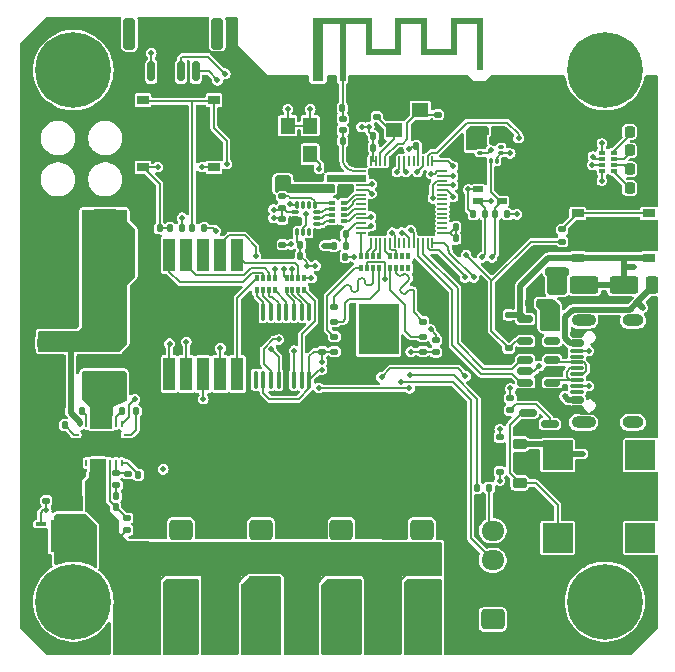
<source format=gbr>
%TF.GenerationSoftware,KiCad,Pcbnew,8.0.9-8.0.9-0~ubuntu24.04.1*%
%TF.CreationDate,2025-04-13T18:50:19+05:00*%
%TF.ProjectId,ThetaAnomalain,54686574-6141-46e6-9f6d-616c61696e2e,rev?*%
%TF.SameCoordinates,Original*%
%TF.FileFunction,Copper,L1,Top*%
%TF.FilePolarity,Positive*%
%FSLAX46Y46*%
G04 Gerber Fmt 4.6, Leading zero omitted, Abs format (unit mm)*
G04 Created by KiCad (PCBNEW 8.0.9-8.0.9-0~ubuntu24.04.1) date 2025-04-13 18:50:19*
%MOMM*%
%LPD*%
G01*
G04 APERTURE LIST*
G04 Aperture macros list*
%AMRoundRect*
0 Rectangle with rounded corners*
0 $1 Rounding radius*
0 $2 $3 $4 $5 $6 $7 $8 $9 X,Y pos of 4 corners*
0 Add a 4 corners polygon primitive as box body*
4,1,4,$2,$3,$4,$5,$6,$7,$8,$9,$2,$3,0*
0 Add four circle primitives for the rounded corners*
1,1,$1+$1,$2,$3*
1,1,$1+$1,$4,$5*
1,1,$1+$1,$6,$7*
1,1,$1+$1,$8,$9*
0 Add four rect primitives between the rounded corners*
20,1,$1+$1,$2,$3,$4,$5,0*
20,1,$1+$1,$4,$5,$6,$7,0*
20,1,$1+$1,$6,$7,$8,$9,0*
20,1,$1+$1,$8,$9,$2,$3,0*%
%AMOutline5P*
0 Free polygon, 5 corners , with rotation*
0 The origin of the aperture is its center*
0 number of corners: always 5*
0 $1 to $10 corner X, Y*
0 $11 Rotation angle, in degrees counterclockwise*
0 create outline with 5 corners*
4,1,5,$1,$2,$3,$4,$5,$6,$7,$8,$9,$10,$1,$2,$11*%
%AMOutline6P*
0 Free polygon, 6 corners , with rotation*
0 The origin of the aperture is its center*
0 number of corners: always 6*
0 $1 to $12 corner X, Y*
0 $13 Rotation angle, in degrees counterclockwise*
0 create outline with 6 corners*
4,1,6,$1,$2,$3,$4,$5,$6,$7,$8,$9,$10,$11,$12,$1,$2,$13*%
%AMOutline7P*
0 Free polygon, 7 corners , with rotation*
0 The origin of the aperture is its center*
0 number of corners: always 7*
0 $1 to $14 corner X, Y*
0 $15 Rotation angle, in degrees counterclockwise*
0 create outline with 7 corners*
4,1,7,$1,$2,$3,$4,$5,$6,$7,$8,$9,$10,$11,$12,$13,$14,$1,$2,$15*%
%AMOutline8P*
0 Free polygon, 8 corners , with rotation*
0 The origin of the aperture is its center*
0 number of corners: always 8*
0 $1 to $16 corner X, Y*
0 $17 Rotation angle, in degrees counterclockwise*
0 create outline with 8 corners*
4,1,8,$1,$2,$3,$4,$5,$6,$7,$8,$9,$10,$11,$12,$13,$14,$15,$16,$1,$2,$17*%
G04 Aperture macros list end*
%TA.AperFunction,EtchedComponent*%
%ADD10C,0.000000*%
%TD*%
%TA.AperFunction,SMDPad,CuDef*%
%ADD11RoundRect,0.218750X0.218750X0.256250X-0.218750X0.256250X-0.218750X-0.256250X0.218750X-0.256250X0*%
%TD*%
%TA.AperFunction,SMDPad,CuDef*%
%ADD12RoundRect,0.135000X-0.185000X0.135000X-0.185000X-0.135000X0.185000X-0.135000X0.185000X0.135000X0*%
%TD*%
%TA.AperFunction,SMDPad,CuDef*%
%ADD13O,0.599999X0.240000*%
%TD*%
%TA.AperFunction,SMDPad,CuDef*%
%ADD14O,0.240000X0.599999*%
%TD*%
%TA.AperFunction,SMDPad,CuDef*%
%ADD15R,0.725068X0.229918*%
%TD*%
%TA.AperFunction,SMDPad,CuDef*%
%ADD16R,0.724920X0.229997*%
%TD*%
%TA.AperFunction,SMDPad,CuDef*%
%ADD17R,0.399999X0.319994*%
%TD*%
%TA.AperFunction,SMDPad,CuDef*%
%ADD18R,0.399998X0.319995*%
%TD*%
%TA.AperFunction,SMDPad,CuDef*%
%ADD19R,3.050006X2.049998*%
%TD*%
%TA.AperFunction,SMDPad,CuDef*%
%ADD20R,0.725070X0.230003*%
%TD*%
%TA.AperFunction,SMDPad,CuDef*%
%ADD21R,0.724922X0.230003*%
%TD*%
%TA.AperFunction,SMDPad,CuDef*%
%ADD22RoundRect,0.135000X0.185000X-0.135000X0.185000X0.135000X-0.185000X0.135000X-0.185000X-0.135000X0*%
%TD*%
%TA.AperFunction,ComponentPad*%
%ADD23RoundRect,0.250000X-0.725000X0.600000X-0.725000X-0.600000X0.725000X-0.600000X0.725000X0.600000X0*%
%TD*%
%TA.AperFunction,ComponentPad*%
%ADD24O,1.950000X1.700000*%
%TD*%
%TA.AperFunction,SMDPad,CuDef*%
%ADD25RoundRect,0.250000X-0.325000X-0.650000X0.325000X-0.650000X0.325000X0.650000X-0.325000X0.650000X0*%
%TD*%
%TA.AperFunction,SMDPad,CuDef*%
%ADD26R,1.000000X0.750000*%
%TD*%
%TA.AperFunction,SMDPad,CuDef*%
%ADD27RoundRect,0.225000X-0.375000X0.225000X-0.375000X-0.225000X0.375000X-0.225000X0.375000X0.225000X0*%
%TD*%
%TA.AperFunction,SMDPad,CuDef*%
%ADD28RoundRect,0.135000X-0.135000X-0.185000X0.135000X-0.185000X0.135000X0.185000X-0.135000X0.185000X0*%
%TD*%
%TA.AperFunction,ConnectorPad*%
%ADD29R,0.500000X0.500000*%
%TD*%
%TA.AperFunction,ComponentPad*%
%ADD30R,0.900000X0.500000*%
%TD*%
%TA.AperFunction,ComponentPad*%
%ADD31C,0.800000*%
%TD*%
%TA.AperFunction,ComponentPad*%
%ADD32C,6.400000*%
%TD*%
%TA.AperFunction,SMDPad,CuDef*%
%ADD33RoundRect,0.135000X0.135000X0.185000X-0.135000X0.185000X-0.135000X-0.185000X0.135000X-0.185000X0*%
%TD*%
%TA.AperFunction,SMDPad,CuDef*%
%ADD34RoundRect,0.100000X-0.100000X0.637500X-0.100000X-0.637500X0.100000X-0.637500X0.100000X0.637500X0*%
%TD*%
%TA.AperFunction,SMDPad,CuDef*%
%ADD35RoundRect,0.150000X0.587500X0.150000X-0.587500X0.150000X-0.587500X-0.150000X0.587500X-0.150000X0*%
%TD*%
%TA.AperFunction,SMDPad,CuDef*%
%ADD36RoundRect,0.140000X0.140000X0.170000X-0.140000X0.170000X-0.140000X-0.170000X0.140000X-0.170000X0*%
%TD*%
%TA.AperFunction,SMDPad,CuDef*%
%ADD37RoundRect,0.250000X-1.500000X0.925000X-1.500000X-0.925000X1.500000X-0.925000X1.500000X0.925000X0*%
%TD*%
%TA.AperFunction,SMDPad,CuDef*%
%ADD38RoundRect,0.147500X0.172500X-0.147500X0.172500X0.147500X-0.172500X0.147500X-0.172500X-0.147500X0*%
%TD*%
%TA.AperFunction,SMDPad,CuDef*%
%ADD39RoundRect,0.140000X0.170000X-0.140000X0.170000X0.140000X-0.170000X0.140000X-0.170000X-0.140000X0*%
%TD*%
%TA.AperFunction,SMDPad,CuDef*%
%ADD40RoundRect,0.140000X-0.170000X0.140000X-0.170000X-0.140000X0.170000X-0.140000X0.170000X0.140000X0*%
%TD*%
%TA.AperFunction,SMDPad,CuDef*%
%ADD41RoundRect,0.140000X-0.140000X-0.170000X0.140000X-0.170000X0.140000X0.170000X-0.140000X0.170000X0*%
%TD*%
%TA.AperFunction,ComponentPad*%
%ADD42RoundRect,0.250000X0.725000X-0.600000X0.725000X0.600000X-0.725000X0.600000X-0.725000X-0.600000X0*%
%TD*%
%TA.AperFunction,SMDPad,CuDef*%
%ADD43R,1.200000X1.400000*%
%TD*%
%TA.AperFunction,SMDPad,CuDef*%
%ADD44R,1.000000X2.800000*%
%TD*%
%TA.AperFunction,SMDPad,CuDef*%
%ADD45Outline8P,-3.500000X0.900000X-2.900000X1.500000X2.900000X1.500000X3.500000X0.900000X3.500000X-0.900000X2.900000X-1.500000X-2.900000X-1.500000X-3.500000X-0.900000X90.000000*%
%TD*%
%TA.AperFunction,SMDPad,CuDef*%
%ADD46R,0.400000X0.500000*%
%TD*%
%TA.AperFunction,SMDPad,CuDef*%
%ADD47R,0.300000X0.500000*%
%TD*%
%TA.AperFunction,SMDPad,CuDef*%
%ADD48RoundRect,0.000000X-0.400000X-0.250000X0.400000X-0.250000X0.400000X0.250000X-0.400000X0.250000X0*%
%TD*%
%TA.AperFunction,SMDPad,CuDef*%
%ADD49RoundRect,0.250000X0.650000X-0.325000X0.650000X0.325000X-0.650000X0.325000X-0.650000X-0.325000X0*%
%TD*%
%TA.AperFunction,SMDPad,CuDef*%
%ADD50R,0.500000X0.400000*%
%TD*%
%TA.AperFunction,SMDPad,CuDef*%
%ADD51R,0.500000X0.300000*%
%TD*%
%TA.AperFunction,SMDPad,CuDef*%
%ADD52R,2.500000X2.500000*%
%TD*%
%TA.AperFunction,SMDPad,CuDef*%
%ADD53RoundRect,0.087500X-0.087500X0.225000X-0.087500X-0.225000X0.087500X-0.225000X0.087500X0.225000X0*%
%TD*%
%TA.AperFunction,SMDPad,CuDef*%
%ADD54RoundRect,0.087500X-0.225000X0.087500X-0.225000X-0.087500X0.225000X-0.087500X0.225000X0.087500X0*%
%TD*%
%TA.AperFunction,SMDPad,CuDef*%
%ADD55RoundRect,0.150000X0.150000X0.700000X-0.150000X0.700000X-0.150000X-0.700000X0.150000X-0.700000X0*%
%TD*%
%TA.AperFunction,SMDPad,CuDef*%
%ADD56RoundRect,0.250000X0.250000X1.100000X-0.250000X1.100000X-0.250000X-1.100000X0.250000X-1.100000X0*%
%TD*%
%TA.AperFunction,SMDPad,CuDef*%
%ADD57RoundRect,0.150000X-0.512500X-0.150000X0.512500X-0.150000X0.512500X0.150000X-0.512500X0.150000X0*%
%TD*%
%TA.AperFunction,SMDPad,CuDef*%
%ADD58R,1.400000X1.200000*%
%TD*%
%TA.AperFunction,HeatsinkPad*%
%ADD59R,1.250000X2.700000*%
%TD*%
%TA.AperFunction,SMDPad,CuDef*%
%ADD60RoundRect,0.075000X-0.362500X-0.075000X0.362500X-0.075000X0.362500X0.075000X-0.362500X0.075000X0*%
%TD*%
%TA.AperFunction,SMDPad,CuDef*%
%ADD61RoundRect,0.150000X0.512500X0.150000X-0.512500X0.150000X-0.512500X-0.150000X0.512500X-0.150000X0*%
%TD*%
%TA.AperFunction,SMDPad,CuDef*%
%ADD62RoundRect,0.050000X-0.350000X-0.050000X0.350000X-0.050000X0.350000X0.050000X-0.350000X0.050000X0*%
%TD*%
%TA.AperFunction,SMDPad,CuDef*%
%ADD63RoundRect,0.050000X-0.050000X-0.350000X0.050000X-0.350000X0.050000X0.350000X-0.050000X0.350000X0*%
%TD*%
%TA.AperFunction,HeatsinkPad*%
%ADD64R,4.000000X4.000000*%
%TD*%
%TA.AperFunction,SMDPad,CuDef*%
%ADD65RoundRect,0.125000X0.200000X0.125000X-0.200000X0.125000X-0.200000X-0.125000X0.200000X-0.125000X0*%
%TD*%
%TA.AperFunction,HeatsinkPad*%
%ADD66R,3.400000X4.300000*%
%TD*%
%TA.AperFunction,SMDPad,CuDef*%
%ADD67RoundRect,0.250000X-0.950000X-0.500000X0.950000X-0.500000X0.950000X0.500000X-0.950000X0.500000X0*%
%TD*%
%TA.AperFunction,SMDPad,CuDef*%
%ADD68RoundRect,0.250000X-0.275000X-0.500000X0.275000X-0.500000X0.275000X0.500000X-0.275000X0.500000X0*%
%TD*%
%TA.AperFunction,SMDPad,CuDef*%
%ADD69RoundRect,0.250000X0.950000X0.500000X-0.950000X0.500000X-0.950000X-0.500000X0.950000X-0.500000X0*%
%TD*%
%TA.AperFunction,SMDPad,CuDef*%
%ADD70RoundRect,0.250000X0.275000X0.500000X-0.275000X0.500000X-0.275000X-0.500000X0.275000X-0.500000X0*%
%TD*%
%TA.AperFunction,SMDPad,CuDef*%
%ADD71RoundRect,0.045000X0.205000X-0.105000X0.205000X0.105000X-0.205000X0.105000X-0.205000X-0.105000X0*%
%TD*%
%TA.AperFunction,SMDPad,CuDef*%
%ADD72RoundRect,0.045000X0.105000X-0.205000X0.105000X0.205000X-0.105000X0.205000X-0.105000X-0.205000X0*%
%TD*%
%TA.AperFunction,SMDPad,CuDef*%
%ADD73RoundRect,0.150000X0.425000X-0.150000X0.425000X0.150000X-0.425000X0.150000X-0.425000X-0.150000X0*%
%TD*%
%TA.AperFunction,SMDPad,CuDef*%
%ADD74RoundRect,0.075000X0.500000X-0.075000X0.500000X0.075000X-0.500000X0.075000X-0.500000X-0.075000X0*%
%TD*%
%TA.AperFunction,ComponentPad*%
%ADD75O,2.100000X1.000000*%
%TD*%
%TA.AperFunction,ComponentPad*%
%ADD76O,1.800000X1.000000*%
%TD*%
%TA.AperFunction,SMDPad,CuDef*%
%ADD77RoundRect,0.250000X0.325000X0.650000X-0.325000X0.650000X-0.325000X-0.650000X0.325000X-0.650000X0*%
%TD*%
%TA.AperFunction,ViaPad*%
%ADD78C,0.500000*%
%TD*%
%TA.AperFunction,Conductor*%
%ADD79C,0.200000*%
%TD*%
%TA.AperFunction,Conductor*%
%ADD80C,0.500000*%
%TD*%
G04 APERTURE END LIST*
D10*
%TA.AperFunction,EtchedComponent*%
%TO.C,AE1*%
G36*
X103250000Y-77190000D02*
G01*
X105250000Y-77190000D01*
X105250000Y-74550000D01*
X107950000Y-74550000D01*
X107950000Y-77190000D01*
X109950000Y-77190000D01*
X109950000Y-74550000D01*
X112650000Y-74550000D01*
X112650000Y-78990000D01*
X112150000Y-78990000D01*
X112150000Y-75050000D01*
X110450000Y-75050000D01*
X110450000Y-77690000D01*
X107450000Y-77690000D01*
X107450000Y-75050000D01*
X105750000Y-75050000D01*
X105750000Y-77690000D01*
X102750000Y-77690000D01*
X102750000Y-75050000D01*
X101050000Y-75050000D01*
X101050000Y-79950000D01*
X100550000Y-79950000D01*
X100550000Y-75050000D01*
X99150000Y-75050000D01*
X99150000Y-79950000D01*
X98250000Y-79950000D01*
X98250000Y-79706785D01*
X98552417Y-79706785D01*
X98562258Y-79754395D01*
X98586326Y-79796797D01*
X98624269Y-79829581D01*
X98632181Y-79833935D01*
X98674844Y-79846043D01*
X98723363Y-79845300D01*
X98768878Y-79832400D01*
X98787489Y-79821787D01*
X98821132Y-79786553D01*
X98841691Y-79741368D01*
X98848222Y-79691842D01*
X98839782Y-79643583D01*
X98822888Y-79611357D01*
X98787628Y-79578687D01*
X98742318Y-79558592D01*
X98692733Y-79552018D01*
X98644647Y-79559908D01*
X98611755Y-79576814D01*
X98576815Y-79613584D01*
X98557153Y-79658378D01*
X98552417Y-79706785D01*
X98250000Y-79706785D01*
X98250000Y-74550000D01*
X103250000Y-74550000D01*
X103250000Y-77190000D01*
G37*
%TD.AperFunction*%
%TD*%
D11*
%TO.P,D8,1,K*%
%TO.N,GND*%
X126687500Y-89000000D03*
%TO.P,D8,2,A*%
%TO.N,Net-(D8-A)*%
X125112500Y-89000000D03*
%TD*%
D12*
%TO.P,R5,1*%
%TO.N,Net-(U2-COMP)*%
X81650000Y-113130080D03*
%TO.P,R5,2*%
%TO.N,Net-(C13-Pad2)*%
X81650000Y-114150080D03*
%TD*%
D13*
%TO.P,U2,1,VCC*%
%TO.N,Net-(U2-VCC)*%
X82500002Y-109850078D03*
D14*
%TO.P,U2,2,EN*%
%TO.N,Net-(JP1-C)*%
X82099921Y-108949999D03*
%TO.P,U2,3,FSW*%
%TO.N,Net-(U2-FSW)*%
X81599922Y-108949999D03*
%TO.P,U2,4,SW*%
%TO.N,Net-(C1-Pad2)*%
X81099921Y-108949999D03*
%TO.P,U2,5,SW*%
X80599922Y-108949999D03*
%TO.P,U2,6,SW*%
X80099923Y-108949999D03*
%TO.P,U2,7,SW*%
X79599921Y-108949999D03*
%TO.P,U2,8,BOOT*%
%TO.N,Net-(U2-BOOT)*%
X79099922Y-108949999D03*
%TO.P,U2,9,VIN*%
%TO.N,+3V8*%
X78599921Y-108949999D03*
D13*
%TO.P,U2,10,SS*%
%TO.N,Net-(U2-SS)*%
X78200000Y-109850078D03*
%TO.P,U2,11,NC*%
%TO.N,GND*%
X78200000Y-111350080D03*
D14*
%TO.P,U2,12,NC*%
X78599921Y-112249997D03*
%TO.P,U2,13,MODE*%
%TO.N,unconnected-(U2-MODE-Pad13)*%
X79099922Y-112249997D03*
%TO.P,U2,14,VOUT*%
%TO.N,+6V*%
X79599921Y-112249997D03*
%TO.P,U2,15,VOUT*%
X80099923Y-112249997D03*
%TO.P,U2,16,VOUT*%
X80599922Y-112249997D03*
%TO.P,U2,17,FB*%
%TO.N,Net-(U2-FB)*%
X81099921Y-112249997D03*
%TO.P,U2,18,COMP*%
%TO.N,Net-(U2-COMP)*%
X81599922Y-112249997D03*
%TO.P,U2,19,ILIM*%
%TO.N,Net-(U2-ILIM)*%
X82099921Y-112249997D03*
D13*
%TO.P,U2,20,AGND*%
%TO.N,GND*%
X82500002Y-111350080D03*
D15*
%TO.P,U2,21,PGND*%
X82237460Y-110325039D03*
D16*
X78462459Y-110325079D03*
D17*
X82074925Y-110600077D03*
D18*
X78624920Y-110600077D03*
D19*
X80349923Y-110600079D03*
D20*
X82237461Y-110875077D03*
D21*
X78462458Y-110875077D03*
%TD*%
D22*
%TO.P,R6,1*%
%TO.N,/OFF*%
X114850000Y-102560000D03*
%TO.P,R6,2*%
%TO.N,GND*%
X114850000Y-101540000D03*
%TD*%
D23*
%TO.P,J4,1,Pin_1*%
%TO.N,/SERVOB*%
X100700000Y-117900000D03*
D24*
%TO.P,J4,2,Pin_2*%
%TO.N,+6V*%
X100700000Y-120400000D03*
%TO.P,J4,3,Pin_3*%
%TO.N,Net-(J3-Pin_3)*%
X100700000Y-122900000D03*
%TD*%
D25*
%TO.P,C29,1*%
%TO.N,+6V*%
X90925000Y-127000000D03*
%TO.P,C29,2*%
%TO.N,Net-(J3-Pin_3)*%
X93875000Y-127000000D03*
%TD*%
D26*
%TO.P,SW3,1,1*%
%TO.N,GND*%
X89900000Y-85275000D03*
X83900000Y-85275000D03*
%TO.P,SW3,2,2*%
%TO.N,/BOOT*%
X89900000Y-81525000D03*
X83900000Y-81525000D03*
%TD*%
D27*
%TO.P,D3,1,K*%
%TO.N,Net-(BZ1-+)*%
X115800000Y-110650000D03*
%TO.P,D3,2,A*%
%TO.N,Net-(BZ1--)*%
X115800000Y-113950000D03*
%TD*%
D28*
%TO.P,R7,1*%
%TO.N,Net-(U2-ILIM)*%
X83490000Y-113250080D03*
%TO.P,R7,2*%
%TO.N,GND*%
X84510000Y-113250080D03*
%TD*%
D29*
%TO.P,AE1,1,A*%
%TO.N,Net-(AE1-A)*%
X100800000Y-79700000D03*
D30*
%TO.P,AE1,2,Shield*%
%TO.N,GND*%
X98700000Y-79700000D03*
%TD*%
D31*
%TO.P,H1,1*%
%TO.N,N/C*%
X120600000Y-79000000D03*
X121302944Y-77302944D03*
X121302944Y-80697056D03*
X123000000Y-76600000D03*
D32*
X123000000Y-79000000D03*
D31*
X123000000Y-81400000D03*
X124697056Y-77302944D03*
X124697056Y-80697056D03*
X125400000Y-79000000D03*
%TD*%
D22*
%TO.P,R9,1*%
%TO.N,Net-(J1-CC1)*%
X114100000Y-113010000D03*
%TO.P,R9,2*%
%TO.N,GND*%
X114100000Y-111990000D03*
%TD*%
D33*
%TO.P,R13,1*%
%TO.N,/TXD0*%
X113200000Y-114350000D03*
%TO.P,R13,2*%
%TO.N,/TX0_RAW*%
X112180000Y-114350000D03*
%TD*%
D25*
%TO.P,C30,1*%
%TO.N,+6V*%
X97725000Y-127000000D03*
%TO.P,C30,2*%
%TO.N,Net-(J3-Pin_3)*%
X100675000Y-127000000D03*
%TD*%
D26*
%TO.P,SW2,1,1*%
%TO.N,GND*%
X89900000Y-90975000D03*
X83900000Y-90975000D03*
%TO.P,SW2,2,2*%
%TO.N,/CHIP_PU*%
X89900000Y-87225000D03*
X83900000Y-87225000D03*
%TD*%
D34*
%TO.P,U9,1,QB*%
%TO.N,Net-(RN4-R3.1)*%
X97975000Y-99475000D03*
%TO.P,U9,2,QC*%
%TO.N,Net-(RN4-R2.1)*%
X97325000Y-99475000D03*
%TO.P,U9,3,QD*%
%TO.N,Net-(RN4-R1.1)*%
X96675000Y-99475000D03*
%TO.P,U9,4,QE*%
%TO.N,Net-(RN5-R4.1)*%
X96025000Y-99475000D03*
%TO.P,U9,5,QF*%
%TO.N,Net-(RN5-R3.1)*%
X95375000Y-99475000D03*
%TO.P,U9,6,QG*%
%TO.N,Net-(RN5-R2.1)*%
X94725000Y-99475000D03*
%TO.P,U9,7,QH*%
%TO.N,Net-(RN5-R1.1)*%
X94075000Y-99475000D03*
%TO.P,U9,8,GND*%
%TO.N,GND*%
X93425000Y-99475000D03*
%TO.P,U9,9,QH'*%
%TO.N,unconnected-(U9-QH'-Pad9)*%
X93425000Y-105200000D03*
%TO.P,U9,10,~{SRCLR}*%
%TO.N,VDD*%
X94075000Y-105200000D03*
%TO.P,U9,11,SRCLK*%
%TO.N,/LD_CS*%
X94725000Y-105200000D03*
%TO.P,U9,12,RCLK*%
%TO.N,/LD_SCK*%
X95375000Y-105200000D03*
%TO.P,U9,13,~{OE}*%
%TO.N,GND*%
X96025000Y-105200000D03*
%TO.P,U9,14,SER*%
%TO.N,/LD_D*%
X96675000Y-105200000D03*
%TO.P,U9,15,QA*%
%TO.N,Net-(RN4-R4.1)*%
X97325000Y-105200000D03*
%TO.P,U9,16,VCC*%
%TO.N,VDD*%
X97975000Y-105200000D03*
%TD*%
D22*
%TO.P,R14,1*%
%TO.N,Net-(Q1-B)*%
X115000000Y-107800000D03*
%TO.P,R14,2*%
%TO.N,/BUZ*%
X115000000Y-106780000D03*
%TD*%
D12*
%TO.P,R8,1*%
%TO.N,Net-(J1-CC2)*%
X114100000Y-110090000D03*
%TO.P,R8,2*%
%TO.N,GND*%
X114100000Y-111110000D03*
%TD*%
D35*
%TO.P,Q1,1,B*%
%TO.N,Net-(Q1-B)*%
X118337500Y-108950000D03*
%TO.P,Q1,2,E*%
%TO.N,GND*%
X118337500Y-107050000D03*
%TO.P,Q1,3,C*%
%TO.N,Net-(BZ1--)*%
X116462500Y-108000000D03*
%TD*%
D36*
%TO.P,C32,1*%
%TO.N,+6V*%
X79580000Y-113250080D03*
%TO.P,C32,2*%
%TO.N,GND*%
X78620000Y-113250080D03*
%TD*%
D37*
%TO.P,L2,1,1*%
%TO.N,+3V8*%
X80600000Y-99725000D03*
%TO.P,L2,2,2*%
%TO.N,Net-(C1-Pad2)*%
X80600000Y-105775000D03*
%TD*%
D38*
%TO.P,L1,1,1*%
%TO.N,VDD*%
X99800000Y-89120000D03*
%TO.P,L1,2,2*%
%TO.N,Net-(C5-Pad1)*%
X99800000Y-88150000D03*
%TD*%
D39*
%TO.P,C2,1*%
%TO.N,VDD*%
X96900000Y-89080000D03*
%TO.P,C2,2*%
%TO.N,GND*%
X96900000Y-88120000D03*
%TD*%
D40*
%TO.P,C5,1*%
%TO.N,Net-(C5-Pad1)*%
X100750000Y-88150000D03*
%TO.P,C5,2*%
%TO.N,GND*%
X100750000Y-89110000D03*
%TD*%
D41*
%TO.P,C1,1*%
%TO.N,Net-(U2-BOOT)*%
X78740000Y-107850080D03*
%TO.P,C1,2*%
%TO.N,Net-(C1-Pad2)*%
X79700000Y-107850080D03*
%TD*%
D23*
%TO.P,J3,1,Pin_1*%
%TO.N,/SERVOA*%
X107500000Y-117900000D03*
D24*
%TO.P,J3,2,Pin_2*%
%TO.N,+6V*%
X107500000Y-120400000D03*
%TO.P,J3,3,Pin_3*%
%TO.N,Net-(J3-Pin_3)*%
X107500000Y-122900000D03*
%TD*%
D25*
%TO.P,C26,1*%
%TO.N,+6V*%
X84125000Y-127000000D03*
%TO.P,C26,2*%
%TO.N,Net-(J3-Pin_3)*%
X87075000Y-127000000D03*
%TD*%
D41*
%TO.P,C15,1*%
%TO.N,VDD*%
X107040000Y-85450000D03*
%TO.P,C15,2*%
%TO.N,GND*%
X108000000Y-85450000D03*
%TD*%
D42*
%TO.P,J7,1,Pin_1*%
%TO.N,VDD*%
X113500000Y-125500000D03*
D24*
%TO.P,J7,2,Pin_2*%
%TO.N,GND*%
X113500000Y-123000000D03*
%TO.P,J7,3,Pin_3*%
%TO.N,/RXD0*%
X113500000Y-120500000D03*
%TO.P,J7,4,Pin_4*%
%TO.N,/TXD0*%
X113500000Y-118000000D03*
%TD*%
D22*
%TO.P,R10,1*%
%TO.N,VDD*%
X95700000Y-90700000D03*
%TO.P,R10,2*%
%TO.N,Net-(RN1D-R4.2)*%
X95700000Y-89680000D03*
%TD*%
D33*
%TO.P,R12,1*%
%TO.N,VDD*%
X114750000Y-91200000D03*
%TO.P,R12,2*%
%TO.N,/SDA*%
X113730000Y-91200000D03*
%TD*%
D43*
%TO.P,Y2,1,OE*%
%TO.N,VDD*%
X96150000Y-83700000D03*
%TO.P,Y2,2,GND*%
%TO.N,GND*%
X96150000Y-86100000D03*
%TO.P,Y2,3,OUT*%
%TO.N,Net-(U5-INT2{slash}FSYNC{slash}CLKIN)*%
X98050000Y-86100000D03*
%TO.P,Y2,4,Vcc*%
%TO.N,VDD*%
X98050000Y-83700000D03*
%TD*%
D41*
%TO.P,C11,1*%
%TO.N,GND*%
X102440000Y-85550000D03*
%TO.P,C11,2*%
%TO.N,VDD*%
X103400000Y-85550000D03*
%TD*%
D40*
%TO.P,C37,1*%
%TO.N,Net-(U5-INT2{slash}FSYNC{slash}CLKIN)*%
X95700000Y-93770000D03*
%TO.P,C37,2*%
%TO.N,GND*%
X95700000Y-94730000D03*
%TD*%
D22*
%TO.P,R20,1*%
%TO.N,/SERVOEN*%
X75700000Y-115460000D03*
%TO.P,R20,2*%
%TO.N,GND*%
X75700000Y-114440000D03*
%TD*%
D44*
%TO.P,U8,1,E*%
%TO.N,Net-(RN5-R4.2)*%
X86120000Y-104740000D03*
%TO.P,U8,2,D*%
%TO.N,Net-(RN4-R1.2)*%
X87560000Y-104730000D03*
%TO.P,U8,3,CA*%
%TO.N,VDD*%
X89000000Y-104750000D03*
%TO.P,U8,4,C*%
%TO.N,Net-(RN4-R2.2)*%
X90440000Y-104740000D03*
%TO.P,U8,5,DP*%
%TO.N,Net-(RN5-R1.2)*%
X91880000Y-104740000D03*
%TO.P,U8,6,B*%
%TO.N,Net-(RN4-R3.2)*%
X91880000Y-94640000D03*
%TO.P,U8,7,A*%
%TO.N,Net-(RN4-R4.2)*%
X90440000Y-94640000D03*
%TO.P,U8,8,CA*%
%TO.N,unconnected-(U8-CA-Pad8)*%
X89000000Y-94650000D03*
%TO.P,U8,9,F*%
%TO.N,Net-(RN5-R3.2)*%
X87560000Y-94630000D03*
%TO.P,U8,10,G*%
%TO.N,Net-(RN5-R2.2)*%
X86120000Y-94640000D03*
%TD*%
D45*
%TO.P,J8,1,Pin_1*%
%TO.N,+3V8*%
X80650000Y-94250000D03*
%TO.P,J8,2,Pin_2*%
%TO.N,GND*%
X76650000Y-94250000D03*
%TD*%
D22*
%TO.P,R1,1*%
%TO.N,+6V*%
X82550000Y-117960000D03*
%TO.P,R1,2*%
%TO.N,Net-(U2-FB)*%
X82550000Y-116940000D03*
%TD*%
D11*
%TO.P,D7,1,K*%
%TO.N,GND*%
X126687500Y-87400000D03*
%TO.P,D7,2,A*%
%TO.N,Net-(D7-A)*%
X125112500Y-87400000D03*
%TD*%
D46*
%TO.P,RN6,1,R1.1*%
%TO.N,Net-(RN6-R1.1)*%
X104850000Y-95750000D03*
D47*
%TO.P,RN6,2,R2.1*%
%TO.N,Net-(RN6-R2.1)*%
X105350000Y-95750000D03*
%TO.P,RN6,3,R3.1*%
%TO.N,unconnected-(RN6-R3.1-Pad3)*%
X105850000Y-95750000D03*
D46*
%TO.P,RN6,4,R4.1*%
%TO.N,unconnected-(RN6-R4.1-Pad4)*%
X106350000Y-95750000D03*
%TO.P,RN6,5,R4.2*%
%TO.N,unconnected-(RN6-R4.2-Pad5)*%
X106350000Y-94750000D03*
D47*
%TO.P,RN6,6,R3.2*%
%TO.N,unconnected-(RN6-R3.2-Pad6)*%
X105850000Y-94750000D03*
%TO.P,RN6,7,R2.2*%
%TO.N,/FSPI_WP*%
X105350000Y-94750000D03*
D46*
%TO.P,RN6,8,R1.2*%
%TO.N,/FSPI_Q*%
X104850000Y-94750000D03*
%TD*%
D11*
%TO.P,D5,1,K*%
%TO.N,GND*%
X126687500Y-84200000D03*
%TO.P,D5,2,A*%
%TO.N,Net-(D5-A)*%
X125112500Y-84200000D03*
%TD*%
D41*
%TO.P,C20,1*%
%TO.N,GND*%
X76320000Y-109050080D03*
%TO.P,C20,2*%
%TO.N,Net-(U2-SS)*%
X77280000Y-109050080D03*
%TD*%
D40*
%TO.P,C24,1*%
%TO.N,VDD*%
X95700000Y-91597500D03*
%TO.P,C24,2*%
%TO.N,GND*%
X95700000Y-92557500D03*
%TD*%
%TO.P,C16,1*%
%TO.N,Net-(BZ1-+)*%
X114850000Y-99720000D03*
%TO.P,C16,2*%
%TO.N,GND*%
X114850000Y-100680000D03*
%TD*%
D23*
%TO.P,J6,1,Pin_1*%
%TO.N,/SERVOD*%
X87100000Y-117900000D03*
D24*
%TO.P,J6,2,Pin_2*%
%TO.N,+6V*%
X87100000Y-120400000D03*
%TO.P,J6,3,Pin_3*%
%TO.N,Net-(J3-Pin_3)*%
X87100000Y-122900000D03*
%TD*%
D48*
%TO.P,U6,1,NC*%
%TO.N,GND*%
X112290000Y-88100000D03*
%TO.P,U6,2,VDD*%
%TO.N,VDD*%
X112290000Y-89100000D03*
%TO.P,U6,3,SCL*%
%TO.N,/SCL*%
X112290000Y-90100000D03*
%TO.P,U6,4,SDA*%
%TO.N,/SDA*%
X114290000Y-90100000D03*
%TO.P,U6,5,GND*%
%TO.N,GND*%
X114290000Y-89100000D03*
%TO.P,U6,6,NC*%
X114290000Y-88100000D03*
%TD*%
D49*
%TO.P,C9,1*%
%TO.N,+3V8*%
X75850000Y-102075000D03*
%TO.P,C9,2*%
%TO.N,GND*%
X75850000Y-99125000D03*
%TD*%
D22*
%TO.P,R17,1*%
%TO.N,Net-(RN3-R3.2)*%
X108700000Y-102860000D03*
%TO.P,R17,2*%
%TO.N,VDD*%
X108700000Y-101840000D03*
%TD*%
D33*
%TO.P,R15,1*%
%TO.N,VDD*%
X87210000Y-92400000D03*
%TO.P,R15,2*%
%TO.N,/CHIP_PU*%
X86190000Y-92400000D03*
%TD*%
D36*
%TO.P,C12,1*%
%TO.N,VDD*%
X117480000Y-98700000D03*
%TO.P,C12,2*%
%TO.N,GND*%
X116520000Y-98700000D03*
%TD*%
D41*
%TO.P,C6,1*%
%TO.N,Net-(U4-VDD_SPI)*%
X110370000Y-92300000D03*
%TO.P,C6,2*%
%TO.N,GND*%
X111330000Y-92300000D03*
%TD*%
D39*
%TO.P,C34,1*%
%TO.N,VDD*%
X99050000Y-102830000D03*
%TO.P,C34,2*%
%TO.N,GND*%
X99050000Y-101870000D03*
%TD*%
D31*
%TO.P,H4,1*%
%TO.N,N/C*%
X120600000Y-124000000D03*
X121302944Y-122302944D03*
X121302944Y-125697056D03*
X123000000Y-121600000D03*
D32*
X123000000Y-124000000D03*
D31*
X123000000Y-126400000D03*
X124697056Y-122302944D03*
X124697056Y-125697056D03*
X125400000Y-124000000D03*
%TD*%
D41*
%TO.P,C7,1*%
%TO.N,Net-(U4-VDD_SPI)*%
X110370000Y-93250000D03*
%TO.P,C7,2*%
%TO.N,GND*%
X111330000Y-93250000D03*
%TD*%
D50*
%TO.P,RN1,1,R1.1*%
%TO.N,/VSPI_CS*%
X100900000Y-91750000D03*
D51*
%TO.P,RN1,2,R2.1*%
%TO.N,/VSPI_CLK*%
X100900000Y-91250000D03*
%TO.P,RN1,3,R3.1*%
%TO.N,/VSPI_D*%
X100900000Y-90750000D03*
D50*
%TO.P,RN1,4,R4.1*%
%TO.N,/VSPI_Q*%
X100900000Y-90250000D03*
%TO.P,RN1,5,R4.2*%
%TO.N,Net-(RN1D-R4.2)*%
X99900000Y-90250000D03*
D51*
%TO.P,RN1,6,R3.2*%
%TO.N,Net-(RN1C-R3.2)*%
X99900000Y-90750000D03*
%TO.P,RN1,7,R2.2*%
%TO.N,Net-(RN1B-R2.2)*%
X99900000Y-91250000D03*
D50*
%TO.P,RN1,8,R1.2*%
%TO.N,Net-(RN1A-R1.2)*%
X99900000Y-91750000D03*
%TD*%
D28*
%TO.P,R11,1*%
%TO.N,VDD*%
X111870000Y-91200000D03*
%TO.P,R11,2*%
%TO.N,/SCL*%
X112890000Y-91200000D03*
%TD*%
D33*
%TO.P,R16,1*%
%TO.N,VDD*%
X89100000Y-92400000D03*
%TO.P,R16,2*%
%TO.N,/BOOT*%
X88080000Y-92400000D03*
%TD*%
D41*
%TO.P,C10,1*%
%TO.N,GND*%
X102440000Y-84600000D03*
%TO.P,C10,2*%
%TO.N,VDD*%
X103400000Y-84600000D03*
%TD*%
D52*
%TO.P,BZ1,1,+*%
%TO.N,Net-(BZ1-+)*%
X119000000Y-111600000D03*
%TO.P,BZ1,2,-*%
%TO.N,Net-(BZ1--)*%
X119000000Y-118600000D03*
%TO.P,BZ1,3*%
%TO.N,N/C*%
X126000000Y-118600000D03*
%TO.P,BZ1,4*%
X126000000Y-111600000D03*
%TD*%
D39*
%TO.P,C25,1*%
%TO.N,GND*%
X111590000Y-86480000D03*
%TO.P,C25,2*%
%TO.N,VDD*%
X111590000Y-85520000D03*
%TD*%
D53*
%TO.P,U5,1,SDO/ADO*%
%TO.N,Net-(RN1D-R4.2)*%
X98450000Y-90387500D03*
%TO.P,U5,2,RESV*%
%TO.N,unconnected-(U5-RESV-Pad2)*%
X97950000Y-90387500D03*
%TO.P,U5,3,RESV*%
%TO.N,unconnected-(U5-RESV-Pad3)*%
X97450000Y-90387500D03*
%TO.P,U5,4,INT1/INT*%
%TO.N,/IMU_INT*%
X96950000Y-90387500D03*
D54*
%TO.P,U5,5,VDDIO*%
%TO.N,VDD*%
X96787500Y-91050000D03*
%TO.P,U5,6,GND*%
%TO.N,GND*%
X96787500Y-91550000D03*
%TO.P,U5,7,RESV*%
X96787500Y-92050000D03*
D53*
%TO.P,U5,8,VDD*%
%TO.N,VDD*%
X96950000Y-92712500D03*
%TO.P,U5,9,INT2/FSYNC/CLKIN*%
%TO.N,Net-(U5-INT2{slash}FSYNC{slash}CLKIN)*%
X97450000Y-92712500D03*
%TO.P,U5,10,RESV*%
%TO.N,unconnected-(U5-RESV-Pad10)*%
X97950000Y-92712500D03*
%TO.P,U5,11,RESV*%
%TO.N,GND*%
X98450000Y-92712500D03*
D54*
%TO.P,U5,12,~{CS}/VDDIO*%
%TO.N,Net-(RN1A-R1.2)*%
X98612500Y-92050000D03*
%TO.P,U5,13,SCLK/SCL*%
%TO.N,Net-(RN1B-R2.2)*%
X98612500Y-91550000D03*
%TO.P,U5,14,SDIO/SDI/SDA*%
%TO.N,Net-(RN1C-R3.2)*%
X98612500Y-91050000D03*
%TD*%
D55*
%TO.P,J2,1,Pin_1*%
%TO.N,/SDA*%
X88350000Y-79100000D03*
%TO.P,J2,2,Pin_2*%
%TO.N,/SCL*%
X87100000Y-79100000D03*
%TO.P,J2,3,Pin_3*%
%TO.N,GND*%
X85850000Y-79100000D03*
%TO.P,J2,4,Pin_4*%
%TO.N,VDD*%
X84600000Y-79100000D03*
D56*
%TO.P,J2,MP*%
%TO.N,N/C*%
X90200000Y-75900000D03*
X82750000Y-75900000D03*
%TD*%
D57*
%TO.P,U1,1,VIN*%
%TO.N,Net-(BZ1-+)*%
X116262500Y-100050000D03*
%TO.P,U1,2,GND*%
%TO.N,GND*%
X116262500Y-101000000D03*
%TO.P,U1,3,EN*%
%TO.N,/OFF*%
X116262500Y-101950000D03*
%TO.P,U1,4,NC*%
%TO.N,unconnected-(U1-NC-Pad4)*%
X118537500Y-101950000D03*
%TO.P,U1,5,VOUT*%
%TO.N,VDD*%
X118537500Y-100050000D03*
%TD*%
D36*
%TO.P,C8,1*%
%TO.N,VDD*%
X101030000Y-94800000D03*
%TO.P,C8,2*%
%TO.N,GND*%
X100070000Y-94800000D03*
%TD*%
D41*
%TO.P,C19,1*%
%TO.N,Net-(U2-VCC)*%
X83320000Y-107850080D03*
%TO.P,C19,2*%
%TO.N,GND*%
X84280000Y-107850080D03*
%TD*%
D58*
%TO.P,Y1,1,1*%
%TO.N,Net-(U4-XTAL_N)*%
X107380000Y-82385000D03*
%TO.P,Y1,2,2*%
%TO.N,GND*%
X105180000Y-82385000D03*
%TO.P,Y1,3,3*%
%TO.N,Net-(U4-XTAL_P)*%
X105180000Y-84085000D03*
%TO.P,Y1,4,4*%
%TO.N,GND*%
X107380000Y-84085000D03*
%TD*%
D12*
%TO.P,R4,1*%
%TO.N,Net-(R4-Pad1)*%
X119400000Y-92490000D03*
%TO.P,R4,2*%
%TO.N,/OFF*%
X119400000Y-93510000D03*
%TD*%
D26*
%TO.P,SW1,1,1*%
%TO.N,Net-(BZ1-+)*%
X126700000Y-94875000D03*
X120700000Y-94875000D03*
%TO.P,SW1,2,2*%
%TO.N,Net-(R4-Pad1)*%
X126700000Y-91125000D03*
X120700000Y-91125000D03*
%TD*%
D41*
%TO.P,C21,1*%
%TO.N,VDD*%
X112860000Y-84050000D03*
%TO.P,C21,2*%
%TO.N,GND*%
X113820000Y-84050000D03*
%TD*%
D23*
%TO.P,J5,1,Pin_1*%
%TO.N,/SERVOC*%
X93900000Y-117900000D03*
D24*
%TO.P,J5,2,Pin_2*%
%TO.N,+6V*%
X93900000Y-120400000D03*
%TO.P,J5,3,Pin_3*%
%TO.N,Net-(J3-Pin_3)*%
X93900000Y-122900000D03*
%TD*%
D33*
%TO.P,R19,1*%
%TO.N,/V_ADC*%
X101060000Y-92900000D03*
%TO.P,R19,2*%
%TO.N,GND*%
X100040000Y-92900000D03*
%TD*%
D36*
%TO.P,C33,1*%
%TO.N,/CHIP_PU*%
X85310000Y-92400000D03*
%TO.P,C33,2*%
%TO.N,GND*%
X84350000Y-92400000D03*
%TD*%
%TO.P,C35,1*%
%TO.N,Net-(U4-LNA_IN)*%
X100800000Y-85000000D03*
%TO.P,C35,2*%
%TO.N,GND*%
X99840000Y-85000000D03*
%TD*%
D46*
%TO.P,RN5,1,R1.1*%
%TO.N,Net-(RN5-R1.1)*%
X93550000Y-97637500D03*
D47*
%TO.P,RN5,2,R2.1*%
%TO.N,Net-(RN5-R2.1)*%
X94050000Y-97637500D03*
%TO.P,RN5,3,R3.1*%
%TO.N,Net-(RN5-R3.1)*%
X94550000Y-97637500D03*
D46*
%TO.P,RN5,4,R4.1*%
%TO.N,Net-(RN5-R4.1)*%
X95050000Y-97637500D03*
%TO.P,RN5,5,R4.2*%
%TO.N,Net-(RN5-R4.2)*%
X95050000Y-96637500D03*
D47*
%TO.P,RN5,6,R3.2*%
%TO.N,Net-(RN5-R3.2)*%
X94550000Y-96637500D03*
%TO.P,RN5,7,R2.2*%
%TO.N,Net-(RN5-R2.2)*%
X94050000Y-96637500D03*
D46*
%TO.P,RN5,8,R1.2*%
%TO.N,Net-(RN5-R1.2)*%
X93550000Y-96637500D03*
%TD*%
D59*
%TO.P,Q2,1,D*%
%TO.N,Net-(J3-Pin_3)*%
X76662500Y-118400000D03*
D60*
X78100000Y-117425000D03*
X78100000Y-118075000D03*
X78100000Y-118725000D03*
X78100000Y-119375000D03*
%TO.P,Q2,2,G*%
%TO.N,/SERVOEN*%
X75225000Y-117425000D03*
%TO.P,Q2,3,S*%
%TO.N,GND*%
X75225000Y-118075000D03*
X75225000Y-118725000D03*
X75225000Y-119375000D03*
%TD*%
D61*
%TO.P,U3,1,I/O1*%
%TO.N,Net-(J1-D--PadA7)*%
X118537500Y-105450000D03*
%TO.P,U3,2,GND*%
%TO.N,GND*%
X118537500Y-104500000D03*
%TO.P,U3,3,I/O2*%
%TO.N,Net-(J1-D+-PadA6)*%
X118537500Y-103550000D03*
%TO.P,U3,4,I/O2*%
%TO.N,/DP*%
X116262500Y-103550000D03*
%TO.P,U3,5,VBUS*%
%TO.N,VDD*%
X116262500Y-104500000D03*
%TO.P,U3,6,I/O1*%
%TO.N,/DN*%
X116262500Y-105450000D03*
%TD*%
D46*
%TO.P,RN4,1,R1.1*%
%TO.N,Net-(RN4-R1.1)*%
X96050000Y-97637500D03*
D47*
%TO.P,RN4,2,R2.1*%
%TO.N,Net-(RN4-R2.1)*%
X96550000Y-97637500D03*
%TO.P,RN4,3,R3.1*%
%TO.N,Net-(RN4-R3.1)*%
X97050000Y-97637500D03*
D46*
%TO.P,RN4,4,R4.1*%
%TO.N,Net-(RN4-R4.1)*%
X97550000Y-97637500D03*
%TO.P,RN4,5,R4.2*%
%TO.N,Net-(RN4-R4.2)*%
X97550000Y-96637500D03*
D47*
%TO.P,RN4,6,R3.2*%
%TO.N,Net-(RN4-R3.2)*%
X97050000Y-96637500D03*
%TO.P,RN4,7,R2.2*%
%TO.N,Net-(RN4-R2.2)*%
X96550000Y-96637500D03*
D46*
%TO.P,RN4,8,R1.2*%
%TO.N,Net-(RN4-R1.2)*%
X96050000Y-96637500D03*
%TD*%
D62*
%TO.P,U4,1,LNA_IN*%
%TO.N,Net-(U4-LNA_IN)*%
X102350000Y-87550000D03*
%TO.P,U4,2,VDD3P3*%
%TO.N,Net-(C5-Pad1)*%
X102350000Y-87950000D03*
%TO.P,U4,3,VDD3P3*%
X102350000Y-88350000D03*
%TO.P,U4,4,CHIP_PU*%
%TO.N,/CHIP_PU*%
X102350000Y-88750000D03*
%TO.P,U4,5,GPIO0*%
%TO.N,/BOOT*%
X102350000Y-89150000D03*
%TO.P,U4,6,GPIO1*%
%TO.N,/VSPI_Q*%
X102350000Y-89550000D03*
%TO.P,U4,7,GPIO2*%
%TO.N,/VSPI_D*%
X102350000Y-89950000D03*
%TO.P,U4,8,GPIO3*%
%TO.N,unconnected-(U4-GPIO3-Pad8)*%
X102350000Y-90350000D03*
%TO.P,U4,9,GPIO4*%
%TO.N,/VSPI_CLK*%
X102350000Y-90750000D03*
%TO.P,U4,10,GPIO5*%
%TO.N,/VSPI_CS*%
X102350000Y-91150000D03*
%TO.P,U4,11,GPIO6*%
%TO.N,/IMU_INT*%
X102350000Y-91550000D03*
%TO.P,U4,12,GPIO7*%
%TO.N,/V_ADC*%
X102350000Y-91950000D03*
%TO.P,U4,13,GPIO8*%
%TO.N,/LD_SCK*%
X102350000Y-92350000D03*
%TO.P,U4,14,GPIO9*%
%TO.N,/FSPI_HD*%
X102350000Y-92750000D03*
D63*
%TO.P,U4,15,GPIO10*%
%TO.N,/FSPI_CS0*%
X103200000Y-93600000D03*
%TO.P,U4,16,GPIO11*%
%TO.N,/FSPI_D*%
X103600000Y-93600000D03*
%TO.P,U4,17,GPIO12*%
%TO.N,/FSPI_CLK*%
X104000000Y-93600000D03*
%TO.P,U4,18,GPIO13*%
%TO.N,/FSPI_Q*%
X104400000Y-93600000D03*
%TO.P,U4,19,GPIO14*%
%TO.N,/FSPI_WP*%
X104800000Y-93600000D03*
%TO.P,U4,20,VDD3P3_RTC*%
%TO.N,VDD*%
X105200000Y-93600000D03*
%TO.P,U4,21,XTAL_32K_P*%
%TO.N,unconnected-(U4-XTAL_32K_P-Pad21)*%
X105600000Y-93600000D03*
%TO.P,U4,22,XTAL_32K_N*%
%TO.N,unconnected-(U4-XTAL_32K_N-Pad22)*%
X106000000Y-93600000D03*
%TO.P,U4,23,GPIO17*%
%TO.N,/SDA*%
X106400000Y-93600000D03*
%TO.P,U4,24,GPIO18*%
%TO.N,/SCL*%
X106800000Y-93600000D03*
%TO.P,U4,25,GPIO19/USB_D-*%
%TO.N,/DN*%
X107200000Y-93600000D03*
%TO.P,U4,26,GPIO20/USB_D+*%
%TO.N,/DP*%
X107600000Y-93600000D03*
%TO.P,U4,27,GPIO21*%
%TO.N,/BUZ*%
X108000000Y-93600000D03*
%TO.P,U4,28,SPICS1*%
%TO.N,/LD_D*%
X108400000Y-93600000D03*
D62*
%TO.P,U4,29,VDD_SPI*%
%TO.N,Net-(U4-VDD_SPI)*%
X109250000Y-92750000D03*
%TO.P,U4,30,SPIHD*%
%TO.N,unconnected-(U4-SPIHD-Pad30)*%
X109250000Y-92350000D03*
%TO.P,U4,31,SPIWP*%
%TO.N,unconnected-(U4-SPIWP-Pad31)*%
X109250000Y-91950000D03*
%TO.P,U4,32,SPICS0*%
%TO.N,unconnected-(U4-SPICS0-Pad32)*%
X109250000Y-91550000D03*
%TO.P,U4,33,SPICLK*%
%TO.N,unconnected-(U4-SPICLK-Pad33)*%
X109250000Y-91150000D03*
%TO.P,U4,34,SPIQ*%
%TO.N,unconnected-(U4-SPIQ-Pad34)*%
X109250000Y-90750000D03*
%TO.P,U4,35,SPID*%
%TO.N,unconnected-(U4-SPID-Pad35)*%
X109250000Y-90350000D03*
%TO.P,U4,36,SPICLK_N*%
%TO.N,unconnected-(U4-SPICLK_N-Pad36)*%
X109250000Y-89950000D03*
%TO.P,U4,37,SPICLK_P*%
%TO.N,unconnected-(U4-SPICLK_P-Pad37)*%
X109250000Y-89550000D03*
%TO.P,U4,38,GPIO33*%
%TO.N,/SERVOA*%
X109250000Y-89150000D03*
%TO.P,U4,39,GPIO34*%
%TO.N,/SERVOB*%
X109250000Y-88750000D03*
%TO.P,U4,40,GPIO35*%
%TO.N,/SERVOC*%
X109250000Y-88350000D03*
%TO.P,U4,41,GPIO36*%
%TO.N,/SERVOD*%
X109250000Y-87950000D03*
%TO.P,U4,42,GPIO37*%
%TO.N,/SERVOEN*%
X109250000Y-87550000D03*
D63*
%TO.P,U4,43,GPIO38*%
%TO.N,/OFF*%
X108400000Y-86700000D03*
%TO.P,U4,44,MTCK*%
%TO.N,/Action*%
X108000000Y-86700000D03*
%TO.P,U4,45,MTDO*%
%TO.N,/LD_CS*%
X107600000Y-86700000D03*
%TO.P,U4,46,VDD3P3_CPU*%
%TO.N,VDD*%
X107200000Y-86700000D03*
%TO.P,U4,47,MTDI*%
%TO.N,unconnected-(U4-MTDI-Pad47)*%
X106800000Y-86700000D03*
%TO.P,U4,48,MTMS*%
%TO.N,unconnected-(U4-MTMS-Pad48)*%
X106400000Y-86700000D03*
%TO.P,U4,49,U0TXD*%
%TO.N,/TX0_RAW*%
X106000000Y-86700000D03*
%TO.P,U4,50,U0RXD*%
%TO.N,/RXD0*%
X105600000Y-86700000D03*
%TO.P,U4,51,GPIO45*%
%TO.N,GND*%
X105200000Y-86700000D03*
%TO.P,U4,52,GPIO46*%
X104800000Y-86700000D03*
%TO.P,U4,53,XTAL_N*%
%TO.N,Net-(U4-XTAL_N)*%
X104400000Y-86700000D03*
%TO.P,U4,54,XTAL_P*%
%TO.N,Net-(U4-XTAL_P)*%
X104000000Y-86700000D03*
%TO.P,U4,55,VDDA*%
%TO.N,VDD*%
X103600000Y-86700000D03*
%TO.P,U4,56,VDDA*%
X103200000Y-86700000D03*
D64*
%TO.P,U4,57,GND*%
%TO.N,GND*%
X105800000Y-90150000D03*
%TD*%
D36*
%TO.P,C13,1*%
%TO.N,GND*%
X82600000Y-115050080D03*
%TO.P,C13,2*%
%TO.N,Net-(C13-Pad2)*%
X81640000Y-115050080D03*
%TD*%
D39*
%TO.P,C18,1*%
%TO.N,GND*%
X82600000Y-114110080D03*
%TO.P,C18,2*%
%TO.N,Net-(U2-COMP)*%
X82600000Y-113150080D03*
%TD*%
D65*
%TO.P,U10,1,~{CS}*%
%TO.N,Net-(RN3-R3.2)*%
X107600000Y-102830000D03*
%TO.P,U10,2,DO*%
%TO.N,Net-(RN6-R1.1)*%
X107600000Y-101560000D03*
%TO.P,U10,3,~{WP}*%
%TO.N,Net-(RN6-R2.1)*%
X107600000Y-100290000D03*
%TO.P,U10,4,GND*%
%TO.N,GND*%
X107600000Y-99020000D03*
%TO.P,U10,5,DI*%
%TO.N,Net-(RN3-R2.2)*%
X100100000Y-99020000D03*
%TO.P,U10,6,CLK*%
%TO.N,Net-(RN3-R1.2)*%
X100100000Y-100290000D03*
%TO.P,U10,7,~{HOLD}*%
%TO.N,Net-(RN3-R4.2)*%
X100100000Y-101560000D03*
%TO.P,U10,8,VCC*%
%TO.N,VDD*%
X100100000Y-102830000D03*
D66*
%TO.P,U10,9*%
%TO.N,N/C*%
X103850000Y-100925000D03*
%TD*%
D31*
%TO.P,H2,1*%
%TO.N,N/C*%
X75600000Y-124000000D03*
X76302944Y-122302944D03*
X76302944Y-125697056D03*
X78000000Y-121600000D03*
D32*
X78000000Y-124000000D03*
D31*
X78000000Y-126400000D03*
X79697056Y-122302944D03*
X79697056Y-125697056D03*
X80400000Y-124000000D03*
%TD*%
D36*
%TO.P,C17,1*%
%TO.N,+3V8*%
X77800000Y-107850080D03*
%TO.P,C17,2*%
%TO.N,GND*%
X76840000Y-107850080D03*
%TD*%
D41*
%TO.P,C22,1*%
%TO.N,VDD*%
X97220000Y-93787500D03*
%TO.P,C22,2*%
%TO.N,GND*%
X98180000Y-93787500D03*
%TD*%
D67*
%TO.P,D2,1,K*%
%TO.N,Net-(BZ1-+)*%
X121275000Y-97200000D03*
D68*
%TO.P,D2,2,A*%
%TO.N,+3V8*%
X118900000Y-97200000D03*
%TD*%
D69*
%TO.P,D1,1,K*%
%TO.N,Net-(BZ1-+)*%
X124600000Y-97200000D03*
D70*
%TO.P,D1,2,A*%
%TO.N,Net-(D1-A)*%
X126975000Y-97200000D03*
%TD*%
D38*
%TO.P,L3,1,1*%
%TO.N,Net-(U4-LNA_IN)*%
X100800000Y-84085000D03*
%TO.P,L3,2,2*%
%TO.N,Net-(AE1-A)*%
X100800000Y-83115000D03*
%TD*%
D71*
%TO.P,U7,1,VDDIO*%
%TO.N,VDD*%
X112469000Y-85531000D03*
%TO.P,U7,2,SCK/SCL*%
%TO.N,/SCL*%
X112469000Y-86031000D03*
D72*
%TO.P,U7,3,VSS*%
%TO.N,GND*%
X112840000Y-86650000D03*
%TO.P,U7,4,SDI/SDA*%
%TO.N,/SDA*%
X113340000Y-86650000D03*
%TO.P,U7,5,SDO*%
%TO.N,VDD*%
X113840000Y-86650000D03*
D71*
%TO.P,U7,6,CSB*%
X114211000Y-86031000D03*
%TO.P,U7,7,INT*%
%TO.N,unconnected-(U7-INT-Pad7)*%
X114211000Y-85531000D03*
D72*
%TO.P,U7,8,VSS*%
%TO.N,GND*%
X113840000Y-84912000D03*
%TO.P,U7,9,VSS*%
X113340000Y-84912000D03*
%TO.P,U7,10,VDD*%
%TO.N,VDD*%
X112840000Y-84912000D03*
%TD*%
D41*
%TO.P,C23,1*%
%TO.N,VDD*%
X97220000Y-94737500D03*
%TO.P,C23,2*%
%TO.N,GND*%
X98180000Y-94737500D03*
%TD*%
D46*
%TO.P,RN3,1,R1.1*%
%TO.N,/FSPI_CLK*%
X103850000Y-94750000D03*
D47*
%TO.P,RN3,2,R2.1*%
%TO.N,/FSPI_D*%
X103350000Y-94750000D03*
%TO.P,RN3,3,R3.1*%
%TO.N,/FSPI_CS0*%
X102850000Y-94750000D03*
D46*
%TO.P,RN3,4,R4.1*%
%TO.N,/FSPI_HD*%
X102350000Y-94750000D03*
%TO.P,RN3,5,R4.2*%
%TO.N,Net-(RN3-R4.2)*%
X102350000Y-95750000D03*
D47*
%TO.P,RN3,6,R3.2*%
%TO.N,Net-(RN3-R3.2)*%
X102850000Y-95750000D03*
%TO.P,RN3,7,R2.2*%
%TO.N,Net-(RN3-R2.2)*%
X103350000Y-95750000D03*
D46*
%TO.P,RN3,8,R1.2*%
%TO.N,Net-(RN3-R1.2)*%
X103850000Y-95750000D03*
%TD*%
D73*
%TO.P,J1,A1,GND*%
%TO.N,GND*%
X120620000Y-107700000D03*
%TO.P,J1,A4,VBUS*%
%TO.N,Net-(D1-A)*%
X120620000Y-106900000D03*
D74*
%TO.P,J1,A5,CC1*%
%TO.N,Net-(J1-CC1)*%
X120620000Y-105750000D03*
%TO.P,J1,A6,D+*%
%TO.N,Net-(J1-D+-PadA6)*%
X120620000Y-104750000D03*
%TO.P,J1,A7,D-*%
%TO.N,Net-(J1-D--PadA7)*%
X120620000Y-104250000D03*
%TO.P,J1,A8*%
%TO.N,N/C*%
X120620000Y-103250000D03*
D73*
%TO.P,J1,A9,VBUS*%
%TO.N,Net-(D1-A)*%
X120620000Y-102100000D03*
%TO.P,J1,A12,GND*%
%TO.N,GND*%
X120620000Y-101300000D03*
%TO.P,J1,B1,GND*%
X120620000Y-101300000D03*
%TO.P,J1,B4,VBUS*%
%TO.N,Net-(D1-A)*%
X120620000Y-102100000D03*
D74*
%TO.P,J1,B5,CC2*%
%TO.N,Net-(J1-CC2)*%
X120620000Y-102750000D03*
%TO.P,J1,B6,D+*%
%TO.N,Net-(J1-D+-PadA6)*%
X120620000Y-103750000D03*
%TO.P,J1,B7,D-*%
%TO.N,Net-(J1-D--PadA7)*%
X120620000Y-105250000D03*
%TO.P,J1,B8*%
%TO.N,N/C*%
X120620000Y-106250000D03*
D73*
%TO.P,J1,B9,VBUS*%
%TO.N,Net-(D1-A)*%
X120620000Y-106900000D03*
%TO.P,J1,B12,GND*%
%TO.N,GND*%
X120620000Y-107700000D03*
D75*
%TO.P,J1,S1,SHIELD*%
%TO.N,unconnected-(J1-SHIELD-PadS1)_1*%
X121195000Y-108820000D03*
D76*
%TO.N,unconnected-(J1-SHIELD-PadS1)_3*%
X125375000Y-108820000D03*
D75*
%TO.N,unconnected-(J1-SHIELD-PadS1)*%
X121195000Y-100180000D03*
D76*
%TO.N,unconnected-(J1-SHIELD-PadS1)_2*%
X125375000Y-100180000D03*
%TD*%
D36*
%TO.P,C36,1*%
%TO.N,Net-(AE1-A)*%
X100780000Y-82200000D03*
%TO.P,C36,2*%
%TO.N,GND*%
X99820000Y-82200000D03*
%TD*%
D28*
%TO.P,R18,1*%
%TO.N,+3V8*%
X100040000Y-93850000D03*
%TO.P,R18,2*%
%TO.N,/V_ADC*%
X101060000Y-93850000D03*
%TD*%
D25*
%TO.P,C31,1*%
%TO.N,+6V*%
X104525000Y-127000000D03*
%TO.P,C31,2*%
%TO.N,Net-(J3-Pin_3)*%
X107475000Y-127000000D03*
%TD*%
D28*
%TO.P,R3,1*%
%TO.N,Net-(U2-FB)*%
X81580000Y-116000080D03*
%TO.P,R3,2*%
%TO.N,GND*%
X82600000Y-116000080D03*
%TD*%
D50*
%TO.P,RN2,1,R1.1*%
%TO.N,Net-(D8-A)*%
X123750000Y-87500000D03*
D51*
%TO.P,RN2,2,R2.1*%
%TO.N,Net-(D7-A)*%
X123750000Y-87000000D03*
%TO.P,RN2,3,R3.1*%
%TO.N,Net-(D6-A)*%
X123750000Y-86500000D03*
D50*
%TO.P,RN2,4,R4.1*%
%TO.N,Net-(D5-A)*%
X123750000Y-86000000D03*
%TO.P,RN2,5,R4.2*%
%TO.N,VDD*%
X122750000Y-86000000D03*
D51*
%TO.P,RN2,6,R3.2*%
%TO.N,/TX0_RAW*%
X122750000Y-86500000D03*
%TO.P,RN2,7,R2.2*%
%TO.N,/RXD0*%
X122750000Y-87000000D03*
D50*
%TO.P,RN2,8,R1.2*%
%TO.N,/Action*%
X122750000Y-87500000D03*
%TD*%
D39*
%TO.P,C4,1*%
%TO.N,VDD*%
X98800000Y-89080000D03*
%TO.P,C4,2*%
%TO.N,GND*%
X98800000Y-88120000D03*
%TD*%
D28*
%TO.P,R2,1*%
%TO.N,Net-(C1-Pad2)*%
X81090000Y-107850080D03*
%TO.P,R2,2*%
%TO.N,Net-(U2-FSW)*%
X82110000Y-107850080D03*
%TD*%
D77*
%TO.P,C14,1*%
%TO.N,+6V*%
X80025000Y-114950080D03*
%TO.P,C14,2*%
%TO.N,GND*%
X77075000Y-114950080D03*
%TD*%
D31*
%TO.P,H3,1*%
%TO.N,N/C*%
X75600000Y-79000000D03*
X76302944Y-77302944D03*
X76302944Y-80697056D03*
X78000000Y-76600000D03*
D32*
X78000000Y-79000000D03*
D31*
X78000000Y-81400000D03*
X79697056Y-77302944D03*
X79697056Y-80697056D03*
X80400000Y-79000000D03*
%TD*%
D39*
%TO.P,C3,1*%
%TO.N,VDD*%
X97850000Y-89080000D03*
%TO.P,C3,2*%
%TO.N,GND*%
X97850000Y-88120000D03*
%TD*%
D11*
%TO.P,D6,1,K*%
%TO.N,GND*%
X126687500Y-85800000D03*
%TO.P,D6,2,A*%
%TO.N,Net-(D6-A)*%
X125112500Y-85800000D03*
%TD*%
D39*
%TO.P,C27,1*%
%TO.N,Net-(U4-XTAL_P)*%
X103680000Y-82945000D03*
%TO.P,C27,2*%
%TO.N,GND*%
X103680000Y-81985000D03*
%TD*%
D40*
%TO.P,C28,1*%
%TO.N,Net-(U4-XTAL_N)*%
X108880000Y-82755000D03*
%TO.P,C28,2*%
%TO.N,GND*%
X108880000Y-83715000D03*
%TD*%
D78*
%TO.N,VDD*%
X85600000Y-112800000D03*
%TO.N,GND*%
X96000000Y-103900000D03*
%TO.N,VDD*%
X108250000Y-100950000D03*
X118850000Y-100800000D03*
X87200000Y-91500000D03*
X96150000Y-82300000D03*
X90050000Y-92600000D03*
X117450000Y-104050000D03*
X94950000Y-91500000D03*
X98500000Y-95550000D03*
X84600000Y-77550000D03*
X101750000Y-94800000D03*
X118200000Y-100800000D03*
X99050000Y-103700000D03*
X114990000Y-86050000D03*
X97750000Y-95550000D03*
X105000000Y-92750000D03*
X111590000Y-84700000D03*
X95400000Y-89000000D03*
X115550000Y-91200000D03*
X111440000Y-89100000D03*
X102400000Y-83800000D03*
X118850000Y-99300000D03*
X99050000Y-104350000D03*
X94950000Y-90800000D03*
X96100000Y-88300000D03*
X118200000Y-99300000D03*
X89000000Y-106850000D03*
X122750000Y-85200000D03*
X103050000Y-83800000D03*
X106400000Y-85650000D03*
X98050000Y-82300000D03*
X96100000Y-89000000D03*
X95400000Y-88300000D03*
%TO.N,/TX0_RAW*%
X121985876Y-86314124D03*
X106500000Y-104850000D03*
X106150000Y-87600000D03*
%TO.N,/BOOT*%
X103250000Y-89450000D03*
X91000000Y-86950000D03*
%TO.N,/Action*%
X115698893Y-84746442D03*
X122750000Y-88350000D03*
%TO.N,/RXD0*%
X105750000Y-105400000D03*
X121950000Y-87000000D03*
X105400000Y-87600000D03*
%TO.N,GND*%
X83400000Y-111550080D03*
X112150000Y-93000000D03*
X108300000Y-97650000D03*
X94950000Y-92557500D03*
X103380000Y-81215000D03*
X74100000Y-91900000D03*
X85150000Y-85350000D03*
X101600000Y-81300000D03*
X75700000Y-121200000D03*
X84800000Y-94300000D03*
X96800000Y-87350000D03*
X74100000Y-95900000D03*
X101600000Y-83200000D03*
X109700000Y-79800000D03*
X76600000Y-111550080D03*
X74100000Y-92700000D03*
X74300000Y-120500000D03*
X97450000Y-87350000D03*
X84800000Y-105400000D03*
X103300000Y-79800000D03*
X75000000Y-121200000D03*
X101600000Y-85000000D03*
X112150000Y-92300000D03*
X95100000Y-79800000D03*
X105700000Y-79800000D03*
X108300000Y-99650000D03*
X84800000Y-96500000D03*
X75000000Y-120500000D03*
X84100000Y-110150080D03*
X100900000Y-106700000D03*
X102880000Y-81715000D03*
X76600000Y-112250080D03*
X108900000Y-79800000D03*
X93425000Y-100875000D03*
X117450000Y-104950000D03*
X76600000Y-110850080D03*
X74700000Y-95500000D03*
X112800000Y-80250000D03*
X92000000Y-117900000D03*
X83400000Y-110150080D03*
X108580000Y-84415000D03*
X102500000Y-79800000D03*
X114000000Y-99600000D03*
X104100000Y-79800000D03*
X100050000Y-85700000D03*
X74100000Y-94300000D03*
X115000000Y-84750000D03*
X93200000Y-78700000D03*
X109180000Y-84415000D03*
X74300000Y-118400000D03*
X122600000Y-100950000D03*
X74300000Y-117700000D03*
X90200000Y-99900000D03*
X92100000Y-77600000D03*
X116100000Y-79800000D03*
X100000000Y-80600000D03*
X101700000Y-79800000D03*
X119200000Y-79800000D03*
X91550000Y-76250000D03*
X98100000Y-87350000D03*
X101600000Y-82000000D03*
X117400000Y-97850000D03*
X74100000Y-95100000D03*
X84100000Y-111550080D03*
X93750000Y-79250000D03*
X84800000Y-99800000D03*
X96700000Y-79800000D03*
X84100000Y-112250080D03*
X74700000Y-96300000D03*
X84100000Y-108750080D03*
X94300000Y-79800000D03*
X107300000Y-79800000D03*
X74700000Y-92300000D03*
X101600000Y-80600000D03*
X84800000Y-100900000D03*
X105300000Y-106700000D03*
X117700000Y-79800000D03*
X74700000Y-97100000D03*
X84100000Y-110850080D03*
X115300000Y-79800000D03*
X102880000Y-82915000D03*
X84800000Y-103100000D03*
X104580000Y-81215000D03*
X108100000Y-79800000D03*
X98050000Y-101850000D03*
X101600000Y-84400000D03*
X104200000Y-106700000D03*
X97500000Y-79800000D03*
X74100000Y-93500000D03*
X84800000Y-95400000D03*
X74100000Y-96700000D03*
X104100000Y-85100000D03*
X114000000Y-100300000D03*
X74300000Y-119800000D03*
X122950000Y-98550000D03*
X105700000Y-85750000D03*
X76600000Y-110150080D03*
X99900000Y-79800000D03*
X85400000Y-117800000D03*
X105600000Y-117900000D03*
X100350000Y-87300000D03*
X84800000Y-104200000D03*
X103100000Y-106700000D03*
X101600000Y-83800000D03*
X102000000Y-106700000D03*
X102880000Y-82315000D03*
X91550000Y-77050000D03*
X75700000Y-120500000D03*
X114000000Y-101000000D03*
X99800000Y-106700000D03*
X74300000Y-119100000D03*
X99250000Y-92600000D03*
X116700000Y-97850000D03*
X100000000Y-81300000D03*
X83400000Y-112250080D03*
X110500000Y-79800000D03*
X100000000Y-82950000D03*
X77300000Y-112250080D03*
X113500000Y-79800000D03*
X91550000Y-75450000D03*
X77300000Y-110150080D03*
X98900000Y-117900000D03*
X74300000Y-121200000D03*
X121500000Y-93000000D03*
X105780000Y-81215000D03*
X126787500Y-83100000D03*
X101600000Y-82600000D03*
X84800000Y-97600000D03*
X113200000Y-111100000D03*
X95900000Y-79800000D03*
X101500000Y-88900000D03*
X102500000Y-86850000D03*
X114500000Y-79800000D03*
X77300000Y-110850080D03*
X108900000Y-106000000D03*
X103980000Y-81215000D03*
X84800000Y-102000000D03*
X104900000Y-79800000D03*
X74700000Y-93100000D03*
X74700000Y-94700000D03*
X84100000Y-109450080D03*
X106500000Y-79800000D03*
X111440000Y-88100000D03*
X118400000Y-79800000D03*
X115140000Y-89100000D03*
X92650000Y-78150000D03*
X74700000Y-93900000D03*
X105180000Y-81215000D03*
X77300000Y-111550080D03*
X111590000Y-87250000D03*
X111300000Y-79800000D03*
X101600000Y-85600000D03*
X74700000Y-91500000D03*
X98900000Y-101000000D03*
X100000000Y-83550000D03*
X108300000Y-98400000D03*
X100000000Y-84150000D03*
X116900000Y-79800000D03*
X112000000Y-80250000D03*
X84800000Y-98700000D03*
X83400000Y-110850080D03*
X88900000Y-85350000D03*
%TO.N,/IMU_INT*%
X96350000Y-90300000D03*
X103200000Y-91400000D03*
%TO.N,+3V8*%
X82900000Y-92700000D03*
X82900000Y-96200000D03*
X119600000Y-96050000D03*
X82900000Y-95500000D03*
X118950000Y-96050000D03*
X82900000Y-93400000D03*
X82900000Y-94800000D03*
X82900000Y-94100000D03*
X99250000Y-93850000D03*
X118300000Y-96050000D03*
%TO.N,/SDA*%
X90200000Y-79850000D03*
X105800000Y-92750000D03*
X113450000Y-94850000D03*
%TO.N,/SCL*%
X113340000Y-90100000D03*
X112600000Y-94850000D03*
X113340000Y-85800000D03*
X90850000Y-79300000D03*
X106559184Y-92550000D03*
%TO.N,/CHIP_PU*%
X103250000Y-88650000D03*
X88900000Y-87200000D03*
X85150000Y-87200000D03*
%TO.N,/SERVOA*%
X110150000Y-89750000D03*
%TO.N,/SERVOB*%
X110150000Y-88750000D03*
%TO.N,/SERVOC*%
X108450000Y-89850000D03*
%TO.N,/OFF*%
X111250000Y-94650000D03*
X110150000Y-87150000D03*
%TO.N,Net-(JP1-C)*%
X83200000Y-106850000D03*
%TO.N,/SERVOEN*%
X75700000Y-116250000D03*
X108300000Y-87800000D03*
%TO.N,/BUZ*%
X111150000Y-96550000D03*
X115000000Y-105950000D03*
%TO.N,Net-(D1-A)*%
X119600000Y-106600000D03*
X126200000Y-99100000D03*
%TO.N,Net-(BZ1-+)*%
X121150000Y-111500000D03*
X125500000Y-95700000D03*
%TO.N,Net-(J3-Pin_3)*%
X79600000Y-117700000D03*
X78950000Y-119800000D03*
X79600000Y-118400000D03*
X79600000Y-119100000D03*
X78950000Y-117000000D03*
X79600000Y-119800000D03*
X78950000Y-118400000D03*
X78950000Y-117700000D03*
X78950000Y-119100000D03*
%TO.N,Net-(J1-CC2)*%
X121650000Y-102750000D03*
X114100000Y-109400000D03*
%TO.N,Net-(J1-CC1)*%
X121650000Y-105750000D03*
X114100000Y-113750000D03*
%TO.N,Net-(RN3-R3.2)*%
X104350000Y-96650000D03*
X106570000Y-102830000D03*
%TO.N,Net-(RN4-R4.2)*%
X98150000Y-96600000D03*
X93450000Y-94700000D03*
%TO.N,Net-(RN4-R2.2)*%
X96500000Y-95800000D03*
X90450000Y-102550000D03*
%TO.N,Net-(RN4-R1.2)*%
X87550000Y-102000000D03*
X95850000Y-95800000D03*
%TO.N,Net-(RN5-R4.2)*%
X95050000Y-95800000D03*
X86150000Y-102150000D03*
%TO.N,Net-(U5-INT2{slash}FSYNC{slash}CLKIN)*%
X97687276Y-91200000D03*
X96450000Y-93750000D03*
X98800003Y-87350000D03*
%TO.N,/SERVOD*%
X110150000Y-87950000D03*
%TO.N,/LD_SCK*%
X103200000Y-92200000D03*
X94750000Y-102650000D03*
%TO.N,/LD_D*%
X111900000Y-96550000D03*
X104100000Y-105000000D03*
X96700000Y-102750000D03*
X111200000Y-104900000D03*
%TO.N,/LD_CS*%
X95400000Y-101800000D03*
X107125650Y-87600000D03*
X106450000Y-105950000D03*
X98800000Y-105900000D03*
%TD*%
D79*
%TO.N,GND*%
X96025000Y-103925000D02*
X96000000Y-103900000D01*
X96025000Y-105200000D02*
X96025000Y-103925000D01*
%TO.N,/LD_CS*%
X95400000Y-101800000D02*
X94892893Y-101800000D01*
X94892893Y-101800000D02*
X94100000Y-102592893D01*
X94100000Y-103837501D02*
X94725000Y-104462501D01*
X94100000Y-102592893D02*
X94100000Y-103837501D01*
X94725000Y-104462501D02*
X94725000Y-105200000D01*
%TO.N,/LD_SCK*%
X94750000Y-102650000D02*
X95375000Y-103275000D01*
X95375000Y-103275000D02*
X95375000Y-105200000D01*
%TO.N,VDD*%
X114211000Y-86031000D02*
X114971000Y-86031000D01*
X113840000Y-86650000D02*
X113840000Y-86402000D01*
X103050000Y-83800000D02*
X103050000Y-84250000D01*
X103400000Y-85550000D02*
X103400000Y-86500000D01*
X96940000Y-89120000D02*
X96900000Y-89080000D01*
X99800000Y-89120000D02*
X96940000Y-89120000D01*
X96050000Y-91050000D02*
X95700000Y-90700000D01*
X107200000Y-85660000D02*
X107040000Y-85500000D01*
X97750000Y-95550000D02*
X97750000Y-95267500D01*
X118080000Y-99300000D02*
X117480000Y-98700000D01*
X114750000Y-91200000D02*
X115550000Y-91200000D01*
X96860000Y-89120000D02*
X96850000Y-89130000D01*
X97975000Y-105200000D02*
X97975000Y-103225000D01*
X94950000Y-90800000D02*
X95600000Y-90800000D01*
X111440000Y-90770000D02*
X111440000Y-89100000D01*
X118550000Y-100800000D02*
X118550000Y-99300000D01*
X101030000Y-94800000D02*
X101750000Y-94800000D01*
X103400000Y-85550000D02*
X103400000Y-84600000D01*
X108250000Y-100950000D02*
X108700000Y-101400000D01*
X122750000Y-86000000D02*
X122750000Y-85200000D01*
X118200000Y-99300000D02*
X118080000Y-99300000D01*
X89850000Y-92400000D02*
X89100000Y-92400000D01*
X107040000Y-85500000D02*
X106550000Y-85500000D01*
X87210000Y-92400000D02*
X87210000Y-91510000D01*
X96787500Y-91050000D02*
X96050000Y-91050000D01*
X96200000Y-89000000D02*
X95500000Y-89000000D01*
X112860000Y-84050000D02*
X112860000Y-84892000D01*
X95700000Y-91597500D02*
X95700000Y-90700000D01*
X96950000Y-93517500D02*
X97220000Y-93787500D01*
X103400000Y-86500000D02*
X103200000Y-86700000D01*
X96950000Y-92712500D02*
X96950000Y-93517500D01*
X95600000Y-90800000D02*
X95700000Y-90700000D01*
X106550000Y-85500000D02*
X106400000Y-85650000D01*
X96200000Y-89000000D02*
X96200000Y-88300000D01*
X111590000Y-85520000D02*
X111590000Y-84700000D01*
X95602500Y-91500000D02*
X95700000Y-91597500D01*
X99050000Y-102830000D02*
X99050000Y-103700000D01*
X94075000Y-106325000D02*
X94075000Y-105200000D01*
X97975000Y-105200000D02*
X97975000Y-105937499D01*
X112469000Y-85531000D02*
X111601000Y-85531000D01*
X100100000Y-102830000D02*
X99050000Y-102830000D01*
X112840000Y-85160000D02*
X112469000Y-85531000D01*
X113840000Y-86402000D02*
X114211000Y-86031000D01*
X89000000Y-104750000D02*
X89000000Y-106850000D01*
X118200000Y-100800000D02*
X118550000Y-100800000D01*
X118550000Y-100800000D02*
X118850000Y-100800000D01*
X112290000Y-89100000D02*
X111440000Y-89100000D01*
X108700000Y-101400000D02*
X108700000Y-101840000D01*
X107200000Y-86700000D02*
X107200000Y-85660000D01*
X98370000Y-102830000D02*
X99050000Y-102830000D01*
X84600000Y-79100000D02*
X84600000Y-77550000D01*
X96280000Y-89080000D02*
X96200000Y-89000000D01*
X90050000Y-92600000D02*
X89850000Y-92400000D01*
X117000000Y-104500000D02*
X117450000Y-104050000D01*
X105200000Y-92950000D02*
X105200000Y-93600000D01*
X99050000Y-104350000D02*
X98825000Y-104350000D01*
X103050000Y-83800000D02*
X102400000Y-83800000D01*
X112840000Y-84912000D02*
X112840000Y-85160000D01*
X97975000Y-103225000D02*
X98370000Y-102830000D01*
X116262500Y-104500000D02*
X117000000Y-104500000D01*
X114971000Y-86031000D02*
X114990000Y-86050000D01*
X95500000Y-88300000D02*
X95500000Y-89000000D01*
X98050000Y-83700000D02*
X98050000Y-82300000D01*
X118550000Y-99300000D02*
X118850000Y-99300000D01*
X96150000Y-83700000D02*
X96150000Y-82300000D01*
X97975000Y-105937499D02*
X97062499Y-106850000D01*
X97750000Y-95267500D02*
X97220000Y-94737500D01*
X94950000Y-91500000D02*
X95602500Y-91500000D01*
X97062499Y-106850000D02*
X94600000Y-106850000D01*
X97220000Y-94737500D02*
X97220000Y-93787500D01*
X112840000Y-85140440D02*
X112840000Y-84912000D01*
X118550000Y-100037500D02*
X118537500Y-100050000D01*
X111870000Y-91200000D02*
X111440000Y-90770000D01*
X94600000Y-106850000D02*
X94075000Y-106325000D01*
X105000000Y-92750000D02*
X105200000Y-92950000D01*
X98050000Y-83700000D02*
X96150000Y-83700000D01*
X103600000Y-86700000D02*
X103200000Y-86700000D01*
X112860000Y-84892000D02*
X112840000Y-84912000D01*
X118200000Y-99300000D02*
X118550000Y-99300000D01*
X98500000Y-95550000D02*
X97750000Y-95550000D01*
X87210000Y-91510000D02*
X87200000Y-91500000D01*
X103050000Y-84250000D02*
X103400000Y-84600000D01*
X96900000Y-89080000D02*
X96280000Y-89080000D01*
X111601000Y-85531000D02*
X111590000Y-85520000D01*
X98825000Y-104350000D02*
X97975000Y-105200000D01*
%TO.N,Net-(D5-A)*%
X123750000Y-86000000D02*
X123750000Y-85862500D01*
X123750000Y-85862500D02*
X125112500Y-84500000D01*
%TO.N,Net-(D6-A)*%
X123750000Y-86500000D02*
X124612500Y-86500000D01*
X124612500Y-86500000D02*
X125112500Y-86000000D01*
%TO.N,Net-(D7-A)*%
X123750000Y-87000000D02*
X124612500Y-87000000D01*
X124612500Y-87000000D02*
X125112500Y-87500000D01*
%TO.N,/TX0_RAW*%
X121850000Y-86350000D02*
X121885876Y-86314124D01*
X122000000Y-86500000D02*
X121850000Y-86350000D01*
X122750000Y-86500000D02*
X122000000Y-86500000D01*
X106000000Y-86700000D02*
X106000000Y-87450000D01*
X112180000Y-106830000D02*
X112180000Y-114350000D01*
X106500000Y-104850000D02*
X110200000Y-104850000D01*
X106000000Y-87450000D02*
X106150000Y-87600000D01*
X110200000Y-104850000D02*
X112180000Y-106830000D01*
%TO.N,/BOOT*%
X88080000Y-92400000D02*
X88080000Y-81655000D01*
X88050000Y-81625000D02*
X89900000Y-81625000D01*
X102950000Y-89150000D02*
X102350000Y-89150000D01*
X103250000Y-89450000D02*
X102950000Y-89150000D01*
X89900000Y-83900000D02*
X89900000Y-81625000D01*
X91000000Y-85000000D02*
X89900000Y-83900000D01*
X83900000Y-81625000D02*
X88050000Y-81625000D01*
X91000000Y-86950000D02*
X91000000Y-85000000D01*
X88080000Y-81655000D02*
X88050000Y-81625000D01*
%TO.N,/TXD0*%
X113200000Y-114350000D02*
X113200000Y-117700000D01*
X113200000Y-117700000D02*
X113500000Y-118000000D01*
%TO.N,/Action*%
X108000000Y-86274350D02*
X108274350Y-86000000D01*
X115698893Y-84398893D02*
X115698893Y-84746442D01*
X108000000Y-86700000D02*
X108000000Y-86274350D01*
X114750000Y-83450000D02*
X115698893Y-84398893D01*
X122750000Y-87500000D02*
X122750000Y-88350000D01*
X108274350Y-86000000D02*
X108750000Y-86000000D01*
X108750000Y-86000000D02*
X111300000Y-83450000D01*
X111300000Y-83450000D02*
X114750000Y-83450000D01*
%TO.N,/RXD0*%
X105600000Y-86700000D02*
X105600000Y-87400000D01*
X121850000Y-87000000D02*
X122750000Y-87000000D01*
X111650000Y-118650000D02*
X111650000Y-106900000D01*
X105600000Y-87400000D02*
X105400000Y-87600000D01*
X110150000Y-105400000D02*
X105750000Y-105400000D01*
X111650000Y-106900000D02*
X110150000Y-105400000D01*
X113500000Y-120500000D02*
X111650000Y-118650000D01*
%TO.N,GND*%
X99840000Y-85000000D02*
X99840000Y-85490000D01*
X114380000Y-100680000D02*
X114000000Y-100300000D01*
X105200000Y-86250000D02*
X105200000Y-86700000D01*
X74575000Y-119375000D02*
X74300000Y-119100000D01*
X74700000Y-100275000D02*
X75850000Y-99125000D01*
X77800000Y-90500000D02*
X76650000Y-91650000D01*
X82600000Y-114110080D02*
X83650000Y-114110080D01*
X74700000Y-93900000D02*
X75050000Y-94250000D01*
X83900000Y-85375000D02*
X85125000Y-85375000D01*
X95700000Y-94730000D02*
X95140000Y-94170000D01*
X111330000Y-92300000D02*
X111330000Y-93250000D01*
X88925000Y-85375000D02*
X88900000Y-85350000D01*
X84800000Y-105400000D02*
X84800000Y-105500000D01*
X116262500Y-101000000D02*
X115170000Y-101000000D01*
X75850000Y-99125000D02*
X76650000Y-98325000D01*
X76600000Y-112250080D02*
X76600000Y-110150080D01*
X84280000Y-108570080D02*
X84100000Y-108750080D01*
X85850000Y-78250001D02*
X86600001Y-77500000D01*
X84100000Y-112840080D02*
X84510000Y-113250080D01*
X78200000Y-111350080D02*
X78200000Y-111137535D01*
X103300000Y-81135000D02*
X103380000Y-81215000D01*
X98800000Y-88120000D02*
X96900000Y-88120000D01*
X75050000Y-94250000D02*
X76650000Y-94250000D01*
X76320000Y-109870080D02*
X76600000Y-110150080D01*
X122559000Y-100991000D02*
X122600000Y-100950000D01*
X119200000Y-80079037D02*
X119200000Y-79800000D01*
X83425000Y-90500000D02*
X77800000Y-90500000D01*
X78200000Y-111137535D02*
X78462458Y-110875077D01*
X84100000Y-112250080D02*
X84100000Y-112840080D01*
X95140000Y-94170000D02*
X95140000Y-93117500D01*
X108300000Y-97650000D02*
X108300000Y-99650000D01*
X94950000Y-92557500D02*
X95700000Y-92557500D01*
X74100000Y-94300000D02*
X74300000Y-94300000D01*
X118537500Y-104500000D02*
X117900000Y-104500000D01*
X98242500Y-94800000D02*
X98180000Y-94737500D01*
X78200000Y-111850076D02*
X78599921Y-112249997D01*
X74700000Y-105710080D02*
X74700000Y-100275000D01*
X102880000Y-82915000D02*
X101785000Y-82915000D01*
X114290000Y-89100000D02*
X114290000Y-88100000D01*
X73900000Y-115280000D02*
X73900000Y-117500000D01*
X102440000Y-85550000D02*
X101550000Y-85550000D01*
X112150000Y-92300000D02*
X112150000Y-93000000D01*
X115170000Y-101000000D02*
X114850000Y-100680000D01*
X98070000Y-101870000D02*
X98050000Y-101850000D01*
X96150000Y-86100000D02*
X96150000Y-86600000D01*
X89900000Y-85375000D02*
X88925000Y-85375000D01*
X117450000Y-104950000D02*
X117450000Y-106162500D01*
X93425000Y-99475000D02*
X93425000Y-100875000D01*
X95140000Y-93117500D02*
X95700000Y-92557500D01*
X98450000Y-93517500D02*
X98180000Y-93787500D01*
X83900000Y-90975000D02*
X83425000Y-90500000D01*
X76454920Y-114330000D02*
X77075000Y-114950080D01*
X102440000Y-84600000D02*
X102440000Y-85550000D01*
X126787500Y-83100000D02*
X126787500Y-84500000D01*
X118987500Y-107700000D02*
X120620000Y-107700000D01*
X100350000Y-87300000D02*
X100050000Y-87000000D01*
X120929000Y-100991000D02*
X122559000Y-100991000D01*
X101550000Y-85550000D02*
X101500000Y-85600000D01*
X99050000Y-98950000D02*
X98900000Y-99100000D01*
X111330000Y-92300000D02*
X112150000Y-92300000D01*
X111590000Y-86480000D02*
X111590000Y-87250000D01*
X100000000Y-82380000D02*
X99820000Y-82200000D01*
X77500000Y-111350080D02*
X77300000Y-111550080D01*
X96207500Y-92050000D02*
X95700000Y-92557500D01*
X78620000Y-113250080D02*
X78620000Y-112270076D01*
X91100000Y-77500000D02*
X91550000Y-77050000D01*
X76840000Y-107850080D02*
X74700000Y-105710080D01*
X118337500Y-107050000D02*
X118987500Y-107700000D01*
X99350000Y-92900000D02*
X98637500Y-92900000D01*
X101785000Y-82915000D02*
X101500000Y-83200000D01*
X96150000Y-86600000D02*
X96900000Y-87350000D01*
X117450000Y-106162500D02*
X118337500Y-107050000D01*
X78620000Y-112270076D02*
X78599921Y-112249997D01*
X111760000Y-86650000D02*
X111590000Y-86480000D01*
X74700000Y-97100000D02*
X74700000Y-91500000D01*
X112840000Y-86650000D02*
X112290000Y-86650000D01*
X105180000Y-82385000D02*
X105180000Y-81215000D01*
X76320000Y-109050080D02*
X76320000Y-108370080D01*
X84100000Y-110850080D02*
X83400000Y-110850080D01*
X102150000Y-86850000D02*
X101500000Y-86200000D01*
X82500002Y-111137618D02*
X82237461Y-110875077D01*
X105700000Y-85750000D02*
X105200000Y-86250000D01*
X99350000Y-92900000D02*
X99350000Y-92700000D01*
X96900000Y-88120000D02*
X96900000Y-87350000D01*
X75225000Y-118075000D02*
X75225000Y-119375000D01*
X112290000Y-88100000D02*
X112290000Y-86650000D01*
X84800000Y-98700000D02*
X84800000Y-105400000D01*
X107750000Y-83715000D02*
X107380000Y-84085000D01*
X100040000Y-92900000D02*
X99350000Y-92900000D01*
X76600000Y-112250080D02*
X77300000Y-112250080D01*
X86600001Y-77500000D02*
X91100000Y-77500000D01*
X84800000Y-94300000D02*
X84800000Y-98700000D01*
X101500321Y-89200000D02*
X101410321Y-89110000D01*
X75700000Y-121200000D02*
X74300000Y-121200000D01*
X100000000Y-84840000D02*
X99840000Y-85000000D01*
X74100000Y-91900000D02*
X74100000Y-96700000D01*
X76650000Y-98325000D02*
X76650000Y-94250000D01*
X99050000Y-101150000D02*
X98900000Y-101000000D01*
X100050000Y-87000000D02*
X100050000Y-85700000D01*
X108880000Y-83715000D02*
X108880000Y-84115000D01*
X107600000Y-99020000D02*
X107680000Y-99020000D01*
X114850000Y-101540000D02*
X114850000Y-100680000D01*
X74850000Y-114330000D02*
X76454920Y-114330000D01*
X126687500Y-84500000D02*
X126687500Y-89000000D01*
X73900000Y-117500000D02*
X74100000Y-117500000D01*
X83900000Y-90975000D02*
X83150000Y-90225000D01*
X114290000Y-89100000D02*
X115140000Y-89100000D01*
X75700000Y-120500000D02*
X74300000Y-120500000D01*
X122055660Y-108070000D02*
X122495000Y-108509340D01*
X114000000Y-99600000D02*
X114000000Y-101000000D01*
X76320000Y-108370080D02*
X76840000Y-107850080D01*
X113840000Y-84070000D02*
X113820000Y-84050000D01*
X85125000Y-85375000D02*
X85150000Y-85350000D01*
X75225000Y-119375000D02*
X74575000Y-119375000D01*
X117175000Y-100625000D02*
X116800000Y-101000000D01*
X117500000Y-123000000D02*
X113500000Y-123000000D01*
X120620000Y-101300000D02*
X120929000Y-100991000D01*
X107680000Y-99020000D02*
X108300000Y-98400000D01*
X77075000Y-114950080D02*
X77075000Y-112725080D01*
X114100000Y-111990000D02*
X114100000Y-111110000D01*
X83900000Y-91950000D02*
X84350000Y-92400000D01*
X83400000Y-112250080D02*
X83400000Y-110150080D01*
X101500000Y-82000000D02*
X101500000Y-86200000D01*
X74300000Y-94300000D02*
X74700000Y-93900000D01*
X101500000Y-89199679D02*
X101500321Y-89200000D01*
X99050000Y-101870000D02*
X98070000Y-101870000D01*
X103300000Y-79800000D02*
X103300000Y-81135000D01*
X96787500Y-91550000D02*
X96787500Y-92050000D01*
X82500002Y-111350080D02*
X82500002Y-111137618D01*
X100000000Y-82950000D02*
X100000000Y-82380000D01*
X100000000Y-82950000D02*
X100000000Y-84150000D01*
X84280000Y-107850080D02*
X84280000Y-108570080D01*
X113340000Y-84912000D02*
X113840000Y-84912000D01*
X101410321Y-89110000D02*
X100750000Y-89110000D01*
X82600000Y-115050080D02*
X82600000Y-116000080D01*
X108880000Y-83715000D02*
X107750000Y-83715000D01*
X93450000Y-100900000D02*
X93425000Y-100875000D01*
X84800000Y-105500000D02*
X84280000Y-106020000D01*
X83650000Y-114110080D02*
X84510000Y-113250080D01*
X83150000Y-90225000D02*
X83150000Y-86125000D01*
X114300000Y-84050000D02*
X115000000Y-84750000D01*
X99350000Y-92700000D02*
X99250000Y-92600000D01*
X77300000Y-110150080D02*
X77300000Y-112250080D01*
X116520000Y-98030000D02*
X116700000Y-97850000D01*
X101500000Y-88900000D02*
X101500000Y-89199679D01*
X99050000Y-94950000D02*
X99050000Y-98950000D01*
X126787500Y-83100000D02*
X126187500Y-82500000D01*
X78200000Y-111350080D02*
X77500000Y-111350080D01*
X92957500Y-92557500D02*
X94950000Y-92557500D01*
X108580000Y-84415000D02*
X109180000Y-84415000D01*
X113210000Y-111110000D02*
X113200000Y-111100000D01*
X91375000Y-90975000D02*
X92957500Y-92557500D01*
X113840000Y-84912000D02*
X113840000Y-84070000D01*
X126187500Y-82500000D02*
X121620963Y-82500000D01*
X78200000Y-111350080D02*
X78200000Y-111850076D01*
X116520000Y-98700000D02*
X117175000Y-99355000D01*
X76650000Y-91650000D02*
X76650000Y-94250000D01*
X122495000Y-118005000D02*
X117500000Y-123000000D01*
X112290000Y-86650000D02*
X111760000Y-86650000D01*
X82500002Y-111350080D02*
X83200000Y-111350080D01*
X98200000Y-87350000D02*
X96900000Y-87350000D01*
X116800000Y-101000000D02*
X116262500Y-101000000D01*
X83200000Y-111350080D02*
X83400000Y-111550080D01*
X116520000Y-98700000D02*
X116520000Y-98030000D01*
X102500000Y-86850000D02*
X102150000Y-86850000D01*
X74850000Y-114330000D02*
X73900000Y-115280000D01*
X120990000Y-108070000D02*
X122055660Y-108070000D01*
X120620000Y-107700000D02*
X120990000Y-108070000D01*
X98180000Y-93787500D02*
X98180000Y-94737500D01*
X77075000Y-112725080D02*
X76600000Y-112250080D01*
X108000000Y-84995000D02*
X108580000Y-84415000D01*
X98637500Y-92900000D02*
X98450000Y-92712500D01*
X82600000Y-114110080D02*
X82600000Y-115050080D01*
X104800000Y-89150000D02*
X105800000Y-90150000D01*
X108880000Y-84115000D02*
X109180000Y-84415000D01*
X108000000Y-85450000D02*
X108000000Y-84995000D01*
X83900000Y-90975000D02*
X83900000Y-91950000D01*
X98900000Y-101000000D02*
X98900000Y-99100000D01*
X113820000Y-84050000D02*
X114300000Y-84050000D01*
X114100000Y-111110000D02*
X113210000Y-111110000D01*
X117175000Y-99355000D02*
X117175000Y-100625000D01*
X89900000Y-90975000D02*
X91375000Y-90975000D01*
X74100000Y-117500000D02*
X74300000Y-117700000D01*
X84100000Y-108750080D02*
X84100000Y-112250080D01*
X112290000Y-88100000D02*
X111440000Y-88100000D01*
X99840000Y-85490000D02*
X100050000Y-85700000D01*
X100070000Y-94800000D02*
X98242500Y-94800000D01*
X76320000Y-109050080D02*
X76320000Y-109870080D01*
X74300000Y-117700000D02*
X74300000Y-121200000D01*
X103380000Y-81215000D02*
X105780000Y-81215000D01*
X114850000Y-100680000D02*
X114380000Y-100680000D01*
X99050000Y-101870000D02*
X99050000Y-101150000D01*
X83150000Y-86125000D02*
X83900000Y-85375000D01*
X104780000Y-81985000D02*
X105180000Y-82385000D01*
X98900000Y-94800000D02*
X99050000Y-94950000D01*
X102880000Y-81715000D02*
X102880000Y-82915000D01*
X104800000Y-86700000D02*
X105200000Y-86700000D01*
X96787500Y-92050000D02*
X96207500Y-92050000D01*
X98450000Y-92712500D02*
X98450000Y-93517500D01*
X117900000Y-104500000D02*
X117450000Y-104950000D01*
X85850000Y-79100000D02*
X85850000Y-78250001D01*
X104800000Y-86700000D02*
X104800000Y-89150000D01*
X121620963Y-82500000D02*
X119200000Y-80079037D01*
X103680000Y-81985000D02*
X104780000Y-81985000D01*
X100000000Y-84150000D02*
X100000000Y-84840000D01*
X102880000Y-81715000D02*
X103380000Y-81215000D01*
X84280000Y-106020000D02*
X84280000Y-107850080D01*
X122495000Y-108509340D02*
X122495000Y-118005000D01*
%TO.N,/V_ADC*%
X101060000Y-92910000D02*
X101050000Y-92900000D01*
X101060000Y-92814350D02*
X101060000Y-92900000D01*
X102350000Y-91950000D02*
X101924350Y-91950000D01*
X101924350Y-91950000D02*
X101060000Y-92814350D01*
X101060000Y-93850000D02*
X101060000Y-92910000D01*
%TO.N,/IMU_INT*%
X102350000Y-91550000D02*
X103050000Y-91550000D01*
X96950000Y-90387500D02*
X96437500Y-90387500D01*
X103050000Y-91550000D02*
X103200000Y-91400000D01*
X96437500Y-90387500D02*
X96350000Y-90300000D01*
D80*
%TO.N,+3V8*%
X118950000Y-97200000D02*
X118950000Y-96050000D01*
X77800000Y-108000000D02*
X78579922Y-108779922D01*
X77800000Y-107850080D02*
X77800000Y-101875080D01*
X118300000Y-96050000D02*
X119600000Y-96050000D01*
X80800000Y-94100000D02*
X80650000Y-94250000D01*
X77800000Y-107850080D02*
X77800000Y-108000000D01*
X78250000Y-102075000D02*
X80600000Y-99725000D01*
X78579922Y-108779922D02*
X78579922Y-108949999D01*
X99250000Y-93850000D02*
X100040000Y-93850000D01*
X75850000Y-102075000D02*
X78250000Y-102075000D01*
X80650000Y-99675000D02*
X80600000Y-99725000D01*
X77800000Y-102525000D02*
X78250000Y-102075000D01*
X82900000Y-94100000D02*
X80800000Y-94100000D01*
X80650000Y-94250000D02*
X80650000Y-99675000D01*
D79*
%TO.N,/SDA*%
X89450000Y-79100000D02*
X88350000Y-79100000D01*
X105975650Y-92750000D02*
X106400000Y-93174350D01*
X90200000Y-79850000D02*
X89450000Y-79100000D01*
X105800000Y-92750000D02*
X105975650Y-92750000D01*
X106400000Y-93174350D02*
X106400000Y-93600000D01*
X113730000Y-91200000D02*
X113730000Y-90660000D01*
X113730000Y-94570000D02*
X113730000Y-91200000D01*
X113340000Y-89300000D02*
X114140000Y-90100000D01*
X113340000Y-86650000D02*
X113340000Y-89300000D01*
X113730000Y-90660000D02*
X114290000Y-90100000D01*
X113450000Y-94850000D02*
X113730000Y-94570000D01*
X114140000Y-90100000D02*
X114290000Y-90100000D01*
%TO.N,/SCL*%
X106800000Y-92790816D02*
X106800000Y-93600000D01*
X87100000Y-77950000D02*
X87100000Y-79100000D01*
X112290000Y-90100000D02*
X113340000Y-90100000D01*
X112890000Y-90700000D02*
X112290000Y-90100000D01*
X112890000Y-94560000D02*
X112890000Y-91200000D01*
X112469000Y-86031000D02*
X113109000Y-86031000D01*
X113109000Y-86031000D02*
X113340000Y-85800000D01*
X89400000Y-77850000D02*
X87200000Y-77850000D01*
X112890000Y-91200000D02*
X112890000Y-90700000D01*
X87200000Y-77850000D02*
X87100000Y-77950000D01*
X90850000Y-79300000D02*
X89400000Y-77850000D01*
X106559184Y-92550000D02*
X106800000Y-92790816D01*
X112600000Y-94850000D02*
X112890000Y-94560000D01*
%TO.N,/VSPI_CS*%
X102350000Y-91150000D02*
X101924350Y-91150000D01*
X101924350Y-91150000D02*
X101324350Y-91750000D01*
X101324350Y-91750000D02*
X100900000Y-91750000D01*
%TO.N,/VSPI_CLK*%
X101747487Y-90750000D02*
X101247487Y-91250000D01*
X101247487Y-91250000D02*
X100900000Y-91250000D01*
X102350000Y-90750000D02*
X101747487Y-90750000D01*
%TO.N,/VSPI_D*%
X102350000Y-89950000D02*
X101924350Y-89950000D01*
X101700000Y-90300000D02*
X101250000Y-90750000D01*
X101924350Y-89950000D02*
X101700000Y-90174350D01*
X101700000Y-90174350D02*
X101700000Y-90300000D01*
X101250000Y-90750000D02*
X100900000Y-90750000D01*
%TO.N,/VSPI_Q*%
X102350000Y-89550000D02*
X101829376Y-89550000D01*
X101129376Y-90250000D02*
X100900000Y-90250000D01*
X101829376Y-89550000D02*
X101129376Y-90250000D01*
%TO.N,/FSPI_CS0*%
X103200000Y-94050000D02*
X102850000Y-94400000D01*
X102850000Y-94400000D02*
X102850000Y-94750000D01*
X103200000Y-93600000D02*
X103200000Y-94050000D01*
%TO.N,/FSPI_CLK*%
X104000000Y-94600000D02*
X104000000Y-93600000D01*
X103850000Y-94750000D02*
X104000000Y-94600000D01*
%TO.N,/FSPI_HD*%
X102350000Y-94750000D02*
X102350000Y-92750000D01*
%TO.N,/FSPI_WP*%
X105350000Y-94300000D02*
X105350000Y-94750000D01*
X104800000Y-94100000D02*
X104950000Y-94250000D01*
X105300000Y-94250000D02*
X105350000Y-94300000D01*
X104950000Y-94250000D02*
X105300000Y-94250000D01*
X104800000Y-93600000D02*
X104800000Y-94100000D01*
%TO.N,/FSPI_Q*%
X104850000Y-94750000D02*
X104400000Y-94300000D01*
X104400000Y-94300000D02*
X104400000Y-93600000D01*
%TO.N,/FSPI_D*%
X103600000Y-94144975D02*
X103600000Y-93600000D01*
X103350000Y-94750000D02*
X103350000Y-94394975D01*
X103350000Y-94394975D02*
X103600000Y-94144975D01*
%TO.N,/CHIP_PU*%
X85310000Y-88635000D02*
X83900000Y-87225000D01*
X88900000Y-87200000D02*
X89875000Y-87200000D01*
X85310000Y-92400000D02*
X86190000Y-92400000D01*
X103150000Y-88750000D02*
X103250000Y-88650000D01*
X83900000Y-87225000D02*
X85125000Y-87225000D01*
X85125000Y-87225000D02*
X85150000Y-87200000D01*
X89875000Y-87200000D02*
X89900000Y-87225000D01*
X85310000Y-92400000D02*
X85310000Y-88635000D01*
X102350000Y-88750000D02*
X103150000Y-88750000D01*
%TO.N,+6V*%
X80599922Y-112249997D02*
X79800083Y-112249997D01*
X90925000Y-123375000D02*
X93900000Y-120400000D01*
X104525000Y-123375000D02*
X107500000Y-120400000D01*
X81525000Y-118975000D02*
X80850000Y-118300000D01*
X79800000Y-112250080D02*
X79799917Y-112249997D01*
X79799917Y-112249997D02*
X79599921Y-112249997D01*
X80599922Y-112249997D02*
X80599922Y-117400002D01*
X84125000Y-123375000D02*
X87100000Y-120400000D01*
X82540000Y-117960000D02*
X81525000Y-118975000D01*
X82950000Y-120400000D02*
X81525000Y-118975000D01*
X97725000Y-123375000D02*
X100700000Y-120400000D01*
X79800083Y-112249997D02*
X79800000Y-112250080D01*
X87100000Y-120400000D02*
X82950000Y-120400000D01*
X84125000Y-127000000D02*
X84125000Y-123375000D01*
X79599921Y-112249997D02*
X79599921Y-113230159D01*
X79599921Y-113230159D02*
X79580000Y-113250080D01*
X97725000Y-127000000D02*
X97725000Y-123375000D01*
X87100000Y-120400000D02*
X107500000Y-120400000D01*
X82550000Y-117960000D02*
X82540000Y-117960000D01*
X80850000Y-118300000D02*
X80850000Y-117650080D01*
X104525000Y-127000000D02*
X104525000Y-123375000D01*
X80599922Y-117400002D02*
X80850000Y-117650080D01*
X90925000Y-127000000D02*
X90925000Y-123375000D01*
%TO.N,/SERVOA*%
X109250000Y-89150000D02*
X109675650Y-89150000D01*
X109675650Y-89150000D02*
X110150000Y-89624350D01*
X110150000Y-89624350D02*
X110150000Y-89750000D01*
%TO.N,/SERVOB*%
X109250000Y-88750000D02*
X110150000Y-88750000D01*
%TO.N,/SERVOC*%
X108824350Y-88350000D02*
X109250000Y-88350000D01*
X108450000Y-88724350D02*
X108824350Y-88350000D01*
X108450000Y-89850000D02*
X108450000Y-88724350D01*
%TO.N,/OFF*%
X113400000Y-101110000D02*
X113400000Y-97500000D01*
X113400000Y-96850000D02*
X116740000Y-93510000D01*
X114850000Y-102560000D02*
X113400000Y-101110000D01*
X113400000Y-97500000D02*
X113400000Y-96850000D01*
X110150000Y-87150000D02*
X109700000Y-86700000D01*
X116262500Y-101950000D02*
X115460000Y-101950000D01*
X113400000Y-96800000D02*
X113400000Y-97500000D01*
X109700000Y-86700000D02*
X108400000Y-86700000D01*
X115460000Y-101950000D02*
X114850000Y-102560000D01*
X111250000Y-94650000D02*
X113400000Y-96800000D01*
X116740000Y-93510000D02*
X119400000Y-93510000D01*
%TO.N,/DP*%
X107600000Y-93600000D02*
X107625001Y-93625001D01*
X107625001Y-94556801D02*
X110525000Y-97456800D01*
X110525000Y-102106800D02*
X112693200Y-104275000D01*
X115175000Y-104275000D02*
X115900000Y-103550000D01*
X115900000Y-103550000D02*
X116262500Y-103550000D01*
X107625001Y-93625001D02*
X107625001Y-94556801D01*
X112693200Y-104275000D02*
X115175000Y-104275000D01*
X110525000Y-97456800D02*
X110525000Y-102106800D01*
%TO.N,/DN*%
X107200000Y-93600000D02*
X107174999Y-93625001D01*
X107174999Y-94743199D02*
X110075000Y-97643200D01*
X115175000Y-104725000D02*
X115900000Y-105450000D01*
X115900000Y-105450000D02*
X116262500Y-105450000D01*
X107174999Y-93625001D02*
X107174999Y-94743199D01*
X110075000Y-97643200D02*
X110075000Y-102293200D01*
X112506800Y-104725000D02*
X115175000Y-104725000D01*
X110075000Y-102293200D02*
X112506800Y-104725000D01*
%TO.N,/SERVOEN*%
X75225000Y-116475000D02*
X75225000Y-117425000D01*
%TO.N,Net-(JP1-C)*%
X82700000Y-108349920D02*
X82700000Y-107350000D01*
%TO.N,/SERVOEN*%
X75700000Y-116250000D02*
X75450000Y-116250000D01*
X108824350Y-87550000D02*
X109250000Y-87550000D01*
X75700000Y-116250000D02*
X75700000Y-115460000D01*
X75450000Y-116250000D02*
X75225000Y-116475000D01*
%TO.N,Net-(JP1-C)*%
X82700000Y-107350000D02*
X83200000Y-106850000D01*
%TO.N,/SERVOEN*%
X108300000Y-87800000D02*
X108325650Y-87774350D01*
X108600000Y-87774350D02*
X108824350Y-87550000D01*
X108325650Y-87774350D02*
X108600000Y-87774350D01*
%TO.N,Net-(JP1-C)*%
X82099921Y-108949999D02*
X82700000Y-108349920D01*
%TO.N,Net-(BZ1--)*%
X116462500Y-108000000D02*
X116000000Y-108000000D01*
X117150000Y-113950000D02*
X119000000Y-115800000D01*
X116000000Y-108000000D02*
X114950000Y-109050000D01*
X114950000Y-109050000D02*
X114950000Y-113100000D01*
X114950000Y-113100000D02*
X115800000Y-113950000D01*
X115800000Y-113950000D02*
X117150000Y-113950000D01*
X119000000Y-115800000D02*
X119000000Y-118500000D01*
%TO.N,Net-(Q1-B)*%
X117200000Y-107300000D02*
X118337500Y-108437500D01*
X115500000Y-107300000D02*
X117200000Y-107300000D01*
X118337500Y-108437500D02*
X118337500Y-108950000D01*
X115000000Y-107800000D02*
X115500000Y-107300000D01*
%TO.N,/BUZ*%
X108950000Y-94250000D02*
X111150000Y-96450000D01*
X108000000Y-94025650D02*
X108000000Y-93600000D01*
X108950000Y-94250000D02*
X108224350Y-94250000D01*
X108224350Y-94250000D02*
X108000000Y-94025650D01*
X115000000Y-106780000D02*
X115000000Y-105950000D01*
X111150000Y-96450000D02*
X111150000Y-96550000D01*
%TO.N,Net-(C1-Pad2)*%
X79599921Y-108949999D02*
X79599921Y-106125159D01*
X79599921Y-106775079D02*
X80600000Y-105775000D01*
X81099921Y-108949999D02*
X81099921Y-105625001D01*
X79599921Y-108949999D02*
X81099921Y-108949999D01*
X81099921Y-106274921D02*
X80600000Y-105775000D01*
%TO.N,Net-(U2-BOOT)*%
X79099922Y-108210002D02*
X78740000Y-107850080D01*
X79099922Y-108949999D02*
X79099922Y-108210002D01*
%TO.N,Net-(C5-Pad1)*%
X100950000Y-88150000D02*
X102350000Y-88150000D01*
X102350000Y-87950000D02*
X102350000Y-88150000D01*
X102350000Y-88150000D02*
X102350000Y-88350000D01*
X99800000Y-88150000D02*
X100750000Y-88150000D01*
%TO.N,Net-(RN5-R1.1)*%
X93550000Y-97637500D02*
X93550000Y-98087500D01*
X94075000Y-98612500D02*
X94075000Y-99475000D01*
X93550000Y-98087500D02*
X94075000Y-98612500D01*
%TO.N,Net-(U4-VDD_SPI)*%
X109250000Y-92750000D02*
X109870000Y-92750000D01*
X109870000Y-92750000D02*
X110370000Y-93250000D01*
X110370000Y-92300000D02*
X110370000Y-93250000D01*
X109920000Y-92750000D02*
X110370000Y-92300000D01*
X109250000Y-92750000D02*
X109920000Y-92750000D01*
%TO.N,Net-(RN5-R2.1)*%
X94050000Y-98092526D02*
X94725000Y-98767526D01*
X94050000Y-97637500D02*
X94050000Y-98092526D01*
X94725000Y-98767526D02*
X94725000Y-99475000D01*
%TO.N,Net-(C13-Pad2)*%
X81650000Y-115040080D02*
X81640000Y-115050080D01*
X81650000Y-114150080D02*
X81650000Y-115040080D01*
%TO.N,Net-(U2-COMP)*%
X82580000Y-113130080D02*
X82600000Y-113150080D01*
X81599922Y-112249997D02*
X81599922Y-113080002D01*
X81599922Y-113080002D02*
X81650000Y-113130080D01*
X81650000Y-113130080D02*
X82580000Y-113130080D01*
%TO.N,Net-(U2-VCC)*%
X83320000Y-107850080D02*
X83320000Y-109430080D01*
X82900002Y-109850078D02*
X82500002Y-109850078D01*
X83320000Y-109430080D02*
X82900002Y-109850078D01*
%TO.N,Net-(U2-SS)*%
X78200000Y-109850078D02*
X78079998Y-109850078D01*
X78079998Y-109850078D02*
X77280000Y-109050080D01*
%TO.N,Net-(U4-XTAL_P)*%
X104000000Y-86700000D02*
X104000000Y-86000000D01*
X105180000Y-84085000D02*
X104820000Y-84085000D01*
X105180000Y-84820000D02*
X105180000Y-84085000D01*
X104000000Y-86000000D02*
X105180000Y-84820000D01*
X104820000Y-84085000D02*
X103680000Y-82945000D01*
X105380000Y-84285000D02*
X105180000Y-84085000D01*
%TO.N,Net-(U4-XTAL_N)*%
X105459350Y-85215000D02*
X104400000Y-86274350D01*
X107750000Y-82755000D02*
X107380000Y-82385000D01*
X108880000Y-82755000D02*
X107750000Y-82755000D01*
X106280000Y-83485000D02*
X106280000Y-84815000D01*
X107380000Y-82385000D02*
X106280000Y-83485000D01*
X105880000Y-85215000D02*
X105459350Y-85215000D01*
X104400000Y-86274350D02*
X104400000Y-86700000D01*
X106280000Y-84815000D02*
X105880000Y-85215000D01*
D80*
%TO.N,Net-(D1-A)*%
X125750000Y-98650000D02*
X127025000Y-97375000D01*
X119645000Y-101681974D02*
X119645000Y-99907208D01*
X120272208Y-99280000D02*
X125120000Y-99280000D01*
X125120000Y-99280000D02*
X125750000Y-98650000D01*
X120063026Y-102100000D02*
X119645000Y-101681974D01*
X119900000Y-106900000D02*
X119600000Y-106600000D01*
X120620000Y-106900000D02*
X119900000Y-106900000D01*
X127025000Y-97375000D02*
X127025000Y-97200000D01*
X120620000Y-102100000D02*
X120063026Y-102100000D01*
X119645000Y-99907208D02*
X120272208Y-99280000D01*
X126200000Y-99100000D02*
X125750000Y-98650000D01*
D79*
%TO.N,Net-(AE1-A)*%
X100800000Y-83115000D02*
X100800000Y-79700000D01*
D80*
%TO.N,Net-(BZ1-+)*%
X121325000Y-97200000D02*
X124650000Y-97200000D01*
X118225000Y-94875000D02*
X115840000Y-97260000D01*
X114850000Y-99720000D02*
X115932500Y-99720000D01*
X124650000Y-94875000D02*
X120700000Y-94875000D01*
X124650000Y-95700000D02*
X124650000Y-94875000D01*
X126700000Y-94875000D02*
X124650000Y-94875000D01*
X120700000Y-94875000D02*
X118225000Y-94875000D01*
X115800000Y-110650000D02*
X118050000Y-110650000D01*
X115840000Y-97260000D02*
X115840000Y-99627500D01*
X115932500Y-99720000D02*
X116262500Y-100050000D01*
X115840000Y-99627500D02*
X115932500Y-99720000D01*
X119000000Y-111500000D02*
X121150000Y-111500000D01*
X124650000Y-95700000D02*
X125500000Y-95700000D01*
X124650000Y-97200000D02*
X124650000Y-95700000D01*
X118150000Y-110650000D02*
X119000000Y-111500000D01*
D79*
%TO.N,Net-(J3-Pin_3)*%
X78950000Y-118400000D02*
X79600000Y-118400000D01*
X100700000Y-122900000D02*
X100700000Y-126975000D01*
X78100000Y-117425000D02*
X78100000Y-118400000D01*
X93900000Y-122900000D02*
X93900000Y-126975000D01*
X93900000Y-126975000D02*
X93875000Y-127000000D01*
X78950000Y-119800000D02*
X78950000Y-117000000D01*
X79600000Y-119800000D02*
X79600000Y-117700000D01*
X87100000Y-126975000D02*
X87075000Y-127000000D01*
X100700000Y-126975000D02*
X100675000Y-127000000D01*
X107500000Y-122900000D02*
X107500000Y-126975000D01*
X78100000Y-118400000D02*
X78100000Y-119375000D01*
X78950000Y-118400000D02*
X78100000Y-118400000D01*
X107500000Y-126975000D02*
X107475000Y-127000000D01*
X87100000Y-122900000D02*
X87100000Y-126975000D01*
%TO.N,Net-(D8-A)*%
X123750000Y-87637500D02*
X125112500Y-89000000D01*
X123750000Y-87500000D02*
X123750000Y-87637500D01*
%TO.N,Net-(J1-CC2)*%
X114100000Y-110090000D02*
X114100000Y-109400000D01*
X120620000Y-102750000D02*
X121650000Y-102750000D01*
%TO.N,Net-(J1-CC1)*%
X114100000Y-113010000D02*
X114100000Y-113750000D01*
X120620000Y-105750000D02*
X121650000Y-105750000D01*
%TO.N,Net-(J1-D+-PadA6)*%
X118537500Y-103550000D02*
X118737500Y-103750000D01*
X120620000Y-103750000D02*
X121194999Y-103750000D01*
X121445000Y-104000001D02*
X121445000Y-104461698D01*
X118737500Y-103750000D02*
X120620000Y-103750000D01*
X121156698Y-104750000D02*
X120620000Y-104750000D01*
X121445000Y-104461698D02*
X121156698Y-104750000D01*
X121194999Y-103750000D02*
X121445000Y-104000001D01*
%TO.N,Net-(J1-D--PadA7)*%
X119795000Y-104961698D02*
X120083302Y-105250000D01*
X120083302Y-104250000D02*
X119795000Y-104538302D01*
X120620000Y-104250000D02*
X120083302Y-104250000D01*
X118737500Y-105250000D02*
X120620000Y-105250000D01*
X120083302Y-105250000D02*
X120620000Y-105250000D01*
X119795000Y-104538302D02*
X119795000Y-104961698D01*
X118537500Y-105450000D02*
X118737500Y-105250000D01*
%TO.N,Net-(U2-FB)*%
X81080000Y-112269918D02*
X81099921Y-112249997D01*
X81580000Y-116000080D02*
X81080000Y-115500080D01*
X81610080Y-116000080D02*
X82550000Y-116940000D01*
X81580000Y-116000080D02*
X81610080Y-116000080D01*
X81080000Y-115500080D02*
X81080000Y-112269918D01*
%TO.N,Net-(U2-FSW)*%
X81599922Y-108949999D02*
X81599922Y-108360158D01*
X81599922Y-108360158D02*
X82110000Y-107850080D01*
%TO.N,Net-(U2-ILIM)*%
X83490000Y-113174656D02*
X82565341Y-112249997D01*
X82565341Y-112249997D02*
X82099921Y-112249997D01*
X83490000Y-113250080D02*
X83490000Y-113174656D01*
%TO.N,Net-(RN1D-R4.2)*%
X99900000Y-90250000D02*
X98587500Y-90250000D01*
X98587500Y-90250000D02*
X98450000Y-90387500D01*
X96240000Y-89680000D02*
X95700000Y-89680000D01*
X96360000Y-89800000D02*
X96240000Y-89680000D01*
X98154722Y-89800000D02*
X98450000Y-90095278D01*
X98450000Y-90095278D02*
X98450000Y-90387500D01*
X96360000Y-89800000D02*
X98154722Y-89800000D01*
%TO.N,Net-(RN3-R3.2)*%
X102850000Y-95300000D02*
X102900000Y-95250000D01*
X104300000Y-95250000D02*
X104350000Y-95300000D01*
X108670000Y-102830000D02*
X108700000Y-102860000D01*
X106550000Y-102850000D02*
X106570000Y-102830000D01*
X107600000Y-102830000D02*
X108670000Y-102830000D01*
X107600000Y-102830000D02*
X106570000Y-102830000D01*
X102850000Y-95750000D02*
X102850000Y-95300000D01*
X102900000Y-95250000D02*
X104300000Y-95250000D01*
X104350000Y-95300000D02*
X104350000Y-96650000D01*
%TO.N,Net-(RN1C-R3.2)*%
X99350000Y-90750000D02*
X99050000Y-91050000D01*
X99900000Y-90750000D02*
X99350000Y-90750000D01*
X99050000Y-91050000D02*
X98612500Y-91050000D01*
%TO.N,Net-(RN1A-R1.2)*%
X99400000Y-91750000D02*
X99100000Y-92050000D01*
X99900000Y-91750000D02*
X99400000Y-91750000D01*
X99100000Y-92050000D02*
X98612500Y-92050000D01*
%TO.N,Net-(RN1B-R2.2)*%
X99344975Y-91250000D02*
X99044975Y-91550000D01*
X99044975Y-91550000D02*
X98612500Y-91550000D01*
X99900000Y-91250000D02*
X99344975Y-91250000D01*
%TO.N,Net-(RN3-R2.2)*%
X101764000Y-97770000D02*
X101880000Y-97770000D01*
X102112000Y-97538000D02*
X102112000Y-97432000D01*
X103040000Y-97200000D02*
X103100000Y-97200000D01*
X101532000Y-97432000D02*
X101532000Y-97538000D01*
X103200000Y-97200000D02*
X103350000Y-97050000D01*
X100100000Y-99020000D02*
X100100000Y-98200000D01*
X103350000Y-97050000D02*
X103350000Y-95750000D01*
X102692000Y-96862000D02*
X102692000Y-96968000D01*
X102344000Y-96630000D02*
X102460000Y-96630000D01*
X102112000Y-97432000D02*
X102112000Y-96862000D01*
X100100000Y-98200000D02*
X101100000Y-97200000D01*
X101100000Y-97200000D02*
X101300000Y-97200000D01*
X103100000Y-97200000D02*
X103200000Y-97200000D01*
X102924000Y-97200000D02*
X103040000Y-97200000D01*
X101880000Y-97770000D02*
G75*
G03*
X102112000Y-97538000I0J232000D01*
G01*
X102692000Y-96968000D02*
G75*
G03*
X102924000Y-97200000I232000J0D01*
G01*
X101300000Y-97200000D02*
G75*
G02*
X101532000Y-97432000I0J-232000D01*
G01*
X102460000Y-96630000D02*
G75*
G02*
X102692000Y-96862000I0J-232000D01*
G01*
X101532000Y-97538000D02*
G75*
G03*
X101764000Y-97770000I232000J0D01*
G01*
X102112000Y-96862000D02*
G75*
G02*
X102344000Y-96630000I232000J0D01*
G01*
%TO.N,Net-(RN3-R1.2)*%
X103850000Y-97650000D02*
X103850000Y-95750000D01*
X101300000Y-98400000D02*
X103100000Y-98400000D01*
X101000000Y-100100000D02*
X101000000Y-98700000D01*
X100810000Y-100290000D02*
X101000000Y-100100000D01*
X100100000Y-100290000D02*
X100810000Y-100290000D01*
X101000000Y-98700000D02*
X101300000Y-98400000D01*
X103100000Y-98400000D02*
X103850000Y-97650000D01*
%TO.N,Net-(RN3-R4.2)*%
X99500000Y-100960000D02*
X100100000Y-101560000D01*
X101850000Y-95750000D02*
X99500000Y-98100000D01*
X99500000Y-98100000D02*
X99500000Y-100960000D01*
X102350000Y-95750000D02*
X101850000Y-95750000D01*
%TO.N,Net-(RN4-R4.2)*%
X90440000Y-93740000D02*
X91190000Y-92990000D01*
X91190000Y-92990000D02*
X92490000Y-92990000D01*
X93450000Y-93950000D02*
X93450000Y-94700000D01*
X98150000Y-96600000D02*
X97587500Y-96600000D01*
X97587500Y-96600000D02*
X97550000Y-96637500D01*
X92490000Y-92990000D02*
X93450000Y-93950000D01*
X90440000Y-94640000D02*
X90440000Y-93740000D01*
%TO.N,Net-(RN4-R3.2)*%
X92540000Y-95300000D02*
X96750000Y-95300000D01*
X91880000Y-94640000D02*
X92540000Y-95300000D01*
X97050000Y-95600000D02*
X97050000Y-96637500D01*
X96750000Y-95300000D02*
X97050000Y-95600000D01*
%TO.N,Net-(RN4-R2.1)*%
X97325000Y-98730026D02*
X97325000Y-99475000D01*
X96550000Y-97955026D02*
X97325000Y-98730026D01*
X96550000Y-97637500D02*
X96550000Y-97955026D01*
%TO.N,Net-(RN4-R1.1)*%
X96050000Y-97637500D02*
X96050000Y-97950000D01*
X96675000Y-98575000D02*
X96675000Y-99475000D01*
X96050000Y-97950000D02*
X96675000Y-98575000D01*
%TO.N,Net-(RN4-R4.1)*%
X97325000Y-101375000D02*
X97325000Y-105200000D01*
X98425000Y-100275000D02*
X97325000Y-101375000D01*
X98425000Y-98512500D02*
X98425000Y-100275000D01*
X97550000Y-97637500D02*
X98425000Y-98512500D01*
%TO.N,Net-(RN4-R3.1)*%
X97050000Y-97960052D02*
X97975000Y-98885052D01*
X97975000Y-98885052D02*
X97975000Y-99475000D01*
X97050000Y-97637500D02*
X97050000Y-97960052D01*
%TO.N,Net-(RN4-R2.2)*%
X90440000Y-104740000D02*
X90440000Y-102560000D01*
X96550000Y-95850000D02*
X96500000Y-95800000D01*
X90440000Y-102560000D02*
X90450000Y-102550000D01*
X96550000Y-96637500D02*
X96550000Y-95850000D01*
%TO.N,Net-(RN4-R1.2)*%
X87560000Y-102010000D02*
X87550000Y-102000000D01*
X95850000Y-95800000D02*
X95850000Y-96437500D01*
X87560000Y-104730000D02*
X87560000Y-102010000D01*
X95850000Y-96437500D02*
X96050000Y-96637500D01*
%TO.N,Net-(RN5-R1.2)*%
X91880000Y-98307500D02*
X91880000Y-104740000D01*
X93550000Y-96637500D02*
X91880000Y-98307500D01*
%TO.N,Net-(RN5-R3.2)*%
X94550000Y-96150000D02*
X94550000Y-96637500D01*
X87560000Y-94630000D02*
X87560000Y-95530000D01*
X88382513Y-96352513D02*
X92452512Y-96352513D01*
X93017525Y-95787500D02*
X94187500Y-95787500D01*
X92452512Y-96352513D02*
X93017525Y-95787500D01*
X94187500Y-95787500D02*
X94550000Y-96150000D01*
X87560000Y-95530000D02*
X88382513Y-96352513D01*
%TO.N,Net-(RN5-R4.2)*%
X86120000Y-104740000D02*
X86120000Y-102180000D01*
X86120000Y-102180000D02*
X86150000Y-102150000D01*
X95050000Y-96637500D02*
X95050000Y-95800000D01*
%TO.N,Net-(RN5-R3.1)*%
X95375000Y-98737501D02*
X95375000Y-99475000D01*
X94662500Y-98200000D02*
X94837499Y-98200000D01*
X94550000Y-98087500D02*
X94662500Y-98200000D01*
X94837499Y-98200000D02*
X95375000Y-98737501D01*
X94550000Y-97637500D02*
X94550000Y-98087500D01*
%TO.N,Net-(RN5-R2.2)*%
X92350000Y-96950000D02*
X87000000Y-96950000D01*
X94050000Y-96187500D02*
X94000000Y-96137500D01*
X94000000Y-96137500D02*
X93162500Y-96137500D01*
X94050000Y-96637500D02*
X94050000Y-96187500D01*
X93162500Y-96137500D02*
X92350000Y-96950000D01*
X87000000Y-96950000D02*
X86120000Y-96070000D01*
X86120000Y-96070000D02*
X86120000Y-94640000D01*
%TO.N,Net-(RN5-R4.1)*%
X96025000Y-98612500D02*
X96025000Y-99475000D01*
X95050000Y-97637500D02*
X96025000Y-98612500D01*
%TO.N,Net-(RN6-R1.1)*%
X106560000Y-101560000D02*
X107600000Y-101560000D01*
X104850000Y-97650000D02*
X106100000Y-98900000D01*
X106100000Y-101100000D02*
X106560000Y-101560000D01*
X104850000Y-95750000D02*
X104850000Y-97650000D01*
X106100000Y-98900000D02*
X106100000Y-101100000D01*
%TO.N,Net-(RN6-R2.1)*%
X105350000Y-95810045D02*
X105350000Y-95750000D01*
X106800000Y-99490000D02*
X106800000Y-98400000D01*
X105399925Y-96249925D02*
X105350000Y-96200000D01*
X105493262Y-96343262D02*
X105399925Y-96249925D01*
X105732267Y-97410997D02*
X105959954Y-97183307D01*
X105959954Y-97183307D02*
X106146630Y-96996631D01*
X106800000Y-97690000D02*
X106800000Y-97650000D01*
X106333306Y-96809953D02*
X106348862Y-96794397D01*
X106348862Y-96421045D02*
X106255523Y-96327706D01*
X107600000Y-100290000D02*
X106800000Y-99490000D01*
X106146630Y-96996631D02*
X106146630Y-96996630D01*
X105825606Y-97877688D02*
X105732267Y-97784349D01*
X106146630Y-96996630D02*
X106333306Y-96809953D01*
X105882171Y-96327706D02*
X105866614Y-96343262D01*
X106800000Y-98400000D02*
X106800000Y-97690000D01*
X105350000Y-96200000D02*
X105350000Y-95810045D01*
X106426646Y-97649999D02*
X106198958Y-97877688D01*
X106800000Y-97650000D02*
G75*
G03*
X106426624Y-97649976I-186700J-186700D01*
G01*
X106255523Y-96327706D02*
G75*
G03*
X105882171Y-96327706I-186676J-186675D01*
G01*
X105866614Y-96343262D02*
G75*
G02*
X105493262Y-96343262I-186676J186675D01*
G01*
X106198958Y-97877688D02*
G75*
G02*
X105825606Y-97877688I-186676J186675D01*
G01*
X106348862Y-96794397D02*
G75*
G03*
X106348883Y-96421024I-186662J186697D01*
G01*
X105732267Y-97784349D02*
G75*
G02*
X105732294Y-97411024I186633J186649D01*
G01*
%TO.N,Net-(U4-LNA_IN)*%
X100800000Y-85000000D02*
X100800000Y-84085000D01*
X100800000Y-86500000D02*
X100800000Y-85000000D01*
X102350000Y-87550000D02*
X101850000Y-87550000D01*
X101850000Y-87550000D02*
G75*
G02*
X100800000Y-86500000I0J1050000D01*
G01*
%TO.N,Net-(U5-INT2{slash}FSYNC{slash}CLKIN)*%
X97450000Y-92350000D02*
X97450000Y-92712500D01*
X98900000Y-86950000D02*
X98050000Y-86100000D01*
X95700000Y-93770000D02*
X96430000Y-93770000D01*
X97687276Y-91200000D02*
X97700000Y-91212724D01*
X98900000Y-87400000D02*
X98900000Y-86950000D01*
X97700000Y-92100000D02*
X97450000Y-92350000D01*
X97700000Y-91212724D02*
X97700000Y-92100000D01*
X96430000Y-93770000D02*
X96450000Y-93750000D01*
%TO.N,/SERVOD*%
X109250000Y-87950000D02*
X110150000Y-87950000D01*
%TO.N,/LD_SCK*%
X103050000Y-92350000D02*
X102350000Y-92350000D01*
X103200000Y-92200000D02*
X103050000Y-92350000D01*
%TO.N,/LD_D*%
X110550000Y-104250000D02*
X104850000Y-104250000D01*
X111200000Y-104900000D02*
X110550000Y-104250000D01*
X96675000Y-102775000D02*
X96675000Y-105200000D01*
X109750000Y-94250000D02*
X109800000Y-94300000D01*
X109800000Y-94450000D02*
X111900000Y-96550000D01*
X109750000Y-94250000D02*
X109750000Y-93950000D01*
X109800000Y-94300000D02*
X109800000Y-94450000D01*
X96700000Y-102750000D02*
X96675000Y-102775000D01*
X109400000Y-93600000D02*
X108400000Y-93600000D01*
X104850000Y-104250000D02*
X104100000Y-105000000D01*
X109750000Y-93950000D02*
X109400000Y-93600000D01*
%TO.N,/LD_CS*%
X107600000Y-87125650D02*
X107125650Y-87600000D01*
X98800000Y-105900000D02*
X98850000Y-105950000D01*
X107600000Y-86700000D02*
X107600000Y-87125650D01*
X107100000Y-87600000D02*
X107125650Y-87600000D01*
X98850000Y-105950000D02*
X106450000Y-105950000D01*
%TO.N,Net-(R4-Pad1)*%
X120700000Y-91125000D02*
X126700000Y-91125000D01*
X119400000Y-92425000D02*
X120700000Y-91125000D01*
X119400000Y-92490000D02*
X119400000Y-92425000D01*
%TO.N,unconnected-(U8-CA-Pad8)*%
X89100000Y-94550000D02*
X89000000Y-94650000D01*
%TD*%
%TA.AperFunction,Conductor*%
%TO.N,+3V8*%
G36*
X119815677Y-95719685D02*
G01*
X119836319Y-95736319D01*
X119963681Y-95863681D01*
X119997166Y-95925004D01*
X120000000Y-95951362D01*
X120000000Y-96148638D01*
X119980315Y-96215677D01*
X119963681Y-96236319D01*
X119800000Y-96399999D01*
X119800000Y-97748638D01*
X119780315Y-97815677D01*
X119763681Y-97836319D01*
X119636319Y-97963681D01*
X119574996Y-97997166D01*
X119548638Y-98000000D01*
X118351362Y-98000000D01*
X118284323Y-97980315D01*
X118263681Y-97963681D01*
X118136319Y-97836319D01*
X118102834Y-97774996D01*
X118100000Y-97748638D01*
X118100000Y-96400000D01*
X117936319Y-96236319D01*
X117902834Y-96174996D01*
X117900000Y-96148638D01*
X117900000Y-95951362D01*
X117919685Y-95884323D01*
X117936319Y-95863681D01*
X118063681Y-95736319D01*
X118125004Y-95702834D01*
X118151362Y-95700000D01*
X119748638Y-95700000D01*
X119815677Y-95719685D01*
G37*
%TD.AperFunction*%
%TD*%
%TA.AperFunction,Conductor*%
%TO.N,VDD*%
G36*
X96315677Y-87919685D02*
G01*
X96336319Y-87936319D01*
X96403181Y-88003181D01*
X96436666Y-88064504D01*
X96439500Y-88090861D01*
X96439500Y-88303365D01*
X96439502Y-88303388D01*
X96442317Y-88327659D01*
X96444766Y-88336660D01*
X96442821Y-88337188D01*
X96450000Y-88371217D01*
X96450000Y-88550000D01*
X96550000Y-88650000D01*
X97049907Y-88650000D01*
X97050000Y-88650000D01*
X99467463Y-88638302D01*
X99502986Y-88643323D01*
X99516102Y-88647175D01*
X99574000Y-88655500D01*
X99574004Y-88655500D01*
X100026000Y-88655500D01*
X100093039Y-88675185D01*
X100138794Y-88727989D01*
X100150000Y-88779500D01*
X100150000Y-89276000D01*
X100130315Y-89343039D01*
X100077511Y-89388794D01*
X100026000Y-89400000D01*
X96195120Y-89400000D01*
X96128081Y-89380315D01*
X96107439Y-89363682D01*
X96084197Y-89340440D01*
X96049141Y-89305384D01*
X96049138Y-89305382D01*
X96049136Y-89305381D01*
X95951500Y-89262270D01*
X95951501Y-89262270D01*
X95927623Y-89259500D01*
X95472384Y-89259500D01*
X95472361Y-89259502D01*
X95448504Y-89262269D01*
X95448501Y-89262269D01*
X95350864Y-89305380D01*
X95350855Y-89305387D01*
X95315801Y-89340441D01*
X95254478Y-89373926D01*
X95184786Y-89368940D01*
X95140440Y-89340440D01*
X95086319Y-89286319D01*
X95052834Y-89224996D01*
X95050000Y-89198638D01*
X95050000Y-88101362D01*
X95069685Y-88034323D01*
X95086319Y-88013681D01*
X95163681Y-87936319D01*
X95225004Y-87902834D01*
X95251362Y-87900000D01*
X96248638Y-87900000D01*
X96315677Y-87919685D01*
G37*
%TD.AperFunction*%
%TD*%
%TA.AperFunction,Conductor*%
%TO.N,Net-(J3-Pin_3)*%
G36*
X107727448Y-122055149D02*
G01*
X107728280Y-122055189D01*
X107729550Y-122055252D01*
X107732652Y-122055328D01*
X107739615Y-122055500D01*
X109076000Y-122055500D01*
X109143039Y-122075185D01*
X109188794Y-122127989D01*
X109200000Y-122179500D01*
X109200000Y-128375500D01*
X109180315Y-128442539D01*
X109127511Y-128488294D01*
X109076000Y-128499500D01*
X106129500Y-128499500D01*
X106062461Y-128479815D01*
X106016706Y-128427011D01*
X106005500Y-128375500D01*
X106005500Y-122370833D01*
X106025185Y-122303794D01*
X106041819Y-122283152D01*
X106233152Y-122091819D01*
X106294475Y-122058334D01*
X106320833Y-122055500D01*
X107260385Y-122055500D01*
X107267089Y-122055334D01*
X107270450Y-122055252D01*
X107271777Y-122055186D01*
X107272552Y-122055149D01*
X107278626Y-122055000D01*
X107721374Y-122055000D01*
X107727448Y-122055149D01*
G37*
%TD.AperFunction*%
%TD*%
%TA.AperFunction,Conductor*%
%TO.N,+6V*%
G36*
X99000000Y-122182988D02*
G01*
X98980315Y-122250027D01*
X98963681Y-122270669D01*
X98891014Y-122343336D01*
X98891012Y-122343337D01*
X98876325Y-122359687D01*
X98876313Y-122359701D01*
X98859672Y-122380350D01*
X98822509Y-122451395D01*
X98802826Y-122518427D01*
X98794500Y-122576336D01*
X98794500Y-128375500D01*
X98774815Y-128442539D01*
X98722011Y-128488294D01*
X98670500Y-128499500D01*
X95929500Y-128499500D01*
X95862461Y-128479815D01*
X95816706Y-128427011D01*
X95805500Y-128375500D01*
X95805500Y-121974008D01*
X95805499Y-121973992D01*
X95802544Y-121946509D01*
X95800803Y-121930316D01*
X95796700Y-121911456D01*
X95789602Y-121878825D01*
X95789348Y-121877789D01*
X95787110Y-121868627D01*
X95777184Y-121850000D01*
X99000000Y-121850000D01*
X99000000Y-122182988D01*
G37*
%TD.AperFunction*%
%TD*%
%TA.AperFunction,Conductor*%
%TO.N,+3V8*%
G36*
X82550000Y-102148638D02*
G01*
X82530315Y-102215677D01*
X82513681Y-102236319D01*
X81936319Y-102813681D01*
X81874996Y-102847166D01*
X81848638Y-102850000D01*
X79500000Y-102850000D01*
X79200000Y-102850000D01*
X75124500Y-102850000D01*
X75057461Y-102830315D01*
X75011706Y-102777511D01*
X75000500Y-102726000D01*
X75000500Y-101224000D01*
X75020185Y-101156961D01*
X75072989Y-101111206D01*
X75124500Y-101100000D01*
X78350000Y-101100000D01*
X82550000Y-101100000D01*
X82550000Y-102148638D01*
G37*
%TD.AperFunction*%
%TD*%
%TA.AperFunction,Conductor*%
%TO.N,VDD*%
G36*
X118715677Y-98419685D02*
G01*
X118736319Y-98436319D01*
X119163681Y-98863681D01*
X119197166Y-98925004D01*
X119200000Y-98951362D01*
X119200000Y-100948638D01*
X119180315Y-101015677D01*
X119163681Y-101036319D01*
X119136319Y-101063681D01*
X119074996Y-101097166D01*
X119048638Y-101100000D01*
X117751362Y-101100000D01*
X117684323Y-101080315D01*
X117663681Y-101063681D01*
X117536319Y-100936319D01*
X117502834Y-100874996D01*
X117500000Y-100848638D01*
X117500000Y-99300000D01*
X117236319Y-99036319D01*
X117202834Y-98974996D01*
X117200000Y-98948638D01*
X117200000Y-98524000D01*
X117219685Y-98456961D01*
X117272489Y-98411206D01*
X117324000Y-98400000D01*
X118648638Y-98400000D01*
X118715677Y-98419685D01*
G37*
%TD.AperFunction*%
%TD*%
%TA.AperFunction,Conductor*%
%TO.N,Net-(J3-Pin_3)*%
G36*
X79015677Y-116569685D02*
G01*
X79036319Y-116586319D01*
X79963681Y-117513681D01*
X79997166Y-117575004D01*
X80000000Y-117601362D01*
X80000000Y-121015464D01*
X79980315Y-121082503D01*
X79927511Y-121128258D01*
X79858353Y-121138202D01*
X79812072Y-121121715D01*
X79705155Y-121057386D01*
X79595162Y-120991205D01*
X79595159Y-120991203D01*
X79595153Y-120991200D01*
X79260513Y-120836379D01*
X79260508Y-120836377D01*
X79260503Y-120836375D01*
X79090172Y-120778983D01*
X78911065Y-120718635D01*
X78550946Y-120639367D01*
X78184371Y-120599500D01*
X78184370Y-120599500D01*
X77815630Y-120599500D01*
X77815628Y-120599500D01*
X77449053Y-120639367D01*
X77088934Y-120718635D01*
X76849098Y-120799446D01*
X76739497Y-120836375D01*
X76739494Y-120836376D01*
X76739486Y-120836379D01*
X76576066Y-120911985D01*
X76506957Y-120922269D01*
X76443260Y-120893558D01*
X76405196Y-120834966D01*
X76400000Y-120799446D01*
X76400000Y-116751362D01*
X76419685Y-116684323D01*
X76436319Y-116663681D01*
X76513681Y-116586319D01*
X76575004Y-116552834D01*
X76601362Y-116550000D01*
X78948638Y-116550000D01*
X79015677Y-116569685D01*
G37*
%TD.AperFunction*%
%TD*%
%TA.AperFunction,Conductor*%
%TO.N,Net-(C1-Pad2)*%
G36*
X82365677Y-104469685D02*
G01*
X82386319Y-104486319D01*
X82463681Y-104563681D01*
X82497166Y-104625004D01*
X82500000Y-104651362D01*
X82500000Y-106921129D01*
X82480315Y-106988168D01*
X82428569Y-107033435D01*
X81325000Y-107550000D01*
X81325000Y-108208815D01*
X81320775Y-108240909D01*
X81319901Y-108244167D01*
X81319901Y-108244169D01*
X81299422Y-108320596D01*
X81299422Y-108320597D01*
X81299422Y-108636837D01*
X81295197Y-108668929D01*
X81279422Y-108727803D01*
X81279422Y-108727805D01*
X81279422Y-109172193D01*
X81291826Y-109218490D01*
X81290164Y-109288337D01*
X81251001Y-109346199D01*
X81186773Y-109373703D01*
X81172052Y-109374580D01*
X79527792Y-109374580D01*
X79460753Y-109354895D01*
X79414998Y-109302091D01*
X79405054Y-109232933D01*
X79408014Y-109218501D01*
X79420422Y-109172193D01*
X79420422Y-108727805D01*
X79404647Y-108668929D01*
X79400422Y-108636837D01*
X79400422Y-108170441D01*
X79400422Y-108170440D01*
X79387778Y-108123253D01*
X79379944Y-108094014D01*
X79379943Y-108094013D01*
X79379224Y-108091327D01*
X79375000Y-108059238D01*
X79375000Y-107550000D01*
X79374999Y-107549999D01*
X78737988Y-106936581D01*
X78703353Y-106875900D01*
X78700000Y-106847261D01*
X78700000Y-104651362D01*
X78719685Y-104584323D01*
X78736319Y-104563681D01*
X78813681Y-104486319D01*
X78875004Y-104452834D01*
X78901362Y-104450000D01*
X82298638Y-104450000D01*
X82365677Y-104469685D01*
G37*
%TD.AperFunction*%
%TD*%
%TA.AperFunction,Conductor*%
%TO.N,VDD*%
G36*
X113093039Y-83770185D02*
G01*
X113138794Y-83822989D01*
X113150000Y-83874500D01*
X113150000Y-84402255D01*
X113130315Y-84469294D01*
X113094891Y-84505357D01*
X113058004Y-84530004D01*
X113003743Y-84611211D01*
X112989500Y-84682814D01*
X112989500Y-85141177D01*
X113003744Y-85212789D01*
X113059908Y-85296845D01*
X113080785Y-85363522D01*
X113062300Y-85430902D01*
X113047105Y-85448763D01*
X113047759Y-85449330D01*
X112957118Y-85553936D01*
X112922947Y-85628759D01*
X112877191Y-85681562D01*
X112810151Y-85701246D01*
X112782059Y-85695658D01*
X112781768Y-85697126D01*
X112698184Y-85680500D01*
X112239822Y-85680500D01*
X112196931Y-85689031D01*
X112168211Y-85694744D01*
X112168210Y-85694744D01*
X112168208Y-85694745D01*
X112087004Y-85749003D01*
X112078368Y-85757640D01*
X112076605Y-85755877D01*
X112036147Y-85789693D01*
X111986651Y-85800000D01*
X111374000Y-85800000D01*
X111306961Y-85780315D01*
X111261206Y-85727511D01*
X111250000Y-85676000D01*
X111250000Y-84101362D01*
X111269685Y-84034323D01*
X111286319Y-84013681D01*
X111513181Y-83786819D01*
X111574504Y-83753334D01*
X111600862Y-83750500D01*
X113026000Y-83750500D01*
X113093039Y-83770185D01*
G37*
%TD.AperFunction*%
%TD*%
%TA.AperFunction,Conductor*%
%TO.N,+6V*%
G36*
X105800000Y-128375500D02*
G01*
X105780315Y-128442539D01*
X105727511Y-128488294D01*
X105676000Y-128499500D01*
X102729500Y-128499500D01*
X102662461Y-128479815D01*
X102616706Y-128427011D01*
X102605500Y-128375500D01*
X102605500Y-122179508D01*
X102605499Y-122179492D01*
X102600803Y-122135816D01*
X102596897Y-122117864D01*
X102589602Y-122084325D01*
X102589348Y-122083289D01*
X102587110Y-122074127D01*
X102544100Y-121993415D01*
X102498345Y-121940611D01*
X102498339Y-121940604D01*
X102480757Y-121922660D01*
X102480756Y-121922659D01*
X102480754Y-121922657D01*
X102463462Y-121912984D01*
X102436833Y-121885804D01*
X102436319Y-121886319D01*
X102400000Y-121850000D01*
X105800000Y-121850000D01*
X105800000Y-128375500D01*
G37*
%TD.AperFunction*%
%TD*%
%TA.AperFunction,Conductor*%
%TO.N,+3V8*%
G36*
X83213681Y-92413681D02*
G01*
X83247166Y-92475004D01*
X83250000Y-92501362D01*
X83250000Y-96398638D01*
X83230315Y-96465677D01*
X83213681Y-96486319D01*
X82550000Y-97149999D01*
X82550000Y-91750000D01*
X83213681Y-92413681D01*
G37*
%TD.AperFunction*%
%TD*%
%TA.AperFunction,Conductor*%
%TO.N,Net-(J3-Pin_3)*%
G36*
X100927448Y-122055149D02*
G01*
X100928280Y-122055189D01*
X100929550Y-122055252D01*
X100932652Y-122055328D01*
X100939615Y-122055500D01*
X102276000Y-122055500D01*
X102343039Y-122075185D01*
X102388794Y-122127989D01*
X102400000Y-122179500D01*
X102400000Y-128375500D01*
X102380315Y-128442539D01*
X102327511Y-128488294D01*
X102276000Y-128499500D01*
X99124000Y-128499500D01*
X99056961Y-128479815D01*
X99011206Y-128427011D01*
X99000000Y-128375500D01*
X99000000Y-122576333D01*
X99019685Y-122509294D01*
X99036319Y-122488652D01*
X99433152Y-122091819D01*
X99494475Y-122058334D01*
X99520833Y-122055500D01*
X100460385Y-122055500D01*
X100467089Y-122055334D01*
X100470450Y-122055252D01*
X100471777Y-122055186D01*
X100472552Y-122055149D01*
X100478626Y-122055000D01*
X100921374Y-122055000D01*
X100927448Y-122055149D01*
G37*
%TD.AperFunction*%
%TD*%
%TA.AperFunction,Conductor*%
%TO.N,GND*%
G36*
X78300000Y-91300000D02*
G01*
X78300000Y-97200000D01*
X77600000Y-97900000D01*
X73500500Y-97900000D01*
X73500500Y-90600000D01*
X77600000Y-90600000D01*
X78300000Y-91300000D01*
G37*
%TD.AperFunction*%
%TD*%
%TA.AperFunction,Conductor*%
%TO.N,Net-(C5-Pad1)*%
G36*
X101742207Y-87850382D02*
G01*
X101743707Y-87850500D01*
X102676000Y-87850500D01*
X102743039Y-87870185D01*
X102788794Y-87922989D01*
X102800000Y-87974500D01*
X102800000Y-88325500D01*
X102780315Y-88392539D01*
X102727511Y-88438294D01*
X102676000Y-88449500D01*
X101974336Y-88449500D01*
X101964158Y-88450000D01*
X101577118Y-88450000D01*
X101570127Y-88449500D01*
X101564772Y-88449500D01*
X101435228Y-88449500D01*
X101429873Y-88449500D01*
X101422882Y-88450000D01*
X99574000Y-88450000D01*
X99506961Y-88430315D01*
X99461206Y-88377511D01*
X99450000Y-88326000D01*
X99450000Y-87974000D01*
X99469685Y-87906961D01*
X99522489Y-87861206D01*
X99574000Y-87850000D01*
X101732484Y-87850000D01*
X101742207Y-87850382D01*
G37*
%TD.AperFunction*%
%TD*%
%TA.AperFunction,Conductor*%
%TO.N,Net-(J3-Pin_3)*%
G36*
X87327448Y-122055149D02*
G01*
X87328280Y-122055189D01*
X87329550Y-122055252D01*
X87332652Y-122055328D01*
X87339615Y-122055500D01*
X87339633Y-122055500D01*
X88470500Y-122055500D01*
X88537539Y-122075185D01*
X88583294Y-122127989D01*
X88594500Y-122179500D01*
X88594500Y-128375500D01*
X88574815Y-128442539D01*
X88522011Y-128488294D01*
X88470500Y-128499500D01*
X85729500Y-128499500D01*
X85662461Y-128479815D01*
X85616706Y-128427011D01*
X85605500Y-128375500D01*
X85605500Y-122370833D01*
X85625185Y-122303794D01*
X85641819Y-122283152D01*
X85833152Y-122091819D01*
X85894475Y-122058334D01*
X85920833Y-122055500D01*
X86860385Y-122055500D01*
X86867089Y-122055334D01*
X86870450Y-122055252D01*
X86871777Y-122055186D01*
X86872552Y-122055149D01*
X86878626Y-122055000D01*
X87321374Y-122055000D01*
X87327448Y-122055149D01*
G37*
%TD.AperFunction*%
%TD*%
%TA.AperFunction,Conductor*%
%TO.N,+6V*%
G36*
X81650000Y-121850000D02*
G01*
X85400000Y-121850000D01*
X85400000Y-128375500D01*
X85380315Y-128442539D01*
X85327511Y-128488294D01*
X85276000Y-128499500D01*
X81474000Y-128499500D01*
X81406961Y-128479815D01*
X81361206Y-128427011D01*
X81350000Y-128375500D01*
X81350000Y-124595020D01*
X81351634Y-124574958D01*
X81385529Y-124368210D01*
X81385531Y-124368199D01*
X81405494Y-124000000D01*
X81385531Y-123631801D01*
X81325875Y-123267919D01*
X81227227Y-122912621D01*
X81090743Y-122570070D01*
X80918022Y-122244284D01*
X80711090Y-121939083D01*
X80472373Y-121658044D01*
X80204670Y-121404462D01*
X80204664Y-121404457D01*
X80204657Y-121404451D01*
X80167742Y-121376389D01*
X80126285Y-121320148D01*
X80121816Y-121250421D01*
X80134561Y-121217146D01*
X80177490Y-121140401D01*
X80197175Y-121073362D01*
X80205500Y-121015464D01*
X80205500Y-120405500D01*
X81650000Y-121850000D01*
G37*
%TD.AperFunction*%
%TD*%
%TA.AperFunction,Conductor*%
%TO.N,+6V*%
G36*
X80722460Y-111919685D02*
G01*
X80768215Y-111972489D01*
X80779421Y-112024000D01*
X80779421Y-112479736D01*
X80779500Y-112480938D01*
X80779500Y-115539642D01*
X80795775Y-115600378D01*
X80800000Y-115632472D01*
X80800000Y-115650000D01*
X81063681Y-115913681D01*
X81097166Y-115975004D01*
X81100000Y-116001362D01*
X81100000Y-116300000D01*
X81137761Y-116337761D01*
X81162461Y-116373035D01*
X81165935Y-116380484D01*
X81249596Y-116464145D01*
X81257042Y-116467617D01*
X81292317Y-116492317D01*
X81813681Y-117013681D01*
X81847166Y-117075004D01*
X81850000Y-117101362D01*
X81850000Y-118100000D01*
X82649998Y-118899999D01*
X82649999Y-118899999D01*
X82650000Y-118900000D01*
X86152714Y-118906788D01*
X86193418Y-118913745D01*
X86290301Y-118947646D01*
X86290308Y-118947646D01*
X86290310Y-118947647D01*
X86320730Y-118950500D01*
X86320734Y-118950500D01*
X87879270Y-118950500D01*
X87909689Y-118947647D01*
X87909689Y-118947646D01*
X87909699Y-118947646D01*
X87996142Y-118917398D01*
X88037329Y-118910440D01*
X92990580Y-118920039D01*
X93031290Y-118926998D01*
X93090298Y-118947645D01*
X93090300Y-118947646D01*
X93120730Y-118950500D01*
X93120734Y-118950500D01*
X94679270Y-118950500D01*
X94709689Y-118947647D01*
X94709689Y-118947646D01*
X94709699Y-118947646D01*
X94758686Y-118930504D01*
X94799877Y-118923546D01*
X99828450Y-118933291D01*
X99869162Y-118940250D01*
X99890298Y-118947645D01*
X99890300Y-118947646D01*
X99920730Y-118950500D01*
X99920734Y-118950500D01*
X101479270Y-118950500D01*
X101494482Y-118949073D01*
X101509699Y-118947646D01*
X101521232Y-118943610D01*
X101562422Y-118936651D01*
X106673145Y-118946556D01*
X106684454Y-118947097D01*
X106690298Y-118947645D01*
X106690301Y-118947646D01*
X106720734Y-118950500D01*
X108279259Y-118950500D01*
X108279266Y-118950500D01*
X108282046Y-118950239D01*
X108293841Y-118949697D01*
X108450000Y-118950000D01*
X109076000Y-118950000D01*
X109143039Y-118969685D01*
X109188794Y-119022489D01*
X109200000Y-119074000D01*
X109200000Y-121726000D01*
X109180315Y-121793039D01*
X109127511Y-121838794D01*
X109076000Y-121850000D01*
X107739633Y-121850000D01*
X107729455Y-121849500D01*
X107728465Y-121849500D01*
X107271535Y-121849500D01*
X107270545Y-121849500D01*
X107260367Y-121850000D01*
X100939633Y-121850000D01*
X100929455Y-121849500D01*
X100928465Y-121849500D01*
X100471535Y-121849500D01*
X100470545Y-121849500D01*
X100460367Y-121850000D01*
X95777184Y-121850000D01*
X95744100Y-121787915D01*
X95698345Y-121735111D01*
X95698339Y-121735104D01*
X95680757Y-121717160D01*
X95680756Y-121717159D01*
X95680754Y-121717157D01*
X95680752Y-121717156D01*
X95680750Y-121717154D01*
X95600940Y-121672511D01*
X95600935Y-121672509D01*
X95533903Y-121652826D01*
X95533899Y-121652825D01*
X95533898Y-121652825D01*
X95476000Y-121644500D01*
X92926333Y-121644500D01*
X92926332Y-121644500D01*
X92904352Y-121645678D01*
X92878005Y-121648511D01*
X92878003Y-121648512D01*
X92801492Y-121672470D01*
X92801487Y-121672471D01*
X92740159Y-121705960D01*
X92693355Y-121740998D01*
X92693334Y-121741016D01*
X92620670Y-121813681D01*
X92559347Y-121847166D01*
X92532989Y-121850000D01*
X87339633Y-121850000D01*
X87329455Y-121849500D01*
X87328465Y-121849500D01*
X86871535Y-121849500D01*
X86870545Y-121849500D01*
X86860367Y-121850000D01*
X81650000Y-121850000D01*
X80205500Y-120493045D01*
X80205500Y-117601361D01*
X80204321Y-117579381D01*
X80201488Y-117553034D01*
X80201487Y-117553032D01*
X80177529Y-117476518D01*
X80144044Y-117415195D01*
X80144039Y-117415188D01*
X80109001Y-117368384D01*
X80108998Y-117368381D01*
X80108991Y-117368371D01*
X79718470Y-116977850D01*
X79181634Y-116441013D01*
X79181633Y-116441012D01*
X79165283Y-116426325D01*
X79165269Y-116426313D01*
X79144620Y-116409672D01*
X79073567Y-116372505D01*
X79072251Y-116371974D01*
X79071666Y-116371511D01*
X79068177Y-116369686D01*
X79068523Y-116369023D01*
X79017463Y-116328614D01*
X78994816Y-116262517D01*
X78994714Y-116259306D01*
X78951036Y-113857030D01*
X78969499Y-113789648D01*
X78992630Y-113762105D01*
X79400000Y-113400000D01*
X79400000Y-112564733D01*
X79404225Y-112532641D01*
X79418400Y-112479736D01*
X79420422Y-112472191D01*
X79420422Y-112027803D01*
X79420422Y-112024000D01*
X79440107Y-111956961D01*
X79492911Y-111911206D01*
X79544422Y-111900000D01*
X80655421Y-111900000D01*
X80722460Y-111919685D01*
G37*
%TD.AperFunction*%
%TD*%
%TA.AperFunction,Conductor*%
%TO.N,+6V*%
G36*
X92200000Y-122182988D02*
G01*
X92180315Y-122250027D01*
X92163681Y-122270669D01*
X92091014Y-122343336D01*
X92091012Y-122343337D01*
X92076325Y-122359687D01*
X92076313Y-122359701D01*
X92059672Y-122380350D01*
X92022509Y-122451395D01*
X92002826Y-122518427D01*
X91994500Y-122576336D01*
X91994500Y-128375500D01*
X91974815Y-128442539D01*
X91922011Y-128488294D01*
X91870500Y-128499500D01*
X88924000Y-128499500D01*
X88856961Y-128479815D01*
X88811206Y-128427011D01*
X88800000Y-128375500D01*
X88800000Y-121850000D01*
X92200000Y-121850000D01*
X92200000Y-122182988D01*
G37*
%TD.AperFunction*%
%TD*%
%TA.AperFunction,Conductor*%
%TO.N,+3V8*%
G36*
X82493039Y-90820185D02*
G01*
X82538794Y-90872989D01*
X82550000Y-90924500D01*
X82550000Y-100900000D01*
X82550000Y-101100000D01*
X79950000Y-101100000D01*
X78350000Y-101100000D01*
X78700000Y-100750000D01*
X78700000Y-96950000D01*
X78700000Y-93850000D01*
X78700000Y-90924500D01*
X78719685Y-90857461D01*
X78772489Y-90811706D01*
X78824000Y-90800500D01*
X82426000Y-90800500D01*
X82493039Y-90820185D01*
G37*
%TD.AperFunction*%
%TD*%
%TA.AperFunction,Conductor*%
%TO.N,Net-(J3-Pin_3)*%
G36*
X95543039Y-121869685D02*
G01*
X95588794Y-121922489D01*
X95600000Y-121974000D01*
X95600000Y-128375500D01*
X95580315Y-128442539D01*
X95527511Y-128488294D01*
X95476000Y-128499500D01*
X92324000Y-128499500D01*
X92256961Y-128479815D01*
X92211206Y-128427011D01*
X92200000Y-128375500D01*
X92200000Y-122576333D01*
X92219685Y-122509294D01*
X92236319Y-122488652D01*
X92838652Y-121886319D01*
X92899975Y-121852834D01*
X92926333Y-121850000D01*
X95476000Y-121850000D01*
X95543039Y-121869685D01*
G37*
%TD.AperFunction*%
%TD*%
%TA.AperFunction,Conductor*%
%TO.N,GND*%
G36*
X82019793Y-74520185D02*
G01*
X82065548Y-74572989D01*
X82075492Y-74642147D01*
X82069796Y-74665455D01*
X82052353Y-74715303D01*
X82049500Y-74745730D01*
X82049500Y-77054269D01*
X82052353Y-77084699D01*
X82052353Y-77084701D01*
X82094810Y-77206033D01*
X82097207Y-77212882D01*
X82177850Y-77322150D01*
X82287118Y-77402793D01*
X82329845Y-77417744D01*
X82415299Y-77447646D01*
X82445730Y-77450500D01*
X82445734Y-77450500D01*
X83054270Y-77450500D01*
X83084699Y-77447646D01*
X83084701Y-77447646D01*
X83158637Y-77421774D01*
X83212882Y-77402793D01*
X83322150Y-77322150D01*
X83402793Y-77212882D01*
X83425219Y-77148790D01*
X83447646Y-77084701D01*
X83447646Y-77084699D01*
X83450500Y-77054269D01*
X83450500Y-74745730D01*
X83447646Y-74715303D01*
X83447646Y-74715301D01*
X83430203Y-74665454D01*
X83426643Y-74595676D01*
X83461372Y-74535048D01*
X83523365Y-74502821D01*
X83547246Y-74500500D01*
X89402754Y-74500500D01*
X89469793Y-74520185D01*
X89515548Y-74572989D01*
X89525492Y-74642147D01*
X89519796Y-74665455D01*
X89502353Y-74715303D01*
X89499500Y-74745730D01*
X89499500Y-77054269D01*
X89502353Y-77084699D01*
X89502353Y-77084701D01*
X89544810Y-77206033D01*
X89547207Y-77212882D01*
X89627850Y-77322150D01*
X89737118Y-77402793D01*
X89779845Y-77417744D01*
X89865299Y-77447646D01*
X89895730Y-77450500D01*
X89895734Y-77450500D01*
X90504270Y-77450500D01*
X90534699Y-77447646D01*
X90534701Y-77447646D01*
X90608637Y-77421774D01*
X90662882Y-77402793D01*
X90772150Y-77322150D01*
X90852793Y-77212882D01*
X90875219Y-77148790D01*
X90897646Y-77084701D01*
X90897646Y-77084699D01*
X90900500Y-77054269D01*
X90900500Y-74745730D01*
X90897646Y-74715303D01*
X90897646Y-74715301D01*
X90880203Y-74665454D01*
X90876643Y-74595676D01*
X90911372Y-74535048D01*
X90973365Y-74502821D01*
X90997246Y-74500500D01*
X91826000Y-74500500D01*
X91893039Y-74520185D01*
X91938794Y-74572989D01*
X91950000Y-74624500D01*
X91950000Y-76900000D01*
X94500000Y-79450000D01*
X97750000Y-79450000D01*
X97826000Y-79450000D01*
X97893039Y-79469685D01*
X97938794Y-79522489D01*
X97950000Y-79574000D01*
X97950000Y-79950000D01*
X98150000Y-80150000D01*
X99250000Y-80150000D01*
X99450000Y-79950000D01*
X99450000Y-79574000D01*
X99469685Y-79506961D01*
X99522489Y-79461206D01*
X99574000Y-79450000D01*
X100225500Y-79450000D01*
X100292539Y-79469685D01*
X100338294Y-79522489D01*
X100349500Y-79574000D01*
X100349500Y-79969752D01*
X100361131Y-80028229D01*
X100361132Y-80028230D01*
X100405448Y-80094553D01*
X100444390Y-80120573D01*
X100489196Y-80174185D01*
X100499500Y-80223675D01*
X100499500Y-81641742D01*
X100479815Y-81708781D01*
X100446628Y-81743314D01*
X100441683Y-81746776D01*
X100356776Y-81831683D01*
X100306027Y-81940514D01*
X100299500Y-81990098D01*
X100299500Y-82409894D01*
X100299501Y-82409900D01*
X100306028Y-82459487D01*
X100306029Y-82459489D01*
X100306029Y-82459490D01*
X100356776Y-82568316D01*
X100357975Y-82569515D01*
X100359248Y-82571847D01*
X100362998Y-82577202D01*
X100362400Y-82577620D01*
X100391460Y-82630838D01*
X100386476Y-82700530D01*
X100357975Y-82744877D01*
X100340365Y-82762486D01*
X100289355Y-82866828D01*
X100289355Y-82866830D01*
X100279500Y-82934472D01*
X100279500Y-83295528D01*
X100287363Y-83349500D01*
X100289355Y-83363171D01*
X100340365Y-83467513D01*
X100385171Y-83512319D01*
X100418656Y-83573642D01*
X100413672Y-83643334D01*
X100385171Y-83687681D01*
X100340365Y-83732486D01*
X100289355Y-83836828D01*
X100289355Y-83836830D01*
X100279500Y-83904472D01*
X100279500Y-84265528D01*
X100285785Y-84308667D01*
X100289355Y-84333171D01*
X100340365Y-84437513D01*
X100368174Y-84465322D01*
X100401659Y-84526645D01*
X100396675Y-84596337D01*
X100382068Y-84624126D01*
X100376776Y-84631682D01*
X100326027Y-84740514D01*
X100319500Y-84790098D01*
X100319500Y-85209894D01*
X100319501Y-85209900D01*
X100326028Y-85259487D01*
X100326029Y-85259489D01*
X100326029Y-85259490D01*
X100376776Y-85368316D01*
X100463181Y-85454721D01*
X100496666Y-85516044D01*
X100499500Y-85542402D01*
X100499500Y-86452405D01*
X100499500Y-86500000D01*
X100499500Y-86606287D01*
X100508187Y-86661132D01*
X100530235Y-86800343D01*
X100532754Y-86816243D01*
X100593858Y-87004302D01*
X100598444Y-87018414D01*
X100694951Y-87207820D01*
X100819890Y-87379786D01*
X100872923Y-87432819D01*
X100906408Y-87494142D01*
X100901424Y-87563834D01*
X100859552Y-87619767D01*
X100794088Y-87644184D01*
X100785242Y-87644500D01*
X99573992Y-87644500D01*
X99530313Y-87649197D01*
X99478825Y-87660397D01*
X99468627Y-87662890D01*
X99468624Y-87662891D01*
X99387909Y-87705903D01*
X99384997Y-87707903D01*
X99382822Y-87708613D01*
X99381770Y-87709175D01*
X99381671Y-87708990D01*
X99318588Y-87729619D01*
X99250980Y-87711985D01*
X99203638Y-87660599D01*
X99191594Y-87591776D01*
X99202017Y-87554168D01*
X99236700Y-87478226D01*
X99255136Y-87350000D01*
X99236700Y-87221774D01*
X99223307Y-87192448D01*
X99211706Y-87167045D01*
X99200500Y-87115533D01*
X99200500Y-86910440D01*
X99200499Y-86910436D01*
X99199211Y-86905630D01*
X99195147Y-86890460D01*
X99180022Y-86834012D01*
X99140460Y-86765489D01*
X98886819Y-86511848D01*
X98853334Y-86450525D01*
X98850500Y-86424167D01*
X98850500Y-85380249D01*
X98850499Y-85380247D01*
X98838868Y-85321770D01*
X98838867Y-85321769D01*
X98794552Y-85255447D01*
X98728230Y-85211132D01*
X98728229Y-85211131D01*
X98669752Y-85199500D01*
X98669748Y-85199500D01*
X97430252Y-85199500D01*
X97430247Y-85199500D01*
X97371770Y-85211131D01*
X97371769Y-85211132D01*
X97305447Y-85255447D01*
X97261132Y-85321769D01*
X97261131Y-85321770D01*
X97249500Y-85380247D01*
X97249500Y-86819752D01*
X97261131Y-86878229D01*
X97261132Y-86878230D01*
X97305447Y-86944552D01*
X97371769Y-86988867D01*
X97371770Y-86988868D01*
X97430247Y-87000499D01*
X97430250Y-87000500D01*
X97430252Y-87000500D01*
X98271411Y-87000500D01*
X98338450Y-87020185D01*
X98384205Y-87072989D01*
X98394149Y-87142147D01*
X98384205Y-87176012D01*
X98363305Y-87221774D01*
X98344870Y-87350000D01*
X98363305Y-87478225D01*
X98414049Y-87589337D01*
X98417121Y-87596063D01*
X98501954Y-87693967D01*
X98610934Y-87764004D01*
X98735228Y-87800499D01*
X98735230Y-87800500D01*
X98735231Y-87800500D01*
X98864776Y-87800500D01*
X98864776Y-87800499D01*
X98989072Y-87764004D01*
X99090182Y-87699024D01*
X99157221Y-87679341D01*
X99224260Y-87699026D01*
X99270015Y-87751830D01*
X99279958Y-87820989D01*
X99274063Y-87842262D01*
X99274472Y-87842383D01*
X99272510Y-87849061D01*
X99272510Y-87849063D01*
X99266839Y-87868375D01*
X99252826Y-87916096D01*
X99252825Y-87916101D01*
X99252825Y-87916102D01*
X99245648Y-87966021D01*
X99244500Y-87974003D01*
X99244500Y-88310475D01*
X99224815Y-88377514D01*
X99172011Y-88423269D01*
X99121100Y-88434474D01*
X97049626Y-88444499D01*
X97049026Y-88444500D01*
X96774882Y-88444500D01*
X96707843Y-88424815D01*
X96662088Y-88372011D01*
X96651552Y-88333375D01*
X96651382Y-88331757D01*
X96651074Y-88328797D01*
X96648377Y-88316016D01*
X96646530Y-88304691D01*
X96646447Y-88303983D01*
X96646449Y-88303983D01*
X96645823Y-88298589D01*
X96645000Y-88284326D01*
X96645000Y-88090860D01*
X96644176Y-88075500D01*
X96643822Y-88068892D01*
X96640988Y-88042535D01*
X96617029Y-87966018D01*
X96583544Y-87904695D01*
X96580403Y-87900499D01*
X96548501Y-87857884D01*
X96548498Y-87857881D01*
X96548491Y-87857871D01*
X96481629Y-87791009D01*
X96481628Y-87791008D01*
X96481624Y-87791004D01*
X96465283Y-87776325D01*
X96465269Y-87776313D01*
X96444620Y-87759672D01*
X96373575Y-87722509D01*
X96306543Y-87702826D01*
X96305894Y-87702732D01*
X96248638Y-87694500D01*
X95251362Y-87694500D01*
X95251361Y-87694500D01*
X95229381Y-87695678D01*
X95203034Y-87698511D01*
X95203032Y-87698512D01*
X95126521Y-87722470D01*
X95126516Y-87722471D01*
X95065188Y-87755960D01*
X95018384Y-87790998D01*
X95018370Y-87791010D01*
X94941004Y-87868375D01*
X94926325Y-87884716D01*
X94926313Y-87884730D01*
X94909672Y-87905379D01*
X94872509Y-87976424D01*
X94852826Y-88043456D01*
X94852451Y-88046062D01*
X94844663Y-88100233D01*
X94844500Y-88101365D01*
X94844500Y-89198638D01*
X94845678Y-89220618D01*
X94848511Y-89246965D01*
X94848512Y-89246967D01*
X94865586Y-89301494D01*
X94869562Y-89314193D01*
X94872470Y-89323478D01*
X94872471Y-89323483D01*
X94878161Y-89333903D01*
X94905956Y-89384805D01*
X94905958Y-89384808D01*
X94905960Y-89384811D01*
X94940998Y-89431615D01*
X94941002Y-89431619D01*
X94941009Y-89431629D01*
X94995130Y-89485750D01*
X95029337Y-89513317D01*
X95073683Y-89541817D01*
X95073696Y-89541825D01*
X95073704Y-89541830D01*
X95082635Y-89547252D01*
X95082642Y-89547256D01*
X95091647Y-89550000D01*
X95150037Y-89588372D01*
X95178412Y-89652221D01*
X95179500Y-89668614D01*
X95179500Y-89854316D01*
X95185931Y-89903171D01*
X95235935Y-90010404D01*
X95327267Y-90101736D01*
X95324443Y-90104559D01*
X95355183Y-90143042D01*
X95362352Y-90212542D01*
X95330808Y-90274886D01*
X95327100Y-90278098D01*
X95327267Y-90278265D01*
X95319597Y-90285934D01*
X95319596Y-90285935D01*
X95256031Y-90349500D01*
X95253294Y-90352237D01*
X95191970Y-90385721D01*
X95130679Y-90383532D01*
X95014774Y-90349500D01*
X95014772Y-90349500D01*
X94885228Y-90349500D01*
X94885226Y-90349500D01*
X94760935Y-90385994D01*
X94760932Y-90385995D01*
X94760931Y-90385996D01*
X94710176Y-90418614D01*
X94651950Y-90456033D01*
X94567118Y-90553937D01*
X94567117Y-90553938D01*
X94513302Y-90671774D01*
X94494867Y-90800000D01*
X94513302Y-90928225D01*
X94567117Y-91046061D01*
X94567120Y-91046067D01*
X94586817Y-91068798D01*
X94615842Y-91132354D01*
X94605898Y-91201512D01*
X94586817Y-91231202D01*
X94567120Y-91253932D01*
X94567117Y-91253938D01*
X94513302Y-91371774D01*
X94494867Y-91500000D01*
X94513302Y-91628225D01*
X94558878Y-91728021D01*
X94567118Y-91746063D01*
X94651951Y-91843967D01*
X94760931Y-91914004D01*
X94872545Y-91946776D01*
X94885225Y-91950499D01*
X94885227Y-91950500D01*
X94885228Y-91950500D01*
X95014772Y-91950500D01*
X95134876Y-91915235D01*
X95204745Y-91915235D01*
X95257491Y-91946531D01*
X95331684Y-92020724D01*
X95440513Y-92071472D01*
X95490099Y-92078000D01*
X95909900Y-92077999D01*
X95959487Y-92071472D01*
X96068316Y-92020724D01*
X96153224Y-91935816D01*
X96203972Y-91826987D01*
X96210500Y-91777401D01*
X96210499Y-91486757D01*
X96230183Y-91419719D01*
X96282987Y-91373964D01*
X96352146Y-91364020D01*
X96385352Y-91376968D01*
X96386410Y-91374574D01*
X96396921Y-91379215D01*
X96495420Y-91422707D01*
X96519495Y-91425500D01*
X97055504Y-91425499D01*
X97079580Y-91422707D01*
X97145963Y-91393395D01*
X97215237Y-91384324D01*
X97278423Y-91414146D01*
X97300361Y-91439789D01*
X97304393Y-91446062D01*
X97369213Y-91520870D01*
X97398238Y-91584426D01*
X97399500Y-91602072D01*
X97399500Y-91924167D01*
X97379815Y-91991206D01*
X97363181Y-92011848D01*
X97265488Y-92109541D01*
X97208053Y-92166975D01*
X97146730Y-92200459D01*
X97106084Y-92202467D01*
X97080508Y-92199500D01*
X96819503Y-92199500D01*
X96819494Y-92199501D01*
X96795419Y-92202293D01*
X96795415Y-92202294D01*
X96696926Y-92245781D01*
X96696918Y-92245787D01*
X96620787Y-92321918D01*
X96620783Y-92321925D01*
X96577293Y-92420417D01*
X96577293Y-92420419D01*
X96574500Y-92444491D01*
X96574500Y-92980496D01*
X96574501Y-92980505D01*
X96577293Y-93004580D01*
X96577294Y-93004584D01*
X96620784Y-93103079D01*
X96622390Y-93105423D01*
X96623996Y-93110354D01*
X96625426Y-93113591D01*
X96625098Y-93113735D01*
X96644037Y-93171855D01*
X96626332Y-93239444D01*
X96574896Y-93286731D01*
X96520091Y-93299500D01*
X96385226Y-93299500D01*
X96260934Y-93335994D01*
X96221170Y-93361548D01*
X96154130Y-93381231D01*
X96087091Y-93361545D01*
X96071738Y-93349172D01*
X96068317Y-93346777D01*
X96068316Y-93346776D01*
X95959487Y-93296028D01*
X95959485Y-93296027D01*
X95959486Y-93296027D01*
X95909901Y-93289500D01*
X95490105Y-93289500D01*
X95474386Y-93291569D01*
X95440513Y-93296028D01*
X95440511Y-93296029D01*
X95440509Y-93296029D01*
X95331683Y-93346776D01*
X95246776Y-93431683D01*
X95196027Y-93540514D01*
X95189500Y-93590097D01*
X95189500Y-93949894D01*
X95189501Y-93949900D01*
X95196028Y-93999487D01*
X95196029Y-93999489D01*
X95196029Y-93999490D01*
X95220302Y-94051543D01*
X95246776Y-94108316D01*
X95331684Y-94193224D01*
X95440513Y-94243972D01*
X95490099Y-94250500D01*
X95909900Y-94250499D01*
X95959487Y-94243972D01*
X96068316Y-94193224D01*
X96090805Y-94170734D01*
X96152124Y-94137251D01*
X96221816Y-94142235D01*
X96245523Y-94154102D01*
X96260931Y-94164004D01*
X96260933Y-94164005D01*
X96341413Y-94187635D01*
X96381822Y-94199500D01*
X96385225Y-94200499D01*
X96385227Y-94200500D01*
X96385228Y-94200500D01*
X96514773Y-94200500D01*
X96514773Y-94200499D01*
X96639069Y-94164004D01*
X96655998Y-94153124D01*
X96723035Y-94133439D01*
X96790075Y-94153123D01*
X96810721Y-94169761D01*
X96815489Y-94174529D01*
X96815787Y-94174827D01*
X96849266Y-94236154D01*
X96844274Y-94305845D01*
X96815780Y-94350180D01*
X96796775Y-94369184D01*
X96746027Y-94478014D01*
X96740267Y-94521774D01*
X96739500Y-94527599D01*
X96739500Y-94730021D01*
X96739501Y-94875500D01*
X96719817Y-94942539D01*
X96667013Y-94988294D01*
X96615501Y-94999500D01*
X94001426Y-94999500D01*
X93934387Y-94979815D01*
X93888632Y-94927011D01*
X93878688Y-94857853D01*
X93884835Y-94836919D01*
X93884199Y-94836733D01*
X93886697Y-94828226D01*
X93888085Y-94818569D01*
X93905133Y-94700000D01*
X93886697Y-94571774D01*
X93832882Y-94453937D01*
X93832880Y-94453935D01*
X93832879Y-94453932D01*
X93780786Y-94393812D01*
X93751762Y-94330256D01*
X93750500Y-94312611D01*
X93750500Y-93910439D01*
X93750500Y-93910438D01*
X93730021Y-93834011D01*
X93713175Y-93804833D01*
X93690464Y-93765495D01*
X93690458Y-93765487D01*
X92674512Y-92749541D01*
X92674507Y-92749537D01*
X92641462Y-92730459D01*
X92641462Y-92730458D01*
X92641460Y-92730458D01*
X92629083Y-92723312D01*
X92605990Y-92709979D01*
X92605991Y-92709979D01*
X92567775Y-92699739D01*
X92529562Y-92689500D01*
X91150438Y-92689500D01*
X91119867Y-92697691D01*
X91074008Y-92709979D01*
X91074007Y-92709980D01*
X91038538Y-92730459D01*
X91005492Y-92749537D01*
X91005487Y-92749541D01*
X90751848Y-93003181D01*
X90690525Y-93036666D01*
X90664167Y-93039500D01*
X90535657Y-93039500D01*
X90468618Y-93019815D01*
X90422863Y-92967011D01*
X90412919Y-92897853D01*
X90429222Y-92854141D01*
X90429198Y-92854130D01*
X90429352Y-92853791D01*
X90431340Y-92848463D01*
X90432881Y-92846064D01*
X90432880Y-92846064D01*
X90432882Y-92846063D01*
X90486697Y-92728226D01*
X90505133Y-92600000D01*
X90486697Y-92471774D01*
X90432882Y-92353937D01*
X90348049Y-92256033D01*
X90239069Y-92185996D01*
X90239065Y-92185994D01*
X90239064Y-92185994D01*
X90114774Y-92149500D01*
X90114772Y-92149500D01*
X90050347Y-92149500D01*
X89988346Y-92132887D01*
X89965990Y-92119979D01*
X89940513Y-92113152D01*
X89889562Y-92099500D01*
X89889560Y-92099500D01*
X89630321Y-92099500D01*
X89563282Y-92079815D01*
X89517939Y-92027904D01*
X89514065Y-92019596D01*
X89430404Y-91935935D01*
X89323173Y-91885932D01*
X89323171Y-91885931D01*
X89323172Y-91885931D01*
X89274317Y-91879500D01*
X89274316Y-91879500D01*
X88925684Y-91879500D01*
X88925683Y-91879500D01*
X88876828Y-91885931D01*
X88769595Y-91935935D01*
X88678264Y-92027267D01*
X88675440Y-92024443D01*
X88636958Y-92055183D01*
X88567458Y-92062352D01*
X88505114Y-92030808D01*
X88501901Y-92027101D01*
X88501736Y-92027267D01*
X88416819Y-91942350D01*
X88383334Y-91881027D01*
X88380500Y-91854669D01*
X88380500Y-87620856D01*
X88400185Y-87553817D01*
X88452989Y-87508062D01*
X88522147Y-87498118D01*
X88585703Y-87527143D01*
X88598212Y-87539652D01*
X88601951Y-87543967D01*
X88710931Y-87614004D01*
X88835225Y-87650499D01*
X88835227Y-87650500D01*
X88835228Y-87650500D01*
X88964772Y-87650500D01*
X89067817Y-87620244D01*
X89137686Y-87620244D01*
X89196464Y-87658018D01*
X89205853Y-87670329D01*
X89255448Y-87744553D01*
X89321769Y-87788867D01*
X89321770Y-87788868D01*
X89380247Y-87800499D01*
X89380250Y-87800500D01*
X89380252Y-87800500D01*
X90419750Y-87800500D01*
X90419751Y-87800499D01*
X90441180Y-87796237D01*
X90478229Y-87788868D01*
X90478229Y-87788867D01*
X90478231Y-87788867D01*
X90544552Y-87744552D01*
X90588867Y-87678231D01*
X90588867Y-87678229D01*
X90588868Y-87678229D01*
X90599520Y-87624674D01*
X90600500Y-87619748D01*
X90600500Y-87455856D01*
X90620185Y-87388817D01*
X90672989Y-87343062D01*
X90742147Y-87333118D01*
X90791537Y-87351540D01*
X90810931Y-87364004D01*
X90810934Y-87364005D01*
X90810933Y-87364005D01*
X90935225Y-87400499D01*
X90935227Y-87400500D01*
X90935228Y-87400500D01*
X91064773Y-87400500D01*
X91064773Y-87400499D01*
X91189069Y-87364004D01*
X91298049Y-87293967D01*
X91382882Y-87196063D01*
X91436697Y-87078226D01*
X91455133Y-86950000D01*
X91436697Y-86821774D01*
X91382882Y-86703937D01*
X91382880Y-86703935D01*
X91382879Y-86703932D01*
X91330786Y-86643812D01*
X91301762Y-86580256D01*
X91300500Y-86562611D01*
X91300500Y-84960439D01*
X91298506Y-84952997D01*
X91280021Y-84884011D01*
X91274626Y-84874667D01*
X91240464Y-84815495D01*
X91240458Y-84815487D01*
X90236819Y-83811848D01*
X90203334Y-83750525D01*
X90200500Y-83724167D01*
X90200500Y-82980247D01*
X95349500Y-82980247D01*
X95349500Y-84419752D01*
X95361131Y-84478229D01*
X95361132Y-84478230D01*
X95405447Y-84544552D01*
X95471769Y-84588867D01*
X95471770Y-84588868D01*
X95530247Y-84600499D01*
X95530250Y-84600500D01*
X95530252Y-84600500D01*
X96769750Y-84600500D01*
X96769751Y-84600499D01*
X96793216Y-84595832D01*
X96828229Y-84588868D01*
X96828229Y-84588867D01*
X96828231Y-84588867D01*
X96894552Y-84544552D01*
X96938867Y-84478231D01*
X96938867Y-84478229D01*
X96938868Y-84478229D01*
X96948494Y-84429833D01*
X96950500Y-84419748D01*
X96950500Y-84124500D01*
X96970185Y-84057461D01*
X97022989Y-84011706D01*
X97074500Y-84000500D01*
X97125500Y-84000500D01*
X97192539Y-84020185D01*
X97238294Y-84072989D01*
X97249500Y-84124500D01*
X97249500Y-84419752D01*
X97261131Y-84478229D01*
X97261132Y-84478230D01*
X97305447Y-84544552D01*
X97371769Y-84588867D01*
X97371770Y-84588868D01*
X97430247Y-84600499D01*
X97430250Y-84600500D01*
X97430252Y-84600500D01*
X98669750Y-84600500D01*
X98669751Y-84600499D01*
X98693216Y-84595832D01*
X98728229Y-84588868D01*
X98728229Y-84588867D01*
X98728231Y-84588867D01*
X98794552Y-84544552D01*
X98838867Y-84478231D01*
X98838867Y-84478229D01*
X98838868Y-84478229D01*
X98848494Y-84429833D01*
X98850500Y-84419748D01*
X98850500Y-82980252D01*
X98850500Y-82980249D01*
X98850499Y-82980247D01*
X98838868Y-82921770D01*
X98838867Y-82921769D01*
X98794552Y-82855447D01*
X98728230Y-82811132D01*
X98728229Y-82811131D01*
X98669752Y-82799500D01*
X98669748Y-82799500D01*
X98484800Y-82799500D01*
X98417761Y-82779815D01*
X98372006Y-82727011D01*
X98362062Y-82657853D01*
X98391087Y-82594297D01*
X98393165Y-82591899D01*
X98432882Y-82546063D01*
X98486697Y-82428226D01*
X98505133Y-82300000D01*
X98486697Y-82171774D01*
X98432882Y-82053937D01*
X98348049Y-81956033D01*
X98239069Y-81885996D01*
X98239065Y-81885994D01*
X98239064Y-81885994D01*
X98114774Y-81849500D01*
X98114772Y-81849500D01*
X97985228Y-81849500D01*
X97985226Y-81849500D01*
X97860935Y-81885994D01*
X97860932Y-81885995D01*
X97860931Y-81885996D01*
X97809677Y-81918934D01*
X97751950Y-81956033D01*
X97667118Y-82053937D01*
X97667117Y-82053938D01*
X97613302Y-82171774D01*
X97594867Y-82300000D01*
X97613302Y-82428225D01*
X97656026Y-82521776D01*
X97667118Y-82546063D01*
X97694919Y-82578148D01*
X97708913Y-82594297D01*
X97737938Y-82657853D01*
X97727994Y-82727012D01*
X97682239Y-82779816D01*
X97615200Y-82799500D01*
X97430247Y-82799500D01*
X97371770Y-82811131D01*
X97371769Y-82811132D01*
X97305447Y-82855447D01*
X97261132Y-82921769D01*
X97261131Y-82921770D01*
X97249500Y-82980247D01*
X97249500Y-83275500D01*
X97229815Y-83342539D01*
X97177011Y-83388294D01*
X97125500Y-83399500D01*
X97074500Y-83399500D01*
X97007461Y-83379815D01*
X96961706Y-83327011D01*
X96950500Y-83275500D01*
X96950500Y-82980249D01*
X96950499Y-82980247D01*
X96938868Y-82921770D01*
X96938867Y-82921769D01*
X96894552Y-82855447D01*
X96828230Y-82811132D01*
X96828229Y-82811131D01*
X96769752Y-82799500D01*
X96769748Y-82799500D01*
X96584800Y-82799500D01*
X96517761Y-82779815D01*
X96472006Y-82727011D01*
X96462062Y-82657853D01*
X96491087Y-82594297D01*
X96493165Y-82591899D01*
X96532882Y-82546063D01*
X96586697Y-82428226D01*
X96605133Y-82300000D01*
X96586697Y-82171774D01*
X96532882Y-82053937D01*
X96448049Y-81956033D01*
X96339069Y-81885996D01*
X96339065Y-81885994D01*
X96339064Y-81885994D01*
X96214774Y-81849500D01*
X96214772Y-81849500D01*
X96085228Y-81849500D01*
X96085226Y-81849500D01*
X95960935Y-81885994D01*
X95960932Y-81885995D01*
X95960931Y-81885996D01*
X95909677Y-81918934D01*
X95851950Y-81956033D01*
X95767118Y-82053937D01*
X95767117Y-82053938D01*
X95713302Y-82171774D01*
X95694867Y-82300000D01*
X95713302Y-82428225D01*
X95756026Y-82521776D01*
X95767118Y-82546063D01*
X95794919Y-82578148D01*
X95808913Y-82594297D01*
X95837938Y-82657853D01*
X95827994Y-82727012D01*
X95782239Y-82779816D01*
X95715200Y-82799500D01*
X95530247Y-82799500D01*
X95471770Y-82811131D01*
X95471769Y-82811132D01*
X95405447Y-82855447D01*
X95361132Y-82921769D01*
X95361131Y-82921770D01*
X95349500Y-82980247D01*
X90200500Y-82980247D01*
X90200500Y-82224500D01*
X90220185Y-82157461D01*
X90272989Y-82111706D01*
X90324500Y-82100500D01*
X90419750Y-82100500D01*
X90419751Y-82100499D01*
X90434568Y-82097552D01*
X90478229Y-82088868D01*
X90478229Y-82088867D01*
X90478231Y-82088867D01*
X90544552Y-82044552D01*
X90588867Y-81978231D01*
X90588867Y-81978229D01*
X90588868Y-81978229D01*
X90600499Y-81919752D01*
X90600500Y-81919750D01*
X90600500Y-81130249D01*
X90600499Y-81130247D01*
X90588868Y-81071770D01*
X90588867Y-81071769D01*
X90544552Y-81005447D01*
X90478230Y-80961132D01*
X90478229Y-80961131D01*
X90419752Y-80949500D01*
X90419748Y-80949500D01*
X89380252Y-80949500D01*
X89380247Y-80949500D01*
X89321770Y-80961131D01*
X89321769Y-80961132D01*
X89255447Y-81005447D01*
X89211132Y-81071769D01*
X89211131Y-81071770D01*
X89199500Y-81130247D01*
X89199500Y-81200500D01*
X89179815Y-81267539D01*
X89127011Y-81313294D01*
X89075500Y-81324500D01*
X84724500Y-81324500D01*
X84657461Y-81304815D01*
X84611706Y-81252011D01*
X84600500Y-81200500D01*
X84600500Y-81130249D01*
X84600499Y-81130247D01*
X84588868Y-81071770D01*
X84588867Y-81071769D01*
X84544552Y-81005447D01*
X84478230Y-80961132D01*
X84478229Y-80961131D01*
X84419752Y-80949500D01*
X84419748Y-80949500D01*
X83380252Y-80949500D01*
X83380247Y-80949500D01*
X83321770Y-80961131D01*
X83321769Y-80961132D01*
X83255447Y-81005447D01*
X83211132Y-81071769D01*
X83211131Y-81071770D01*
X83199500Y-81130247D01*
X83199500Y-81919752D01*
X83211131Y-81978229D01*
X83211132Y-81978230D01*
X83255447Y-82044552D01*
X83321769Y-82088867D01*
X83321770Y-82088868D01*
X83380247Y-82100499D01*
X83380250Y-82100500D01*
X83380252Y-82100500D01*
X84419750Y-82100500D01*
X84419751Y-82100499D01*
X84434568Y-82097552D01*
X84478229Y-82088868D01*
X84478229Y-82088867D01*
X84478231Y-82088867D01*
X84544552Y-82044552D01*
X84587278Y-81980608D01*
X84640890Y-81935804D01*
X84690380Y-81925500D01*
X87655500Y-81925500D01*
X87722539Y-81945185D01*
X87768294Y-81997989D01*
X87779500Y-82049500D01*
X87779500Y-91148388D01*
X87759815Y-91215427D01*
X87707011Y-91261182D01*
X87637853Y-91271126D01*
X87574297Y-91242101D01*
X87561787Y-91229590D01*
X87498051Y-91156035D01*
X87498050Y-91156034D01*
X87498049Y-91156033D01*
X87389069Y-91085996D01*
X87389065Y-91085994D01*
X87389064Y-91085994D01*
X87264774Y-91049500D01*
X87264772Y-91049500D01*
X87135228Y-91049500D01*
X87135226Y-91049500D01*
X87010935Y-91085994D01*
X87010932Y-91085995D01*
X87010931Y-91085996D01*
X86967255Y-91114065D01*
X86901950Y-91156033D01*
X86817118Y-91253937D01*
X86817117Y-91253938D01*
X86763302Y-91371774D01*
X86744867Y-91500000D01*
X86763302Y-91628225D01*
X86808878Y-91728021D01*
X86817118Y-91746063D01*
X86858666Y-91794013D01*
X86887691Y-91857568D01*
X86877747Y-91926727D01*
X86852635Y-91962896D01*
X86795935Y-92019596D01*
X86795934Y-92019597D01*
X86788265Y-92027267D01*
X86785441Y-92024443D01*
X86746958Y-92055183D01*
X86677458Y-92062352D01*
X86615114Y-92030808D01*
X86611901Y-92027101D01*
X86611736Y-92027267D01*
X86520404Y-91935935D01*
X86505836Y-91929142D01*
X86413173Y-91885932D01*
X86413171Y-91885931D01*
X86413172Y-91885931D01*
X86364317Y-91879500D01*
X86364316Y-91879500D01*
X86015684Y-91879500D01*
X86015683Y-91879500D01*
X85966828Y-91885931D01*
X85859596Y-91935934D01*
X85836215Y-91959316D01*
X85774891Y-91992800D01*
X85705200Y-91987814D01*
X85660854Y-91959314D01*
X85646819Y-91945279D01*
X85613334Y-91883956D01*
X85610500Y-91857598D01*
X85610500Y-88595439D01*
X85608575Y-88588255D01*
X85590021Y-88519011D01*
X85569744Y-88483890D01*
X85550464Y-88450495D01*
X85550458Y-88450487D01*
X84954850Y-87854879D01*
X84921365Y-87793556D01*
X84926349Y-87723864D01*
X84968221Y-87667931D01*
X85033685Y-87643514D01*
X85077465Y-87648220D01*
X85085228Y-87650500D01*
X85214773Y-87650500D01*
X85214773Y-87650499D01*
X85339069Y-87614004D01*
X85448049Y-87543967D01*
X85532882Y-87446063D01*
X85586697Y-87328226D01*
X85605133Y-87200000D01*
X85586697Y-87071774D01*
X85532882Y-86953937D01*
X85448049Y-86856033D01*
X85339069Y-86785996D01*
X85339065Y-86785994D01*
X85339064Y-86785994D01*
X85214774Y-86749500D01*
X85214772Y-86749500D01*
X85085228Y-86749500D01*
X85085226Y-86749500D01*
X84960935Y-86785994D01*
X84960932Y-86785995D01*
X84960931Y-86785996D01*
X84938607Y-86800343D01*
X84851950Y-86856033D01*
X84829709Y-86881702D01*
X84770931Y-86919477D01*
X84735995Y-86924500D01*
X84721012Y-86924500D01*
X84653973Y-86904815D01*
X84608218Y-86852011D01*
X84599395Y-86824692D01*
X84588867Y-86771770D01*
X84588867Y-86771769D01*
X84544552Y-86705447D01*
X84478230Y-86661132D01*
X84478229Y-86661131D01*
X84419752Y-86649500D01*
X84419748Y-86649500D01*
X83380252Y-86649500D01*
X83380247Y-86649500D01*
X83321770Y-86661131D01*
X83321769Y-86661132D01*
X83255447Y-86705447D01*
X83211132Y-86771769D01*
X83211131Y-86771770D01*
X83199500Y-86830247D01*
X83199500Y-87619752D01*
X83211131Y-87678229D01*
X83211132Y-87678230D01*
X83255447Y-87744552D01*
X83321769Y-87788867D01*
X83321770Y-87788868D01*
X83380247Y-87800499D01*
X83380250Y-87800500D01*
X83380252Y-87800500D01*
X83999167Y-87800500D01*
X84066206Y-87820185D01*
X84086848Y-87836819D01*
X84973181Y-88723152D01*
X85006666Y-88784475D01*
X85009500Y-88810833D01*
X85009500Y-91857598D01*
X84989815Y-91924637D01*
X84973181Y-91945279D01*
X84886776Y-92031683D01*
X84836027Y-92140514D01*
X84829500Y-92190098D01*
X84829500Y-92609894D01*
X84829501Y-92609900D01*
X84836028Y-92659487D01*
X84836029Y-92659489D01*
X84836029Y-92659490D01*
X84849006Y-92687319D01*
X84886776Y-92768316D01*
X84971684Y-92853224D01*
X85080513Y-92903972D01*
X85130099Y-92910500D01*
X85367038Y-92910499D01*
X85434077Y-92930183D01*
X85479832Y-92982987D01*
X85489776Y-93052146D01*
X85470140Y-93103389D01*
X85431133Y-93161766D01*
X85431131Y-93161770D01*
X85419500Y-93220247D01*
X85419500Y-96059752D01*
X85431131Y-96118229D01*
X85431132Y-96118230D01*
X85475447Y-96184552D01*
X85541769Y-96228867D01*
X85541770Y-96228868D01*
X85600247Y-96240499D01*
X85600250Y-96240500D01*
X85600252Y-96240500D01*
X85814166Y-96240500D01*
X85881205Y-96260185D01*
X85901847Y-96276819D01*
X86335444Y-96710415D01*
X86759540Y-97134511D01*
X86815489Y-97190460D01*
X86815491Y-97190461D01*
X86815495Y-97190464D01*
X86884004Y-97230017D01*
X86884011Y-97230021D01*
X86960438Y-97250500D01*
X86960440Y-97250500D01*
X92212667Y-97250500D01*
X92279706Y-97270185D01*
X92325461Y-97322989D01*
X92335405Y-97392147D01*
X92306380Y-97455703D01*
X92300348Y-97462181D01*
X91639541Y-98122987D01*
X91639535Y-98122995D01*
X91599982Y-98191504D01*
X91599979Y-98191509D01*
X91591544Y-98222989D01*
X91581873Y-98259084D01*
X91579500Y-98267939D01*
X91579500Y-103015500D01*
X91559815Y-103082539D01*
X91507011Y-103128294D01*
X91455500Y-103139500D01*
X91360247Y-103139500D01*
X91301770Y-103151131D01*
X91301769Y-103151132D01*
X91228891Y-103199828D01*
X91162213Y-103220706D01*
X91094833Y-103202221D01*
X91091109Y-103199828D01*
X91018230Y-103151132D01*
X91018229Y-103151131D01*
X90959752Y-103139500D01*
X90959748Y-103139500D01*
X90864500Y-103139500D01*
X90797461Y-103119815D01*
X90751706Y-103067011D01*
X90740500Y-103015500D01*
X90740500Y-102948928D01*
X90760185Y-102881889D01*
X90770787Y-102867726D01*
X90832879Y-102796067D01*
X90832879Y-102796065D01*
X90832882Y-102796063D01*
X90886697Y-102678226D01*
X90905133Y-102550000D01*
X90886697Y-102421774D01*
X90832882Y-102303937D01*
X90748049Y-102206033D01*
X90639069Y-102135996D01*
X90639065Y-102135994D01*
X90639064Y-102135994D01*
X90514774Y-102099500D01*
X90514772Y-102099500D01*
X90385228Y-102099500D01*
X90385226Y-102099500D01*
X90260935Y-102135994D01*
X90260932Y-102135995D01*
X90260931Y-102135996D01*
X90209677Y-102168934D01*
X90151950Y-102206033D01*
X90067118Y-102303937D01*
X90067117Y-102303938D01*
X90013302Y-102421774D01*
X89994867Y-102550000D01*
X90013302Y-102678225D01*
X90046081Y-102750000D01*
X90067118Y-102796063D01*
X90109213Y-102844644D01*
X90138238Y-102908197D01*
X90139500Y-102925845D01*
X90139500Y-103015500D01*
X90119815Y-103082539D01*
X90067011Y-103128294D01*
X90015500Y-103139500D01*
X89920247Y-103139500D01*
X89861770Y-103151131D01*
X89861769Y-103151132D01*
X89785293Y-103202233D01*
X89783459Y-103199488D01*
X89739628Y-103223413D01*
X89669937Y-103218418D01*
X89644400Y-103205346D01*
X89578231Y-103161133D01*
X89578229Y-103161132D01*
X89578227Y-103161131D01*
X89578229Y-103161131D01*
X89519752Y-103149500D01*
X89519748Y-103149500D01*
X88480252Y-103149500D01*
X88480247Y-103149500D01*
X88421770Y-103161131D01*
X88421770Y-103161132D01*
X88361594Y-103201340D01*
X88294916Y-103222217D01*
X88227536Y-103203732D01*
X88205023Y-103185918D01*
X88204553Y-103185448D01*
X88138230Y-103141132D01*
X88138229Y-103141131D01*
X88079752Y-103129500D01*
X88079748Y-103129500D01*
X87984500Y-103129500D01*
X87917461Y-103109815D01*
X87871706Y-103057011D01*
X87860500Y-103005500D01*
X87860500Y-102375845D01*
X87880185Y-102308806D01*
X87890779Y-102294651D01*
X87932882Y-102246063D01*
X87986697Y-102128226D01*
X88005133Y-102000000D01*
X87986697Y-101871774D01*
X87932882Y-101753937D01*
X87848049Y-101656033D01*
X87739069Y-101585996D01*
X87739065Y-101585994D01*
X87739064Y-101585994D01*
X87614774Y-101549500D01*
X87614772Y-101549500D01*
X87485228Y-101549500D01*
X87485226Y-101549500D01*
X87360935Y-101585994D01*
X87360932Y-101585995D01*
X87360931Y-101585996D01*
X87324472Y-101609427D01*
X87251950Y-101656033D01*
X87167118Y-101753937D01*
X87167117Y-101753938D01*
X87113302Y-101871774D01*
X87094867Y-102000000D01*
X87113302Y-102128225D01*
X87167117Y-102246061D01*
X87167120Y-102246067D01*
X87229213Y-102317726D01*
X87258238Y-102381282D01*
X87259500Y-102398928D01*
X87259500Y-103005500D01*
X87239815Y-103072539D01*
X87187011Y-103118294D01*
X87135500Y-103129500D01*
X87040247Y-103129500D01*
X86981770Y-103141131D01*
X86981769Y-103141132D01*
X86905293Y-103192233D01*
X86903459Y-103189488D01*
X86859628Y-103213413D01*
X86789937Y-103208418D01*
X86764400Y-103195346D01*
X86698231Y-103151133D01*
X86698229Y-103151132D01*
X86698227Y-103151131D01*
X86698229Y-103151131D01*
X86639752Y-103139500D01*
X86639748Y-103139500D01*
X86544500Y-103139500D01*
X86477461Y-103119815D01*
X86431706Y-103067011D01*
X86420500Y-103015500D01*
X86420500Y-102572009D01*
X86440185Y-102504970D01*
X86450787Y-102490807D01*
X86473607Y-102464471D01*
X86532882Y-102396063D01*
X86586697Y-102278226D01*
X86605133Y-102150000D01*
X86586697Y-102021774D01*
X86532882Y-101903937D01*
X86448049Y-101806033D01*
X86339069Y-101735996D01*
X86339065Y-101735994D01*
X86339064Y-101735994D01*
X86214774Y-101699500D01*
X86214772Y-101699500D01*
X86085228Y-101699500D01*
X86085226Y-101699500D01*
X85960935Y-101735994D01*
X85960932Y-101735995D01*
X85960931Y-101735996D01*
X85933013Y-101753938D01*
X85851950Y-101806033D01*
X85767118Y-101903937D01*
X85767117Y-101903938D01*
X85713302Y-102021774D01*
X85694867Y-102150000D01*
X85713302Y-102278225D01*
X85762624Y-102386223D01*
X85767118Y-102396063D01*
X85789212Y-102421561D01*
X85818238Y-102485115D01*
X85819500Y-102502764D01*
X85819500Y-103015500D01*
X85799815Y-103082539D01*
X85747011Y-103128294D01*
X85695500Y-103139500D01*
X85600247Y-103139500D01*
X85541770Y-103151131D01*
X85541769Y-103151132D01*
X85475447Y-103195447D01*
X85431132Y-103261769D01*
X85431131Y-103261770D01*
X85419500Y-103320247D01*
X85419500Y-106159752D01*
X85431131Y-106218229D01*
X85431132Y-106218230D01*
X85475447Y-106284552D01*
X85541769Y-106328867D01*
X85541770Y-106328868D01*
X85600247Y-106340499D01*
X85600250Y-106340500D01*
X85600252Y-106340500D01*
X86639750Y-106340500D01*
X86639751Y-106340499D01*
X86654860Y-106337494D01*
X86698229Y-106328868D01*
X86698229Y-106328867D01*
X86698231Y-106328867D01*
X86743324Y-106298735D01*
X86774707Y-106277767D01*
X86776542Y-106280514D01*
X86820332Y-106256594D01*
X86890025Y-106261567D01*
X86915602Y-106274655D01*
X86981768Y-106318867D01*
X86981770Y-106318868D01*
X87040247Y-106330499D01*
X87040250Y-106330500D01*
X87040252Y-106330500D01*
X88079750Y-106330500D01*
X88079751Y-106330499D01*
X88099418Y-106326587D01*
X88138228Y-106318868D01*
X88138228Y-106318867D01*
X88138231Y-106318867D01*
X88198404Y-106278659D01*
X88265081Y-106257782D01*
X88332461Y-106276266D01*
X88354976Y-106294081D01*
X88355446Y-106294551D01*
X88421769Y-106338867D01*
X88421770Y-106338868D01*
X88480247Y-106350499D01*
X88480250Y-106350500D01*
X88480252Y-106350500D01*
X88565199Y-106350500D01*
X88632238Y-106370185D01*
X88677993Y-106422989D01*
X88687937Y-106492147D01*
X88658913Y-106555702D01*
X88617118Y-106603936D01*
X88617117Y-106603938D01*
X88563302Y-106721774D01*
X88544867Y-106850000D01*
X88563302Y-106978225D01*
X88605683Y-107071025D01*
X88617118Y-107096063D01*
X88673459Y-107161085D01*
X88696041Y-107187147D01*
X88701951Y-107193967D01*
X88810931Y-107264004D01*
X88840592Y-107272713D01*
X88935225Y-107300499D01*
X88935227Y-107300500D01*
X88935228Y-107300500D01*
X89064773Y-107300500D01*
X89064773Y-107300499D01*
X89189069Y-107264004D01*
X89298049Y-107193967D01*
X89382882Y-107096063D01*
X89436697Y-106978226D01*
X89455133Y-106850000D01*
X89436697Y-106721774D01*
X89382882Y-106603937D01*
X89341086Y-106555701D01*
X89312063Y-106492146D01*
X89322007Y-106422987D01*
X89367763Y-106370184D01*
X89434801Y-106350500D01*
X89519750Y-106350500D01*
X89519751Y-106350499D01*
X89534568Y-106347552D01*
X89578229Y-106338868D01*
X89578229Y-106338867D01*
X89578231Y-106338867D01*
X89634012Y-106301595D01*
X89654707Y-106287767D01*
X89656542Y-106290514D01*
X89700332Y-106266594D01*
X89770025Y-106271567D01*
X89795602Y-106284655D01*
X89861768Y-106328867D01*
X89861770Y-106328868D01*
X89920247Y-106340499D01*
X89920250Y-106340500D01*
X89920252Y-106340500D01*
X90959750Y-106340500D01*
X90959751Y-106340499D01*
X90974860Y-106337494D01*
X91018229Y-106328868D01*
X91018229Y-106328867D01*
X91018231Y-106328867D01*
X91074696Y-106291138D01*
X91091109Y-106280171D01*
X91157786Y-106259293D01*
X91225166Y-106277777D01*
X91228891Y-106280171D01*
X91301769Y-106328867D01*
X91301770Y-106328868D01*
X91360247Y-106340499D01*
X91360250Y-106340500D01*
X91360252Y-106340500D01*
X92399750Y-106340500D01*
X92399751Y-106340499D01*
X92414860Y-106337494D01*
X92458229Y-106328868D01*
X92458229Y-106328867D01*
X92458231Y-106328867D01*
X92524552Y-106284552D01*
X92568867Y-106218231D01*
X92568867Y-106218229D01*
X92568868Y-106218229D01*
X92580499Y-106159752D01*
X92580500Y-106159750D01*
X92580500Y-103320249D01*
X92580499Y-103320247D01*
X92568868Y-103261770D01*
X92568867Y-103261769D01*
X92524552Y-103195447D01*
X92458230Y-103151132D01*
X92458229Y-103151131D01*
X92399752Y-103139500D01*
X92399748Y-103139500D01*
X92304500Y-103139500D01*
X92237461Y-103119815D01*
X92191706Y-103067011D01*
X92180500Y-103015500D01*
X92180500Y-98483333D01*
X92200185Y-98416294D01*
X92216819Y-98395652D01*
X92937819Y-97674652D01*
X92999142Y-97641167D01*
X93068834Y-97646151D01*
X93124767Y-97688023D01*
X93149184Y-97753487D01*
X93149500Y-97762333D01*
X93149500Y-97907252D01*
X93161131Y-97965729D01*
X93161132Y-97965730D01*
X93205448Y-98032053D01*
X93213181Y-98039786D01*
X93246666Y-98101109D01*
X93249262Y-98125253D01*
X93249499Y-98127059D01*
X93255555Y-98149658D01*
X93269979Y-98203489D01*
X93300238Y-98255900D01*
X93305343Y-98264741D01*
X93309540Y-98272011D01*
X93309542Y-98272014D01*
X93656442Y-98618913D01*
X93689927Y-98680236D01*
X93684943Y-98749927D01*
X93682198Y-98756675D01*
X93677415Y-98767506D01*
X93677415Y-98767509D01*
X93674500Y-98792631D01*
X93674500Y-100157356D01*
X93674502Y-100157382D01*
X93677413Y-100182487D01*
X93677415Y-100182491D01*
X93722793Y-100285264D01*
X93722794Y-100285265D01*
X93802235Y-100364706D01*
X93905009Y-100410085D01*
X93930135Y-100413000D01*
X94219864Y-100412999D01*
X94219879Y-100412997D01*
X94219882Y-100412997D01*
X94244987Y-100410086D01*
X94244987Y-100410085D01*
X94244991Y-100410085D01*
X94347765Y-100364706D01*
X94347766Y-100364704D01*
X94349912Y-100363757D01*
X94419190Y-100354685D01*
X94450085Y-100363757D01*
X94546860Y-100406487D01*
X94555009Y-100410085D01*
X94580135Y-100413000D01*
X94869864Y-100412999D01*
X94869879Y-100412997D01*
X94869882Y-100412997D01*
X94894987Y-100410086D01*
X94894987Y-100410085D01*
X94894991Y-100410085D01*
X94997765Y-100364706D01*
X94997766Y-100364704D01*
X94999912Y-100363757D01*
X95069190Y-100354685D01*
X95100085Y-100363757D01*
X95196860Y-100406487D01*
X95205009Y-100410085D01*
X95230135Y-100413000D01*
X95519864Y-100412999D01*
X95519879Y-100412997D01*
X95519882Y-100412997D01*
X95544987Y-100410086D01*
X95544987Y-100410085D01*
X95544991Y-100410085D01*
X95647765Y-100364706D01*
X95647766Y-100364704D01*
X95649912Y-100363757D01*
X95719190Y-100354685D01*
X95750085Y-100363757D01*
X95846860Y-100406487D01*
X95855009Y-100410085D01*
X95880135Y-100413000D01*
X96169864Y-100412999D01*
X96169879Y-100412997D01*
X96169882Y-100412997D01*
X96194987Y-100410086D01*
X96194987Y-100410085D01*
X96194991Y-100410085D01*
X96297765Y-100364706D01*
X96297766Y-100364704D01*
X96299912Y-100363757D01*
X96369190Y-100354685D01*
X96400085Y-100363757D01*
X96496860Y-100406487D01*
X96505009Y-100410085D01*
X96530135Y-100413000D01*
X96819864Y-100412999D01*
X96819879Y-100412997D01*
X96819882Y-100412997D01*
X96844987Y-100410086D01*
X96844987Y-100410085D01*
X96844991Y-100410085D01*
X96947765Y-100364706D01*
X96947766Y-100364704D01*
X96949912Y-100363757D01*
X97019190Y-100354685D01*
X97050085Y-100363757D01*
X97146860Y-100406487D01*
X97155009Y-100410085D01*
X97180135Y-100413000D01*
X97469864Y-100412999D01*
X97469879Y-100412997D01*
X97469882Y-100412997D01*
X97494986Y-100410086D01*
X97494987Y-100410085D01*
X97494991Y-100410085D01*
X97550629Y-100385518D01*
X97619902Y-100376447D01*
X97683088Y-100406269D01*
X97720119Y-100465518D01*
X97719240Y-100535382D01*
X97688393Y-100586634D01*
X97140489Y-101134540D01*
X97084541Y-101190487D01*
X97084535Y-101190495D01*
X97044982Y-101259004D01*
X97044979Y-101259009D01*
X97024500Y-101335439D01*
X97024500Y-102210117D01*
X97004815Y-102277156D01*
X96952011Y-102322911D01*
X96882853Y-102332855D01*
X96865566Y-102329094D01*
X96764774Y-102299500D01*
X96764772Y-102299500D01*
X96635228Y-102299500D01*
X96635226Y-102299500D01*
X96510935Y-102335994D01*
X96510932Y-102335995D01*
X96510931Y-102335996D01*
X96459677Y-102368934D01*
X96401950Y-102406033D01*
X96317118Y-102503937D01*
X96317117Y-102503938D01*
X96263302Y-102621774D01*
X96244867Y-102750000D01*
X96263302Y-102878225D01*
X96315783Y-102993139D01*
X96317118Y-102996063D01*
X96344213Y-103027333D01*
X96373238Y-103090888D01*
X96374500Y-103108535D01*
X96374500Y-104286667D01*
X96354815Y-104353706D01*
X96338181Y-104374348D01*
X96322794Y-104389734D01*
X96277415Y-104492506D01*
X96277415Y-104492508D01*
X96274500Y-104517631D01*
X96274500Y-105882356D01*
X96274502Y-105882382D01*
X96277413Y-105907487D01*
X96277415Y-105907491D01*
X96322793Y-106010264D01*
X96322794Y-106010265D01*
X96402235Y-106089706D01*
X96505009Y-106135085D01*
X96530135Y-106138000D01*
X96819864Y-106137999D01*
X96819879Y-106137997D01*
X96819882Y-106137997D01*
X96844987Y-106135086D01*
X96844987Y-106135085D01*
X96844991Y-106135085D01*
X96947765Y-106089706D01*
X96947766Y-106089704D01*
X96949912Y-106088757D01*
X97019190Y-106079685D01*
X97050085Y-106088756D01*
X97052233Y-106089704D01*
X97052235Y-106089706D01*
X97126377Y-106122442D01*
X97179751Y-106167527D01*
X97200279Y-106234313D01*
X97181441Y-106301595D01*
X97163970Y-106323557D01*
X96974347Y-106513181D01*
X96913024Y-106546666D01*
X96886666Y-106549500D01*
X94775833Y-106549500D01*
X94708794Y-106529815D01*
X94688152Y-106513181D01*
X94524651Y-106349680D01*
X94491166Y-106288357D01*
X94496150Y-106218665D01*
X94538022Y-106162732D01*
X94603486Y-106138315D01*
X94612307Y-106137999D01*
X94869864Y-106137999D01*
X94869879Y-106137997D01*
X94869882Y-106137997D01*
X94894987Y-106135086D01*
X94894987Y-106135085D01*
X94894991Y-106135085D01*
X94997765Y-106089706D01*
X94997766Y-106089704D01*
X94999912Y-106088757D01*
X95069190Y-106079685D01*
X95100085Y-106088757D01*
X95195236Y-106130770D01*
X95205009Y-106135085D01*
X95230135Y-106138000D01*
X95519864Y-106137999D01*
X95519879Y-106137997D01*
X95519882Y-106137997D01*
X95544987Y-106135086D01*
X95544988Y-106135085D01*
X95544991Y-106135085D01*
X95647765Y-106089706D01*
X95727206Y-106010265D01*
X95772585Y-105907491D01*
X95775500Y-105882365D01*
X95775499Y-104517636D01*
X95775497Y-104517617D01*
X95772586Y-104492512D01*
X95772585Y-104492510D01*
X95772585Y-104492509D01*
X95727206Y-104389735D01*
X95711819Y-104374348D01*
X95678334Y-104313025D01*
X95675500Y-104286667D01*
X95675500Y-103235439D01*
X95667004Y-103203732D01*
X95655021Y-103159011D01*
X95646689Y-103144579D01*
X95615464Y-103090495D01*
X95615458Y-103090487D01*
X95239381Y-102714410D01*
X95205896Y-102653087D01*
X95204324Y-102644375D01*
X95201918Y-102627644D01*
X95186697Y-102521774D01*
X95133416Y-102405107D01*
X95123473Y-102335952D01*
X95152497Y-102272396D01*
X95211275Y-102234621D01*
X95281145Y-102234621D01*
X95335225Y-102250499D01*
X95335227Y-102250500D01*
X95335228Y-102250500D01*
X95464773Y-102250500D01*
X95464773Y-102250499D01*
X95589069Y-102214004D01*
X95698049Y-102143967D01*
X95782882Y-102046063D01*
X95836697Y-101928226D01*
X95855133Y-101800000D01*
X95836697Y-101671774D01*
X95782882Y-101553937D01*
X95698049Y-101456033D01*
X95589069Y-101385996D01*
X95589065Y-101385994D01*
X95589064Y-101385994D01*
X95464774Y-101349500D01*
X95464772Y-101349500D01*
X95335228Y-101349500D01*
X95335226Y-101349500D01*
X95210935Y-101385994D01*
X95210932Y-101385995D01*
X95210931Y-101385996D01*
X95153115Y-101423152D01*
X95101949Y-101456034D01*
X95101369Y-101456704D01*
X95100620Y-101457184D01*
X95095246Y-101461842D01*
X95094576Y-101461069D01*
X95042591Y-101494477D01*
X95007657Y-101499500D01*
X94853331Y-101499500D01*
X94823124Y-101507594D01*
X94776901Y-101519979D01*
X94776898Y-101519981D01*
X94739446Y-101541605D01*
X94739445Y-101541606D01*
X94730215Y-101546934D01*
X94708382Y-101559539D01*
X93859541Y-102408380D01*
X93859535Y-102408388D01*
X93819982Y-102476897D01*
X93819979Y-102476902D01*
X93808485Y-102519799D01*
X93799500Y-102553331D01*
X93799500Y-103877063D01*
X93801362Y-103884012D01*
X93819979Y-103953492D01*
X93819981Y-103953495D01*
X93846541Y-103999497D01*
X93846541Y-103999500D01*
X93846543Y-103999500D01*
X93852339Y-104009540D01*
X93859539Y-104022010D01*
X93859541Y-104022013D01*
X93913970Y-104076442D01*
X93947455Y-104137765D01*
X93942471Y-104207457D01*
X93900599Y-104263390D01*
X93876375Y-104277557D01*
X93800086Y-104311242D01*
X93730808Y-104320314D01*
X93699914Y-104311243D01*
X93697765Y-104310294D01*
X93594991Y-104264915D01*
X93569865Y-104262000D01*
X93280143Y-104262000D01*
X93280117Y-104262002D01*
X93255012Y-104264913D01*
X93255008Y-104264915D01*
X93152235Y-104310293D01*
X93072794Y-104389734D01*
X93027415Y-104492506D01*
X93027415Y-104492508D01*
X93024500Y-104517631D01*
X93024500Y-105882356D01*
X93024502Y-105882382D01*
X93027413Y-105907487D01*
X93027415Y-105907491D01*
X93072793Y-106010264D01*
X93072794Y-106010265D01*
X93152235Y-106089706D01*
X93255009Y-106135085D01*
X93280135Y-106138000D01*
X93569864Y-106137999D01*
X93569879Y-106137997D01*
X93569882Y-106137997D01*
X93594986Y-106135086D01*
X93594987Y-106135085D01*
X93594991Y-106135085D01*
X93600411Y-106132691D01*
X93669686Y-106123617D01*
X93732872Y-106153438D01*
X93769906Y-106212685D01*
X93774500Y-106246124D01*
X93774500Y-106364562D01*
X93783862Y-106399500D01*
X93794979Y-106440990D01*
X93794980Y-106440991D01*
X93799948Y-106449595D01*
X93805627Y-106459432D01*
X93834540Y-106509511D01*
X94359540Y-107034511D01*
X94415489Y-107090460D01*
X94415491Y-107090461D01*
X94415495Y-107090464D01*
X94484004Y-107130017D01*
X94484011Y-107130021D01*
X94560438Y-107150500D01*
X94560440Y-107150500D01*
X97102059Y-107150500D01*
X97102061Y-107150500D01*
X97178488Y-107130021D01*
X97247010Y-107090460D01*
X97302959Y-107034511D01*
X98215460Y-106122010D01*
X98215461Y-106122007D01*
X98220070Y-106117399D01*
X98281393Y-106083914D01*
X98351084Y-106088898D01*
X98407018Y-106130770D01*
X98411849Y-106138908D01*
X98412324Y-106138603D01*
X98417116Y-106146059D01*
X98417118Y-106146063D01*
X98501951Y-106243967D01*
X98610931Y-106314004D01*
X98735225Y-106350499D01*
X98735227Y-106350500D01*
X98735228Y-106350500D01*
X98864773Y-106350500D01*
X98864773Y-106350499D01*
X98989069Y-106314004D01*
X98994618Y-106310438D01*
X99057254Y-106270185D01*
X99124293Y-106250500D01*
X106057657Y-106250500D01*
X106124696Y-106270185D01*
X106151369Y-106293296D01*
X106151949Y-106293965D01*
X106151951Y-106293967D01*
X106260931Y-106364004D01*
X106385225Y-106400499D01*
X106385227Y-106400500D01*
X106385228Y-106400500D01*
X106514773Y-106400500D01*
X106514773Y-106400499D01*
X106639069Y-106364004D01*
X106748049Y-106293967D01*
X106832882Y-106196063D01*
X106886697Y-106078226D01*
X106905133Y-105950000D01*
X106889626Y-105842146D01*
X106899570Y-105772989D01*
X106945325Y-105720185D01*
X107012364Y-105700500D01*
X109974167Y-105700500D01*
X110041206Y-105720185D01*
X110061848Y-105736819D01*
X111313181Y-106988152D01*
X111346666Y-107049475D01*
X111349500Y-107075833D01*
X111349500Y-118689562D01*
X111356412Y-118715356D01*
X111369979Y-118765991D01*
X111369981Y-118765994D01*
X111405277Y-118827127D01*
X111405277Y-118827130D01*
X111405279Y-118827130D01*
X111409542Y-118834514D01*
X112425522Y-119850493D01*
X112459007Y-119911816D01*
X112454023Y-119981508D01*
X112446264Y-119996676D01*
X112446929Y-119997032D01*
X112444059Y-120002400D01*
X112364870Y-120193579D01*
X112364868Y-120193587D01*
X112324500Y-120396530D01*
X112324500Y-120603469D01*
X112364868Y-120806412D01*
X112364870Y-120806420D01*
X112444058Y-120997596D01*
X112559024Y-121169657D01*
X112705342Y-121315975D01*
X112705345Y-121315977D01*
X112877402Y-121430941D01*
X113068580Y-121510130D01*
X113271530Y-121550499D01*
X113271534Y-121550500D01*
X113271535Y-121550500D01*
X113728466Y-121550500D01*
X113728467Y-121550499D01*
X113931420Y-121510130D01*
X114122598Y-121430941D01*
X114294655Y-121315977D01*
X114440977Y-121169655D01*
X114555941Y-120997598D01*
X114635130Y-120806420D01*
X114675500Y-120603465D01*
X114675500Y-120396535D01*
X114635130Y-120193580D01*
X114555941Y-120002402D01*
X114440977Y-119830345D01*
X114440975Y-119830342D01*
X114294657Y-119684024D01*
X114208626Y-119626541D01*
X114122598Y-119569059D01*
X113931420Y-119489870D01*
X113931412Y-119489868D01*
X113728469Y-119449500D01*
X113728465Y-119449500D01*
X113271535Y-119449500D01*
X113271530Y-119449500D01*
X113068587Y-119489868D01*
X113068580Y-119489870D01*
X113036415Y-119503193D01*
X112966946Y-119510661D01*
X112904467Y-119479385D01*
X112901283Y-119476312D01*
X111986819Y-118561848D01*
X111953334Y-118500525D01*
X111950500Y-118474167D01*
X111950500Y-114994500D01*
X111970185Y-114927461D01*
X112022989Y-114881706D01*
X112074500Y-114870500D01*
X112354317Y-114870500D01*
X112370601Y-114868356D01*
X112403173Y-114864068D01*
X112510404Y-114814065D01*
X112594065Y-114730404D01*
X112594065Y-114730403D01*
X112601736Y-114722733D01*
X112604564Y-114725561D01*
X112642977Y-114694843D01*
X112712474Y-114687635D01*
X112774835Y-114719143D01*
X112778093Y-114722903D01*
X112778264Y-114722733D01*
X112863181Y-114807650D01*
X112896666Y-114868973D01*
X112899500Y-114895331D01*
X112899500Y-116988014D01*
X112879815Y-117055053D01*
X112844390Y-117091116D01*
X112817342Y-117109188D01*
X112705342Y-117184024D01*
X112559024Y-117330342D01*
X112444058Y-117502403D01*
X112364870Y-117693579D01*
X112364868Y-117693587D01*
X112324500Y-117896530D01*
X112324500Y-118103469D01*
X112364868Y-118306412D01*
X112364870Y-118306420D01*
X112434353Y-118474167D01*
X112444059Y-118497598D01*
X112481925Y-118554269D01*
X112559024Y-118669657D01*
X112705342Y-118815975D01*
X112705345Y-118815977D01*
X112877402Y-118930941D01*
X113068580Y-119010130D01*
X113271530Y-119050499D01*
X113271534Y-119050500D01*
X113271535Y-119050500D01*
X113728466Y-119050500D01*
X113728467Y-119050499D01*
X113931420Y-119010130D01*
X114122598Y-118930941D01*
X114294655Y-118815977D01*
X114440977Y-118669655D01*
X114555941Y-118497598D01*
X114635130Y-118306420D01*
X114675500Y-118103465D01*
X114675500Y-117896535D01*
X114635130Y-117693580D01*
X114555941Y-117502402D01*
X114440977Y-117330345D01*
X114440975Y-117330342D01*
X114294657Y-117184024D01*
X114189160Y-117113534D01*
X114122598Y-117069059D01*
X114100498Y-117059905D01*
X113931420Y-116989870D01*
X113931412Y-116989868D01*
X113728469Y-116949500D01*
X113728465Y-116949500D01*
X113624500Y-116949500D01*
X113557461Y-116929815D01*
X113511706Y-116877011D01*
X113500500Y-116825500D01*
X113500500Y-114895331D01*
X113520185Y-114828292D01*
X113536819Y-114807650D01*
X113553880Y-114790589D01*
X113614065Y-114730404D01*
X113664068Y-114623173D01*
X113670500Y-114574316D01*
X113670500Y-114236577D01*
X113690185Y-114169538D01*
X113742989Y-114123783D01*
X113812147Y-114113839D01*
X113861536Y-114132259D01*
X113910931Y-114164004D01*
X113910932Y-114164004D01*
X113910935Y-114164006D01*
X114035225Y-114200499D01*
X114035227Y-114200500D01*
X114035228Y-114200500D01*
X114164773Y-114200500D01*
X114164773Y-114200499D01*
X114289069Y-114164004D01*
X114398049Y-114093967D01*
X114482882Y-113996063D01*
X114536697Y-113878226D01*
X114555133Y-113750000D01*
X114536697Y-113621774D01*
X114492828Y-113525717D01*
X114482885Y-113456561D01*
X114511909Y-113393005D01*
X114517929Y-113386539D01*
X114564065Y-113340404D01*
X114564065Y-113340403D01*
X114571737Y-113332732D01*
X114573233Y-113334228D01*
X114616793Y-113299400D01*
X114686290Y-113292196D01*
X114748650Y-113323709D01*
X114751489Y-113326460D01*
X114970826Y-113545797D01*
X115004311Y-113607120D01*
X115005619Y-113652875D01*
X114999500Y-113691511D01*
X114999500Y-114208493D01*
X115015279Y-114308121D01*
X115015280Y-114308124D01*
X115015281Y-114308126D01*
X115048464Y-114373251D01*
X115076473Y-114428221D01*
X115076476Y-114428225D01*
X115171774Y-114523523D01*
X115171778Y-114523526D01*
X115171780Y-114523528D01*
X115291874Y-114584719D01*
X115291876Y-114584719D01*
X115291878Y-114584720D01*
X115391507Y-114600500D01*
X115391512Y-114600500D01*
X116208493Y-114600500D01*
X116308121Y-114584720D01*
X116308121Y-114584719D01*
X116308126Y-114584719D01*
X116428220Y-114523528D01*
X116523528Y-114428220D01*
X116579584Y-114318203D01*
X116627558Y-114267409D01*
X116690068Y-114250500D01*
X116974167Y-114250500D01*
X117041206Y-114270185D01*
X117061848Y-114286819D01*
X118663181Y-115888152D01*
X118696666Y-115949475D01*
X118699500Y-115975833D01*
X118699500Y-117025500D01*
X118679815Y-117092539D01*
X118627011Y-117138294D01*
X118575500Y-117149500D01*
X117730247Y-117149500D01*
X117671770Y-117161131D01*
X117671769Y-117161132D01*
X117605447Y-117205447D01*
X117561132Y-117271769D01*
X117561131Y-117271770D01*
X117549500Y-117330247D01*
X117549500Y-119869752D01*
X117561131Y-119928229D01*
X117561132Y-119928230D01*
X117605447Y-119994552D01*
X117671769Y-120038867D01*
X117671770Y-120038868D01*
X117730247Y-120050499D01*
X117730250Y-120050500D01*
X117730252Y-120050500D01*
X120269750Y-120050500D01*
X120269751Y-120050499D01*
X120284568Y-120047552D01*
X120328229Y-120038868D01*
X120328229Y-120038867D01*
X120328231Y-120038867D01*
X120394552Y-119994552D01*
X120438867Y-119928231D01*
X120438867Y-119928229D01*
X120438868Y-119928229D01*
X120450499Y-119869752D01*
X120450500Y-119869750D01*
X120450500Y-117330249D01*
X120450499Y-117330247D01*
X120438868Y-117271770D01*
X120438867Y-117271769D01*
X120394552Y-117205447D01*
X120328230Y-117161132D01*
X120328229Y-117161131D01*
X120269752Y-117149500D01*
X120269748Y-117149500D01*
X119424500Y-117149500D01*
X119357461Y-117129815D01*
X119311706Y-117077011D01*
X119300500Y-117025500D01*
X119300500Y-115760439D01*
X119280020Y-115684009D01*
X119280017Y-115684004D01*
X119240464Y-115615495D01*
X119240458Y-115615487D01*
X117334510Y-113709539D01*
X117303285Y-113691512D01*
X117293759Y-113686012D01*
X117293758Y-113686011D01*
X117265994Y-113669981D01*
X117265993Y-113669980D01*
X117256960Y-113667559D01*
X117189562Y-113649500D01*
X117189560Y-113649500D01*
X116690068Y-113649500D01*
X116623029Y-113629815D01*
X116579583Y-113581795D01*
X116575257Y-113573304D01*
X116523528Y-113471780D01*
X116523524Y-113471776D01*
X116523523Y-113471774D01*
X116428225Y-113376476D01*
X116428221Y-113376473D01*
X116428220Y-113376472D01*
X116308126Y-113315281D01*
X116308124Y-113315280D01*
X116308121Y-113315279D01*
X116208493Y-113299500D01*
X116208488Y-113299500D01*
X115625833Y-113299500D01*
X115558794Y-113279815D01*
X115538152Y-113263181D01*
X115286819Y-113011848D01*
X115253334Y-112950525D01*
X115250500Y-112924167D01*
X115250500Y-111423351D01*
X115270185Y-111356312D01*
X115322989Y-111310557D01*
X115386545Y-111301418D01*
X115386648Y-111300118D01*
X115391505Y-111300500D01*
X115391512Y-111300500D01*
X116208493Y-111300500D01*
X116308121Y-111284720D01*
X116308121Y-111284719D01*
X116308126Y-111284719D01*
X116428220Y-111223528D01*
X116462250Y-111189498D01*
X116514930Y-111136819D01*
X116576253Y-111103334D01*
X116602611Y-111100500D01*
X117425500Y-111100500D01*
X117492539Y-111120185D01*
X117538294Y-111172989D01*
X117549500Y-111224500D01*
X117549500Y-112869752D01*
X117561131Y-112928229D01*
X117561132Y-112928230D01*
X117605447Y-112994552D01*
X117671769Y-113038867D01*
X117671770Y-113038868D01*
X117730247Y-113050499D01*
X117730250Y-113050500D01*
X117730252Y-113050500D01*
X120269750Y-113050500D01*
X120269751Y-113050499D01*
X120284568Y-113047552D01*
X120328229Y-113038868D01*
X120328229Y-113038867D01*
X120328231Y-113038867D01*
X120394552Y-112994552D01*
X120438867Y-112928231D01*
X120438867Y-112928229D01*
X120438868Y-112928229D01*
X120450499Y-112869752D01*
X120450500Y-112869750D01*
X120450500Y-112074500D01*
X120470185Y-112007461D01*
X120522989Y-111961706D01*
X120574500Y-111950500D01*
X121214772Y-111950500D01*
X121270426Y-111934157D01*
X121273243Y-111933368D01*
X121286515Y-111929812D01*
X121323886Y-111919799D01*
X121323892Y-111919795D01*
X121328821Y-111917754D01*
X121337768Y-111914597D01*
X121339062Y-111914005D01*
X121339069Y-111914004D01*
X121382114Y-111886339D01*
X121387086Y-111883309D01*
X121426613Y-111860489D01*
X121426618Y-111860483D01*
X121433068Y-111855536D01*
X121433111Y-111855593D01*
X121445525Y-111845588D01*
X121448049Y-111843967D01*
X121477054Y-111810491D01*
X121483060Y-111804040D01*
X121510489Y-111776613D01*
X121512708Y-111772767D01*
X121526387Y-111753557D01*
X121532882Y-111746063D01*
X121548428Y-111712018D01*
X121553822Y-111701555D01*
X121569799Y-111673886D01*
X121572734Y-111662931D01*
X121579715Y-111643513D01*
X121586697Y-111628226D01*
X121591044Y-111597985D01*
X121594005Y-111583544D01*
X121600500Y-111559309D01*
X121600500Y-111541092D01*
X121601762Y-111523445D01*
X121605133Y-111499999D01*
X121601762Y-111476552D01*
X121600500Y-111458906D01*
X121600500Y-111440692D01*
X121595853Y-111423351D01*
X121594004Y-111416451D01*
X121591044Y-111402013D01*
X121586697Y-111371776D01*
X121586696Y-111371771D01*
X121583780Y-111365387D01*
X121579713Y-111356481D01*
X121572735Y-111337074D01*
X121569799Y-111326114D01*
X121553826Y-111298450D01*
X121548427Y-111287975D01*
X121532884Y-111253941D01*
X121532883Y-111253940D01*
X121532882Y-111253937D01*
X121526385Y-111246439D01*
X121512709Y-111227233D01*
X121510489Y-111223387D01*
X121483065Y-111195963D01*
X121477046Y-111189498D01*
X121462741Y-111172989D01*
X121448049Y-111156033D01*
X121448047Y-111156032D01*
X121448048Y-111156032D01*
X121445508Y-111154400D01*
X121433101Y-111144401D01*
X121433059Y-111144458D01*
X121426617Y-111139515D01*
X121426613Y-111139511D01*
X121407057Y-111128220D01*
X121387115Y-111116706D01*
X121382078Y-111113636D01*
X121339068Y-111085995D01*
X121337773Y-111085404D01*
X121328845Y-111082254D01*
X121323887Y-111080200D01*
X121273195Y-111066617D01*
X121270358Y-111065821D01*
X121214772Y-111049500D01*
X121214771Y-111049500D01*
X120574500Y-111049500D01*
X120507461Y-111029815D01*
X120461706Y-110977011D01*
X120450500Y-110925500D01*
X120450500Y-110330249D01*
X120450499Y-110330247D01*
X120438868Y-110271770D01*
X120438867Y-110271769D01*
X120394552Y-110205447D01*
X120328230Y-110161132D01*
X120328229Y-110161131D01*
X120269752Y-110149500D01*
X120269748Y-110149500D01*
X117730252Y-110149500D01*
X117730247Y-110149500D01*
X117671771Y-110161131D01*
X117659647Y-110169233D01*
X117645624Y-110178602D01*
X117578948Y-110199480D01*
X117576734Y-110199500D01*
X116602611Y-110199500D01*
X116535572Y-110179815D01*
X116514930Y-110163181D01*
X116428225Y-110076476D01*
X116428221Y-110076473D01*
X116428220Y-110076472D01*
X116308126Y-110015281D01*
X116308124Y-110015280D01*
X116308121Y-110015279D01*
X116208493Y-109999500D01*
X116208488Y-109999500D01*
X115391512Y-109999500D01*
X115391505Y-109999500D01*
X115386648Y-109999882D01*
X115386513Y-109998169D01*
X115324593Y-109990162D01*
X115271146Y-109945160D01*
X115250512Y-109878407D01*
X115250500Y-109876648D01*
X115250500Y-109225833D01*
X115270185Y-109158794D01*
X115286819Y-109138152D01*
X115888152Y-108536819D01*
X115949475Y-108503334D01*
X115975833Y-108500500D01*
X117083261Y-108500500D01*
X117105971Y-108497191D01*
X117151393Y-108490573D01*
X117256483Y-108439198D01*
X117339198Y-108356483D01*
X117390573Y-108251393D01*
X117397651Y-108202807D01*
X117426794Y-108139310D01*
X117485642Y-108101646D01*
X117555512Y-108101776D01*
X117608036Y-108133007D01*
X117723350Y-108248321D01*
X117756835Y-108309644D01*
X117751851Y-108379336D01*
X117709979Y-108435269D01*
X117653554Y-108458705D01*
X117648610Y-108459425D01*
X117648609Y-108459425D01*
X117543514Y-108510803D01*
X117460803Y-108593514D01*
X117409426Y-108698608D01*
X117399500Y-108766739D01*
X117399500Y-109133260D01*
X117409426Y-109201391D01*
X117460803Y-109306485D01*
X117543514Y-109389196D01*
X117543515Y-109389196D01*
X117543517Y-109389198D01*
X117648607Y-109440573D01*
X117661236Y-109442413D01*
X117716739Y-109450500D01*
X117716740Y-109450500D01*
X118958261Y-109450500D01*
X118980971Y-109447191D01*
X119026393Y-109440573D01*
X119131483Y-109389198D01*
X119214198Y-109306483D01*
X119265573Y-109201393D01*
X119275500Y-109133260D01*
X119275500Y-108766740D01*
X119273753Y-108754753D01*
X119265573Y-108698608D01*
X119257339Y-108681764D01*
X119214198Y-108593517D01*
X119214196Y-108593515D01*
X119214196Y-108593514D01*
X119131485Y-108510803D01*
X119026391Y-108459426D01*
X118958261Y-108449500D01*
X118958260Y-108449500D01*
X118746964Y-108449500D01*
X118679925Y-108429815D01*
X118634170Y-108377011D01*
X118627191Y-108357600D01*
X118617521Y-108321511D01*
X118609507Y-108307630D01*
X118577964Y-108252995D01*
X118577958Y-108252987D01*
X117384512Y-107059541D01*
X117384507Y-107059537D01*
X117347983Y-107038451D01*
X117341159Y-107034511D01*
X117341157Y-107034509D01*
X117341157Y-107034510D01*
X117341155Y-107034509D01*
X117335838Y-107031439D01*
X117315990Y-107019979D01*
X117315991Y-107019979D01*
X117277775Y-107009739D01*
X117239562Y-106999500D01*
X117239560Y-106999500D01*
X115644500Y-106999500D01*
X115577461Y-106979815D01*
X115531706Y-106927011D01*
X115520500Y-106875500D01*
X115520500Y-106605683D01*
X115516664Y-106576545D01*
X115514068Y-106556827D01*
X115464065Y-106449596D01*
X115384504Y-106370035D01*
X115351019Y-106308712D01*
X115356003Y-106239020D01*
X115378474Y-106201149D01*
X115382882Y-106196063D01*
X115436697Y-106078226D01*
X115444873Y-106021354D01*
X115473897Y-105957800D01*
X115532674Y-105920024D01*
X115602544Y-105920023D01*
X115622072Y-105927601D01*
X115648607Y-105940573D01*
X115716739Y-105950500D01*
X115716740Y-105950500D01*
X116808261Y-105950500D01*
X116830971Y-105947191D01*
X116876393Y-105940573D01*
X116981483Y-105889198D01*
X117064198Y-105806483D01*
X117115573Y-105701393D01*
X117125500Y-105633260D01*
X117125500Y-105266740D01*
X117115573Y-105198607D01*
X117064198Y-105093517D01*
X117064196Y-105093515D01*
X117064196Y-105093514D01*
X117033363Y-105062681D01*
X116999878Y-105001358D01*
X117004862Y-104931666D01*
X117033363Y-104887319D01*
X117064196Y-104856485D01*
X117064198Y-104856483D01*
X117079287Y-104825616D01*
X117126413Y-104774035D01*
X117128688Y-104772690D01*
X117184504Y-104740464D01*
X117184503Y-104740464D01*
X117184511Y-104740460D01*
X117240460Y-104684511D01*
X117388152Y-104536819D01*
X117449475Y-104503334D01*
X117475833Y-104500500D01*
X117514773Y-104500500D01*
X117514773Y-104500499D01*
X117639069Y-104464004D01*
X117748049Y-104393967D01*
X117832882Y-104296063D01*
X117886697Y-104178226D01*
X117889770Y-104156853D01*
X117918795Y-104093297D01*
X117977573Y-104055523D01*
X118012508Y-104050500D01*
X118697938Y-104050500D01*
X119558469Y-104050500D01*
X119625508Y-104070185D01*
X119671263Y-104122989D01*
X119681207Y-104192147D01*
X119652182Y-104255703D01*
X119646150Y-104262181D01*
X119554541Y-104353789D01*
X119554535Y-104353797D01*
X119514982Y-104422306D01*
X119514979Y-104422311D01*
X119501326Y-104473264D01*
X119496171Y-104492506D01*
X119494500Y-104498741D01*
X119494500Y-104825500D01*
X119474815Y-104892539D01*
X119422011Y-104938294D01*
X119370500Y-104949500D01*
X117991739Y-104949500D01*
X117923608Y-104959426D01*
X117818514Y-105010803D01*
X117735803Y-105093514D01*
X117684426Y-105198608D01*
X117674500Y-105266739D01*
X117674500Y-105633260D01*
X117684426Y-105701391D01*
X117735803Y-105806485D01*
X117818514Y-105889196D01*
X117818515Y-105889196D01*
X117818517Y-105889198D01*
X117923607Y-105940573D01*
X117945618Y-105943780D01*
X117991739Y-105950500D01*
X117991740Y-105950500D01*
X119083261Y-105950500D01*
X119105971Y-105947191D01*
X119151393Y-105940573D01*
X119256483Y-105889198D01*
X119339198Y-105806483D01*
X119390573Y-105701393D01*
X119397096Y-105656619D01*
X119426239Y-105593122D01*
X119485088Y-105555458D01*
X119519800Y-105550500D01*
X119720500Y-105550500D01*
X119787539Y-105570185D01*
X119833294Y-105622989D01*
X119844500Y-105674499D01*
X119844500Y-105852129D01*
X119844501Y-105852132D01*
X119858004Y-105920023D01*
X119860486Y-105932498D01*
X119865159Y-105943780D01*
X119863714Y-105944378D01*
X119880436Y-105997788D01*
X119864482Y-106055938D01*
X119865159Y-106056219D01*
X119862926Y-106061609D01*
X119861950Y-106065168D01*
X119860550Y-106067345D01*
X119855812Y-106078786D01*
X119854477Y-106078233D01*
X119828337Y-106128199D01*
X119767619Y-106162769D01*
X119704179Y-106161069D01*
X119664774Y-106149500D01*
X119664772Y-106149500D01*
X119535228Y-106149500D01*
X119510237Y-106156837D01*
X119479582Y-106165837D01*
X119476748Y-106166632D01*
X119426111Y-106180200D01*
X119421146Y-106182257D01*
X119412230Y-106185402D01*
X119410933Y-106185994D01*
X119367930Y-106213630D01*
X119362895Y-106216699D01*
X119323387Y-106239509D01*
X119316941Y-106244456D01*
X119316899Y-106244401D01*
X119304494Y-106254397D01*
X119301955Y-106256028D01*
X119301949Y-106256033D01*
X119272969Y-106289478D01*
X119266943Y-106295951D01*
X119239515Y-106323380D01*
X119239503Y-106323396D01*
X119237279Y-106327249D01*
X119223619Y-106346433D01*
X119217116Y-106353938D01*
X119217114Y-106353941D01*
X119201576Y-106387965D01*
X119196175Y-106398442D01*
X119187999Y-106412605D01*
X119180200Y-106426114D01*
X119177263Y-106437074D01*
X119170289Y-106456473D01*
X119163305Y-106471767D01*
X119163302Y-106471777D01*
X119158952Y-106502028D01*
X119155991Y-106516464D01*
X119149502Y-106540684D01*
X119149501Y-106540693D01*
X119149501Y-106558899D01*
X119148239Y-106576545D01*
X119144867Y-106599999D01*
X119148239Y-106623452D01*
X119149501Y-106641099D01*
X119149501Y-106659313D01*
X119155991Y-106683535D01*
X119158952Y-106697972D01*
X119163303Y-106728225D01*
X119163304Y-106728230D01*
X119170286Y-106743518D01*
X119177265Y-106762932D01*
X119180199Y-106773881D01*
X119180202Y-106773889D01*
X119196166Y-106801539D01*
X119201573Y-106812026D01*
X119217117Y-106846062D01*
X119217118Y-106846063D01*
X119223609Y-106853555D01*
X119237283Y-106872756D01*
X119239509Y-106876612D01*
X119239510Y-106876613D01*
X119239511Y-106876614D01*
X119266945Y-106904048D01*
X119272951Y-106910499D01*
X119301951Y-106943967D01*
X119304488Y-106945597D01*
X119325126Y-106962229D01*
X119623386Y-107260489D01*
X119726113Y-107319799D01*
X119750321Y-107326284D01*
X119750324Y-107326286D01*
X119750325Y-107326286D01*
X119780447Y-107334357D01*
X119840691Y-107350500D01*
X119982948Y-107350500D01*
X120037407Y-107363098D01*
X120093607Y-107390573D01*
X120127673Y-107395536D01*
X120161739Y-107400500D01*
X121064839Y-107400500D01*
X121131878Y-107420185D01*
X121177633Y-107472989D01*
X121184611Y-107492400D01*
X121190069Y-107512766D01*
X121210903Y-107590521D01*
X121210906Y-107590526D01*
X121279291Y-107708974D01*
X121279295Y-107708979D01*
X121279296Y-107708981D01*
X121376019Y-107805704D01*
X121376021Y-107805705D01*
X121376025Y-107805708D01*
X121494473Y-107874093D01*
X121494480Y-107874097D01*
X121500559Y-107875726D01*
X121560218Y-107912090D01*
X121590747Y-107974937D01*
X121582452Y-108044313D01*
X121537967Y-108098191D01*
X121471415Y-108119465D01*
X121468464Y-108119500D01*
X120576005Y-108119500D01*
X120440677Y-108146418D01*
X120440667Y-108146421D01*
X120313195Y-108199221D01*
X120313182Y-108199228D01*
X120198458Y-108275885D01*
X120198454Y-108275888D01*
X120100888Y-108373454D01*
X120100885Y-108373458D01*
X120024228Y-108488182D01*
X120024221Y-108488195D01*
X119971421Y-108615667D01*
X119971418Y-108615677D01*
X119944500Y-108751004D01*
X119944500Y-108751007D01*
X119944500Y-108888993D01*
X119944500Y-108888995D01*
X119944499Y-108888995D01*
X119971418Y-109024322D01*
X119971421Y-109024332D01*
X120024221Y-109151804D01*
X120024228Y-109151817D01*
X120100885Y-109266541D01*
X120100888Y-109266545D01*
X120198454Y-109364111D01*
X120198458Y-109364114D01*
X120313182Y-109440771D01*
X120313195Y-109440778D01*
X120440667Y-109493578D01*
X120440672Y-109493580D01*
X120440676Y-109493580D01*
X120440677Y-109493581D01*
X120576004Y-109520500D01*
X120576007Y-109520500D01*
X121813995Y-109520500D01*
X121905041Y-109502389D01*
X121949328Y-109493580D01*
X122053340Y-109450497D01*
X122076804Y-109440778D01*
X122076804Y-109440777D01*
X122076811Y-109440775D01*
X122191542Y-109364114D01*
X122289114Y-109266542D01*
X122365775Y-109151811D01*
X122418580Y-109024328D01*
X122437289Y-108930274D01*
X122445500Y-108888995D01*
X124274499Y-108888995D01*
X124301418Y-109024322D01*
X124301421Y-109024332D01*
X124354221Y-109151804D01*
X124354228Y-109151817D01*
X124430885Y-109266541D01*
X124430888Y-109266545D01*
X124528454Y-109364111D01*
X124528458Y-109364114D01*
X124643182Y-109440771D01*
X124643195Y-109440778D01*
X124770667Y-109493578D01*
X124770672Y-109493580D01*
X124770676Y-109493580D01*
X124770677Y-109493581D01*
X124906004Y-109520500D01*
X124906007Y-109520500D01*
X125843995Y-109520500D01*
X125935041Y-109502389D01*
X125979328Y-109493580D01*
X126083340Y-109450497D01*
X126106804Y-109440778D01*
X126106804Y-109440777D01*
X126106811Y-109440775D01*
X126221542Y-109364114D01*
X126319114Y-109266542D01*
X126395775Y-109151811D01*
X126448580Y-109024328D01*
X126467289Y-108930274D01*
X126475500Y-108888995D01*
X126475500Y-108751004D01*
X126448581Y-108615677D01*
X126448580Y-108615676D01*
X126448580Y-108615672D01*
X126419766Y-108546108D01*
X126395778Y-108488195D01*
X126395771Y-108488182D01*
X126319114Y-108373458D01*
X126319111Y-108373454D01*
X126221545Y-108275888D01*
X126221541Y-108275885D01*
X126106817Y-108199228D01*
X126106804Y-108199221D01*
X125979332Y-108146421D01*
X125979322Y-108146418D01*
X125843995Y-108119500D01*
X125843993Y-108119500D01*
X124906007Y-108119500D01*
X124906005Y-108119500D01*
X124770677Y-108146418D01*
X124770667Y-108146421D01*
X124643195Y-108199221D01*
X124643182Y-108199228D01*
X124528458Y-108275885D01*
X124528454Y-108275888D01*
X124430888Y-108373454D01*
X124430885Y-108373458D01*
X124354228Y-108488182D01*
X124354221Y-108488195D01*
X124301421Y-108615667D01*
X124301418Y-108615677D01*
X124274500Y-108751004D01*
X124274500Y-108751007D01*
X124274500Y-108888993D01*
X124274500Y-108888995D01*
X124274499Y-108888995D01*
X122445500Y-108888995D01*
X122445500Y-108751004D01*
X122418581Y-108615677D01*
X122418580Y-108615676D01*
X122418580Y-108615672D01*
X122389766Y-108546108D01*
X122365778Y-108488195D01*
X122365771Y-108488182D01*
X122289114Y-108373458D01*
X122289111Y-108373454D01*
X122191545Y-108275888D01*
X122191541Y-108275885D01*
X122076817Y-108199228D01*
X122076804Y-108199221D01*
X121949332Y-108146421D01*
X121949320Y-108146418D01*
X121856728Y-108128000D01*
X121794817Y-108095615D01*
X121760242Y-108034899D01*
X121763982Y-107965130D01*
X121804849Y-107908458D01*
X121848823Y-107886609D01*
X121895520Y-107874097D01*
X122013981Y-107805704D01*
X122110704Y-107708981D01*
X122179097Y-107590520D01*
X122214500Y-107458394D01*
X122214500Y-107321606D01*
X122179097Y-107189480D01*
X122144768Y-107130020D01*
X122110708Y-107071025D01*
X122110702Y-107071017D01*
X122013982Y-106974297D01*
X122013974Y-106974291D01*
X121895526Y-106905906D01*
X121895522Y-106905904D01*
X121895520Y-106905903D01*
X121763394Y-106870500D01*
X121626606Y-106870500D01*
X121551591Y-106890599D01*
X121481744Y-106888937D01*
X121423881Y-106849775D01*
X121396377Y-106785546D01*
X121395500Y-106770825D01*
X121395500Y-106716739D01*
X121385573Y-106648607D01*
X121377567Y-106632230D01*
X121353318Y-106582629D01*
X121341559Y-106513758D01*
X121361615Y-106459282D01*
X121379515Y-106432495D01*
X121395500Y-106352133D01*
X121395499Y-106310435D01*
X121415182Y-106243398D01*
X121467985Y-106197642D01*
X121537143Y-106187697D01*
X121554427Y-106191456D01*
X121585228Y-106200500D01*
X121714773Y-106200500D01*
X121714773Y-106200499D01*
X121839069Y-106164004D01*
X121948049Y-106093967D01*
X122032882Y-105996063D01*
X122086697Y-105878226D01*
X122105133Y-105750000D01*
X122086697Y-105621774D01*
X122032882Y-105503937D01*
X121948049Y-105406033D01*
X121839069Y-105335996D01*
X121839065Y-105335994D01*
X121839064Y-105335994D01*
X121714774Y-105299500D01*
X121714772Y-105299500D01*
X121585228Y-105299500D01*
X121554432Y-105308542D01*
X121484562Y-105308541D01*
X121425785Y-105270765D01*
X121396761Y-105207209D01*
X121395499Y-105189564D01*
X121395499Y-105147870D01*
X121395140Y-105146063D01*
X121379515Y-105067505D01*
X121379514Y-105067503D01*
X121377435Y-105062484D01*
X121369968Y-104993014D01*
X121401244Y-104930536D01*
X121404288Y-104927380D01*
X121685460Y-104646209D01*
X121725022Y-104577686D01*
X121745500Y-104501260D01*
X121745500Y-104422136D01*
X121745500Y-103960439D01*
X121725021Y-103884012D01*
X121721008Y-103877061D01*
X121685464Y-103815496D01*
X121685458Y-103815488D01*
X121413598Y-103543628D01*
X121380113Y-103482305D01*
X121379662Y-103431755D01*
X121380837Y-103425847D01*
X121395500Y-103352133D01*
X121395499Y-103310435D01*
X121415182Y-103243398D01*
X121467985Y-103197642D01*
X121537143Y-103187697D01*
X121554427Y-103191456D01*
X121585228Y-103200500D01*
X121714773Y-103200500D01*
X121714773Y-103200499D01*
X121839069Y-103164004D01*
X121948049Y-103093967D01*
X122032882Y-102996063D01*
X122086697Y-102878226D01*
X122105133Y-102750000D01*
X122086697Y-102621774D01*
X122032882Y-102503937D01*
X121948049Y-102406033D01*
X121839069Y-102335996D01*
X121839066Y-102335995D01*
X121831608Y-102331202D01*
X121832435Y-102329914D01*
X121787079Y-102290609D01*
X121767398Y-102223568D01*
X121787086Y-102156530D01*
X121839893Y-102110778D01*
X121859300Y-102103801D01*
X121895520Y-102094097D01*
X122013981Y-102025704D01*
X122110704Y-101928981D01*
X122179097Y-101810520D01*
X122214500Y-101678394D01*
X122214500Y-101541606D01*
X122179097Y-101409480D01*
X122178124Y-101407794D01*
X122110708Y-101291025D01*
X122110702Y-101291017D01*
X122013982Y-101194297D01*
X122013974Y-101194291D01*
X121895526Y-101125906D01*
X121895522Y-101125904D01*
X121895520Y-101125903D01*
X121895518Y-101125902D01*
X121895515Y-101125901D01*
X121848824Y-101113390D01*
X121789164Y-101077025D01*
X121758636Y-101014177D01*
X121766931Y-100944802D01*
X121811417Y-100890925D01*
X121856723Y-100872000D01*
X121949328Y-100853580D01*
X122076811Y-100800775D01*
X122191542Y-100724114D01*
X122289114Y-100626542D01*
X122365775Y-100511811D01*
X122418580Y-100384328D01*
X122427389Y-100340041D01*
X122445500Y-100248995D01*
X122445500Y-100111004D01*
X122418581Y-99975677D01*
X122418580Y-99975676D01*
X122418580Y-99975672D01*
X122407735Y-99949490D01*
X122388045Y-99901952D01*
X122380576Y-99832483D01*
X122411852Y-99770004D01*
X122471941Y-99734352D01*
X122502606Y-99730500D01*
X124217394Y-99730500D01*
X124284433Y-99750185D01*
X124330188Y-99802989D01*
X124340132Y-99872147D01*
X124331955Y-99901952D01*
X124301421Y-99975667D01*
X124301418Y-99975677D01*
X124274500Y-100111004D01*
X124274500Y-100111007D01*
X124274500Y-100248993D01*
X124274500Y-100248995D01*
X124274499Y-100248995D01*
X124301418Y-100384322D01*
X124301421Y-100384332D01*
X124354221Y-100511804D01*
X124354228Y-100511817D01*
X124430885Y-100626541D01*
X124430888Y-100626545D01*
X124528454Y-100724111D01*
X124528458Y-100724114D01*
X124643182Y-100800771D01*
X124643195Y-100800778D01*
X124758741Y-100848638D01*
X124770672Y-100853580D01*
X124770676Y-100853580D01*
X124770677Y-100853581D01*
X124906004Y-100880500D01*
X124906007Y-100880500D01*
X125843995Y-100880500D01*
X125956197Y-100858181D01*
X125979328Y-100853580D01*
X126106811Y-100800775D01*
X126221542Y-100724114D01*
X126319114Y-100626542D01*
X126395775Y-100511811D01*
X126448580Y-100384328D01*
X126457389Y-100340041D01*
X126475500Y-100248995D01*
X126475500Y-100111004D01*
X126448581Y-99975677D01*
X126448580Y-99975676D01*
X126448580Y-99975672D01*
X126424528Y-99917605D01*
X126395778Y-99848195D01*
X126395771Y-99848182D01*
X126319114Y-99733458D01*
X126319111Y-99733454D01*
X126314049Y-99728392D01*
X126280564Y-99667069D01*
X126285548Y-99597377D01*
X126327420Y-99541444D01*
X126369639Y-99520936D01*
X126373887Y-99519799D01*
X126373900Y-99519791D01*
X126378823Y-99517753D01*
X126387764Y-99514599D01*
X126389065Y-99514005D01*
X126389069Y-99514004D01*
X126432081Y-99486360D01*
X126437085Y-99483310D01*
X126476614Y-99460489D01*
X126476616Y-99460487D01*
X126483069Y-99455536D01*
X126483112Y-99455592D01*
X126495519Y-99445592D01*
X126498049Y-99443967D01*
X126527049Y-99410497D01*
X126533054Y-99404047D01*
X126560489Y-99376614D01*
X126562711Y-99372763D01*
X126576389Y-99353554D01*
X126582882Y-99346063D01*
X126598423Y-99312031D01*
X126603824Y-99301554D01*
X126619799Y-99273887D01*
X126622734Y-99262932D01*
X126629717Y-99243509D01*
X126636697Y-99228226D01*
X126641045Y-99197977D01*
X126644009Y-99183528D01*
X126650499Y-99159309D01*
X126650499Y-99141099D01*
X126651761Y-99123452D01*
X126655133Y-99099999D01*
X126651761Y-99076545D01*
X126650499Y-99058899D01*
X126650499Y-99040693D01*
X126650498Y-99040689D01*
X126644009Y-99016471D01*
X126641045Y-99002019D01*
X126640318Y-98996965D01*
X126636697Y-98971774D01*
X126629713Y-98956481D01*
X126622734Y-98937067D01*
X126619799Y-98926113D01*
X126603821Y-98898439D01*
X126598426Y-98887975D01*
X126582882Y-98853937D01*
X126576386Y-98846440D01*
X126562714Y-98827241D01*
X126560489Y-98823386D01*
X126533073Y-98795970D01*
X126527040Y-98789491D01*
X126498050Y-98756034D01*
X126498048Y-98756032D01*
X126495511Y-98754402D01*
X126474872Y-98737769D01*
X126474784Y-98737681D01*
X126441299Y-98676358D01*
X126446283Y-98606666D01*
X126474784Y-98562319D01*
X126850284Y-98186819D01*
X126911607Y-98153334D01*
X126937965Y-98150500D01*
X127304270Y-98150500D01*
X127334699Y-98147646D01*
X127342073Y-98146036D01*
X127342349Y-98147304D01*
X127404312Y-98144135D01*
X127464943Y-98178858D01*
X127497176Y-98240848D01*
X127499500Y-98264741D01*
X127499500Y-110046495D01*
X127479815Y-110113534D01*
X127427011Y-110159289D01*
X127357853Y-110169233D01*
X127328570Y-110161199D01*
X127269752Y-110149500D01*
X127269748Y-110149500D01*
X124730252Y-110149500D01*
X124730247Y-110149500D01*
X124671770Y-110161131D01*
X124671769Y-110161132D01*
X124605447Y-110205447D01*
X124561132Y-110271769D01*
X124561131Y-110271770D01*
X124549500Y-110330247D01*
X124549500Y-112869752D01*
X124561131Y-112928229D01*
X124561132Y-112928230D01*
X124605447Y-112994552D01*
X124671769Y-113038867D01*
X124671770Y-113038868D01*
X124730247Y-113050499D01*
X124730250Y-113050500D01*
X124730252Y-113050500D01*
X127269750Y-113050500D01*
X127269751Y-113050499D01*
X127284485Y-113047568D01*
X127340210Y-113036485D01*
X127340434Y-113037612D01*
X127397511Y-113031473D01*
X127459991Y-113062745D01*
X127495647Y-113122832D01*
X127499500Y-113153504D01*
X127499500Y-117046495D01*
X127479815Y-117113534D01*
X127427011Y-117159289D01*
X127357853Y-117169233D01*
X127328570Y-117161199D01*
X127269752Y-117149500D01*
X127269748Y-117149500D01*
X124730252Y-117149500D01*
X124730247Y-117149500D01*
X124671770Y-117161131D01*
X124671769Y-117161132D01*
X124605447Y-117205447D01*
X124561132Y-117271769D01*
X124561131Y-117271770D01*
X124549500Y-117330247D01*
X124549500Y-119869752D01*
X124561131Y-119928229D01*
X124561132Y-119928230D01*
X124605447Y-119994552D01*
X124671769Y-120038867D01*
X124671770Y-120038868D01*
X124730247Y-120050499D01*
X124730250Y-120050500D01*
X124730252Y-120050500D01*
X127269750Y-120050500D01*
X127269751Y-120050499D01*
X127284485Y-120047568D01*
X127340210Y-120036485D01*
X127340434Y-120037612D01*
X127397511Y-120031473D01*
X127459991Y-120062745D01*
X127495647Y-120122832D01*
X127499500Y-120153504D01*
X127499500Y-126241324D01*
X127479815Y-126308363D01*
X127463181Y-126329005D01*
X125329005Y-128463181D01*
X125267682Y-128496666D01*
X125241324Y-128499500D01*
X109529500Y-128499500D01*
X109462461Y-128479815D01*
X109416706Y-128427011D01*
X109405500Y-128375500D01*
X109405500Y-124845730D01*
X112324500Y-124845730D01*
X112324500Y-126154269D01*
X112327353Y-126184699D01*
X112327353Y-126184701D01*
X112372206Y-126312880D01*
X112372207Y-126312882D01*
X112452850Y-126422150D01*
X112562118Y-126502793D01*
X112604845Y-126517744D01*
X112690299Y-126547646D01*
X112720730Y-126550500D01*
X112720734Y-126550500D01*
X114279270Y-126550500D01*
X114309699Y-126547646D01*
X114309701Y-126547646D01*
X114373790Y-126525219D01*
X114437882Y-126502793D01*
X114547150Y-126422150D01*
X114627793Y-126312882D01*
X114652832Y-126241324D01*
X114672646Y-126184701D01*
X114672646Y-126184699D01*
X114675500Y-126154269D01*
X114675500Y-124845730D01*
X114672646Y-124815300D01*
X114672646Y-124815298D01*
X114627793Y-124687119D01*
X114627792Y-124687117D01*
X114547150Y-124577850D01*
X114437882Y-124497207D01*
X114437880Y-124497206D01*
X114309700Y-124452353D01*
X114279270Y-124449500D01*
X114279266Y-124449500D01*
X112720734Y-124449500D01*
X112720730Y-124449500D01*
X112690300Y-124452353D01*
X112690298Y-124452353D01*
X112562119Y-124497206D01*
X112562117Y-124497207D01*
X112452850Y-124577850D01*
X112372207Y-124687117D01*
X112372206Y-124687119D01*
X112327353Y-124815298D01*
X112327353Y-124815300D01*
X112324500Y-124845730D01*
X109405500Y-124845730D01*
X109405500Y-123999997D01*
X119594506Y-123999997D01*
X119594506Y-124000002D01*
X119614469Y-124368196D01*
X119614470Y-124368213D01*
X119674122Y-124732068D01*
X119674128Y-124732094D01*
X119772768Y-125087365D01*
X119772770Y-125087371D01*
X119909255Y-125429926D01*
X119909261Y-125429938D01*
X120081973Y-125755708D01*
X120081979Y-125755717D01*
X120288909Y-126060916D01*
X120502930Y-126312880D01*
X120527627Y-126341956D01*
X120795330Y-126595538D01*
X121088881Y-126818690D01*
X121404838Y-127008795D01*
X121404840Y-127008796D01*
X121404842Y-127008797D01*
X121404846Y-127008799D01*
X121739486Y-127163620D01*
X121739497Y-127163625D01*
X122088934Y-127281364D01*
X122449052Y-127360632D01*
X122815630Y-127400500D01*
X122815636Y-127400500D01*
X123184364Y-127400500D01*
X123184370Y-127400500D01*
X123550948Y-127360632D01*
X123911066Y-127281364D01*
X124260503Y-127163625D01*
X124595162Y-127008795D01*
X124911119Y-126818690D01*
X125204670Y-126595538D01*
X125472373Y-126341956D01*
X125711090Y-126060917D01*
X125918022Y-125755716D01*
X126090743Y-125429930D01*
X126227227Y-125087379D01*
X126325875Y-124732081D01*
X126364381Y-124497206D01*
X126385529Y-124368213D01*
X126385529Y-124368210D01*
X126385531Y-124368199D01*
X126405494Y-124000000D01*
X126385531Y-123631801D01*
X126325875Y-123267919D01*
X126227227Y-122912621D01*
X126090743Y-122570070D01*
X125918022Y-122244284D01*
X125711090Y-121939083D01*
X125472373Y-121658044D01*
X125204670Y-121404462D01*
X124911119Y-121181310D01*
X124595162Y-120991205D01*
X124595161Y-120991204D01*
X124595157Y-120991202D01*
X124595153Y-120991200D01*
X124260513Y-120836379D01*
X124260508Y-120836377D01*
X124260503Y-120836375D01*
X124090172Y-120778983D01*
X123911065Y-120718635D01*
X123550946Y-120639367D01*
X123184371Y-120599500D01*
X123184370Y-120599500D01*
X122815630Y-120599500D01*
X122815628Y-120599500D01*
X122449053Y-120639367D01*
X122088934Y-120718635D01*
X121849098Y-120799446D01*
X121739497Y-120836375D01*
X121739494Y-120836376D01*
X121739486Y-120836379D01*
X121404846Y-120991200D01*
X121404842Y-120991202D01*
X121191906Y-121119322D01*
X121088881Y-121181310D01*
X121088880Y-121181311D01*
X120795330Y-121404461D01*
X120795330Y-121404462D01*
X120527626Y-121658044D01*
X120288909Y-121939083D01*
X120081979Y-122244282D01*
X120081973Y-122244291D01*
X119909261Y-122570061D01*
X119909255Y-122570073D01*
X119772770Y-122912628D01*
X119772768Y-122912634D01*
X119674128Y-123267905D01*
X119674122Y-123267931D01*
X119614470Y-123631786D01*
X119614469Y-123631803D01*
X119594506Y-123999997D01*
X109405500Y-123999997D01*
X109405500Y-122179508D01*
X109405499Y-122179492D01*
X109400803Y-122135816D01*
X109396897Y-122117864D01*
X109389602Y-122084325D01*
X109389348Y-122083289D01*
X109387110Y-122074127D01*
X109353349Y-122010773D01*
X109339195Y-121942353D01*
X109354560Y-121891928D01*
X109377490Y-121850937D01*
X109397175Y-121783898D01*
X109405500Y-121726000D01*
X109405500Y-119074000D01*
X109400803Y-119030316D01*
X109396411Y-119010129D01*
X109389602Y-118978825D01*
X109389348Y-118977789D01*
X109387110Y-118968627D01*
X109344100Y-118887915D01*
X109298345Y-118835111D01*
X109298339Y-118835104D01*
X109280757Y-118817160D01*
X109280756Y-118817159D01*
X109280754Y-118817157D01*
X109280752Y-118817156D01*
X109280750Y-118817154D01*
X109200940Y-118772511D01*
X109200935Y-118772509D01*
X109133903Y-118752826D01*
X109133899Y-118752825D01*
X109133898Y-118752825D01*
X109076000Y-118744500D01*
X109075996Y-118744500D01*
X108791491Y-118744500D01*
X108724452Y-118724815D01*
X108678697Y-118672011D01*
X108668753Y-118602853D01*
X108671370Y-118592146D01*
X108671036Y-118592073D01*
X108672646Y-118584699D01*
X108675500Y-118554269D01*
X108675500Y-117245730D01*
X108672646Y-117215300D01*
X108672646Y-117215298D01*
X108627793Y-117087119D01*
X108627792Y-117087117D01*
X108547150Y-116977850D01*
X108437882Y-116897207D01*
X108437880Y-116897206D01*
X108309700Y-116852353D01*
X108279270Y-116849500D01*
X108279266Y-116849500D01*
X106720734Y-116849500D01*
X106720730Y-116849500D01*
X106690300Y-116852353D01*
X106690298Y-116852353D01*
X106562119Y-116897206D01*
X106562117Y-116897207D01*
X106452850Y-116977850D01*
X106372207Y-117087117D01*
X106372206Y-117087119D01*
X106327353Y-117215298D01*
X106327353Y-117215300D01*
X106324500Y-117245730D01*
X106324500Y-118554269D01*
X106327353Y-118584698D01*
X106328444Y-118589692D01*
X106323518Y-118659388D01*
X106281693Y-118715356D01*
X106216249Y-118739828D01*
X106207060Y-118740151D01*
X101994243Y-118731986D01*
X101927241Y-118712171D01*
X101881589Y-118659279D01*
X101872081Y-118592225D01*
X101871942Y-118592212D01*
X101871996Y-118591629D01*
X101871780Y-118590101D01*
X101872523Y-118586015D01*
X101875500Y-118554269D01*
X101875500Y-117245730D01*
X101872646Y-117215300D01*
X101872646Y-117215298D01*
X101827793Y-117087119D01*
X101827792Y-117087117D01*
X101747150Y-116977850D01*
X101637882Y-116897207D01*
X101637880Y-116897206D01*
X101509700Y-116852353D01*
X101479270Y-116849500D01*
X101479266Y-116849500D01*
X99920734Y-116849500D01*
X99920730Y-116849500D01*
X99890300Y-116852353D01*
X99890298Y-116852353D01*
X99762119Y-116897206D01*
X99762117Y-116897207D01*
X99652850Y-116977850D01*
X99572207Y-117087117D01*
X99572206Y-117087119D01*
X99527353Y-117215298D01*
X99527353Y-117215300D01*
X99524500Y-117245730D01*
X99524500Y-118554269D01*
X99527981Y-118591390D01*
X99514642Y-118659974D01*
X99466341Y-118710459D01*
X99404283Y-118726967D01*
X95196001Y-118718812D01*
X95129000Y-118698997D01*
X95083347Y-118646105D01*
X95072783Y-118583234D01*
X95075500Y-118554266D01*
X95075500Y-117245734D01*
X95075197Y-117242505D01*
X95072646Y-117215300D01*
X95072646Y-117215298D01*
X95027793Y-117087119D01*
X95027792Y-117087117D01*
X94947150Y-116977850D01*
X94837882Y-116897207D01*
X94837880Y-116897206D01*
X94709700Y-116852353D01*
X94679270Y-116849500D01*
X94679266Y-116849500D01*
X93120734Y-116849500D01*
X93120730Y-116849500D01*
X93090300Y-116852353D01*
X93090298Y-116852353D01*
X92962119Y-116897206D01*
X92962117Y-116897207D01*
X92852850Y-116977850D01*
X92772207Y-117087117D01*
X92772206Y-117087119D01*
X92727353Y-117215298D01*
X92727353Y-117215300D01*
X92724500Y-117245730D01*
X92724500Y-118554264D01*
X92726745Y-118578213D01*
X92713403Y-118646797D01*
X92665100Y-118697280D01*
X92603046Y-118713786D01*
X88397237Y-118705636D01*
X88330236Y-118685821D01*
X88284583Y-118632929D01*
X88274019Y-118570056D01*
X88275500Y-118554266D01*
X88275500Y-117245730D01*
X88272646Y-117215300D01*
X88272646Y-117215298D01*
X88227793Y-117087119D01*
X88227792Y-117087117D01*
X88147150Y-116977850D01*
X88037882Y-116897207D01*
X88037880Y-116897206D01*
X87909700Y-116852353D01*
X87879270Y-116849500D01*
X87879266Y-116849500D01*
X86320734Y-116849500D01*
X86320730Y-116849500D01*
X86290300Y-116852353D01*
X86290298Y-116852353D01*
X86162119Y-116897206D01*
X86162117Y-116897207D01*
X86052850Y-116977850D01*
X85972207Y-117087117D01*
X85972206Y-117087119D01*
X85927353Y-117215298D01*
X85927353Y-117215300D01*
X85924500Y-117245730D01*
X85924500Y-118554268D01*
X85925509Y-118565028D01*
X85912170Y-118633613D01*
X85863869Y-118684098D01*
X85801811Y-118700606D01*
X82786505Y-118694763D01*
X82719504Y-118674948D01*
X82699064Y-118658444D01*
X82682801Y-118642181D01*
X82649316Y-118580858D01*
X82654300Y-118511166D01*
X82696172Y-118455233D01*
X82761636Y-118430816D01*
X82770482Y-118430500D01*
X82774317Y-118430500D01*
X82790601Y-118428356D01*
X82823173Y-118424068D01*
X82930404Y-118374065D01*
X83014065Y-118290404D01*
X83064068Y-118183173D01*
X83070500Y-118134316D01*
X83070500Y-117785684D01*
X83064068Y-117736827D01*
X83014065Y-117629596D01*
X82930404Y-117545935D01*
X82922733Y-117538264D01*
X82925561Y-117535435D01*
X82894843Y-117497023D01*
X82887635Y-117427526D01*
X82919143Y-117365165D01*
X82922903Y-117361906D01*
X82922733Y-117361736D01*
X82961606Y-117322863D01*
X83014065Y-117270404D01*
X83064068Y-117163173D01*
X83070500Y-117114316D01*
X83070500Y-116765684D01*
X83064068Y-116716827D01*
X83014065Y-116609596D01*
X82930404Y-116525935D01*
X82823173Y-116475932D01*
X82823171Y-116475931D01*
X82823172Y-116475931D01*
X82774317Y-116469500D01*
X82774316Y-116469500D01*
X82555833Y-116469500D01*
X82488794Y-116449815D01*
X82468152Y-116433181D01*
X82086819Y-116051848D01*
X82053334Y-115990525D01*
X82050500Y-115964167D01*
X82050500Y-115775763D01*
X82044068Y-115726908D01*
X82024061Y-115684004D01*
X81994065Y-115619676D01*
X81994064Y-115619675D01*
X81989480Y-115609844D01*
X81992935Y-115608232D01*
X81977004Y-115560987D01*
X81994018Y-115493221D01*
X82013226Y-115468394D01*
X82063224Y-115418396D01*
X82113972Y-115309567D01*
X82120500Y-115259981D01*
X82120499Y-114840180D01*
X82113972Y-114790593D01*
X82063224Y-114681764D01*
X82063223Y-114681763D01*
X82060950Y-114678517D01*
X82058963Y-114672628D01*
X82058639Y-114671932D01*
X82058716Y-114671895D01*
X82038619Y-114612312D01*
X82055626Y-114544544D01*
X82074837Y-114519711D01*
X82114065Y-114480484D01*
X82164068Y-114373253D01*
X82170500Y-114324396D01*
X82170500Y-113975764D01*
X82164068Y-113926907D01*
X82114065Y-113819676D01*
X82030404Y-113736015D01*
X82022733Y-113728344D01*
X82025561Y-113725515D01*
X81994843Y-113687103D01*
X81987635Y-113617606D01*
X82019143Y-113555245D01*
X82022896Y-113551993D01*
X82022726Y-113551823D01*
X82028776Y-113545772D01*
X82032292Y-113543851D01*
X82038480Y-113538490D01*
X82039313Y-113537907D01*
X82040381Y-113539433D01*
X82090096Y-113512282D01*
X82159788Y-113517261D01*
X82204145Y-113545765D01*
X82231684Y-113573304D01*
X82340513Y-113624052D01*
X82390099Y-113630580D01*
X82809900Y-113630579D01*
X82859487Y-113624052D01*
X82924963Y-113593519D01*
X82994039Y-113583028D01*
X83057823Y-113611547D01*
X83068159Y-113622917D01*
X83068264Y-113622813D01*
X83075935Y-113630484D01*
X83159596Y-113714145D01*
X83266827Y-113764148D01*
X83315683Y-113770580D01*
X83315684Y-113770580D01*
X83664317Y-113770580D01*
X83680601Y-113768436D01*
X83713173Y-113764148D01*
X83820404Y-113714145D01*
X83904065Y-113630484D01*
X83954068Y-113523253D01*
X83960500Y-113474396D01*
X83960500Y-113025764D01*
X83954068Y-112976907D01*
X83904065Y-112869676D01*
X83834389Y-112800000D01*
X85144867Y-112800000D01*
X85163302Y-112928225D01*
X85213832Y-113038867D01*
X85217118Y-113046063D01*
X85301951Y-113143967D01*
X85410931Y-113214004D01*
X85520134Y-113246068D01*
X85535225Y-113250499D01*
X85535227Y-113250500D01*
X85535228Y-113250500D01*
X85664773Y-113250500D01*
X85664773Y-113250499D01*
X85789069Y-113214004D01*
X85898049Y-113143967D01*
X85982882Y-113046063D01*
X86036697Y-112928226D01*
X86055133Y-112800000D01*
X86036697Y-112671774D01*
X85982882Y-112553937D01*
X85898049Y-112456033D01*
X85789069Y-112385996D01*
X85789065Y-112385994D01*
X85789064Y-112385994D01*
X85664774Y-112349500D01*
X85664772Y-112349500D01*
X85535228Y-112349500D01*
X85535226Y-112349500D01*
X85410935Y-112385994D01*
X85410932Y-112385995D01*
X85410931Y-112385996D01*
X85359677Y-112418934D01*
X85301950Y-112456033D01*
X85217118Y-112553937D01*
X85217117Y-112553938D01*
X85163302Y-112671774D01*
X85144867Y-112800000D01*
X83834389Y-112800000D01*
X83820404Y-112786015D01*
X83713173Y-112736012D01*
X83713171Y-112736011D01*
X83713172Y-112736011D01*
X83664317Y-112729580D01*
X83664316Y-112729580D01*
X83521257Y-112729580D01*
X83454218Y-112709895D01*
X83433576Y-112693261D01*
X82749853Y-112009538D01*
X82749845Y-112009532D01*
X82699240Y-111980315D01*
X82699240Y-111980316D01*
X82688900Y-111974346D01*
X82681330Y-111969976D01*
X82604903Y-111949497D01*
X82604901Y-111949497D01*
X82472023Y-111949497D01*
X82404984Y-111929812D01*
X82364636Y-111887497D01*
X82356387Y-111873209D01*
X82356382Y-111873203D01*
X82296715Y-111813536D01*
X82296713Y-111813534D01*
X82223630Y-111771339D01*
X82174459Y-111758164D01*
X82142117Y-111749498D01*
X82142116Y-111749498D01*
X82057726Y-111749498D01*
X82057724Y-111749498D01*
X81976210Y-111771339D01*
X81976208Y-111771340D01*
X81911921Y-111808457D01*
X81844021Y-111824930D01*
X81787920Y-111808457D01*
X81747484Y-111785111D01*
X81723631Y-111771339D01*
X81674460Y-111758164D01*
X81642118Y-111749498D01*
X81642117Y-111749498D01*
X81557727Y-111749498D01*
X81557725Y-111749498D01*
X81476212Y-111771339D01*
X81411922Y-111808458D01*
X81344022Y-111824931D01*
X81287920Y-111808457D01*
X81223635Y-111771341D01*
X81223631Y-111771339D01*
X81142117Y-111749498D01*
X81142116Y-111749498D01*
X81057726Y-111749498D01*
X81057724Y-111749498D01*
X80976207Y-111771340D01*
X80969363Y-111774175D01*
X80899894Y-111781641D01*
X80861382Y-111767832D01*
X80828605Y-111749498D01*
X80780358Y-111722510D01*
X80780357Y-111722509D01*
X80780356Y-111722509D01*
X80713324Y-111702826D01*
X80713320Y-111702825D01*
X80713319Y-111702825D01*
X80655421Y-111694500D01*
X79544422Y-111694500D01*
X79544414Y-111694500D01*
X79500735Y-111699197D01*
X79449247Y-111710397D01*
X79439049Y-111712890D01*
X79439046Y-111712891D01*
X79358338Y-111755899D01*
X79352595Y-111759844D01*
X79351441Y-111758164D01*
X79296916Y-111783045D01*
X79231490Y-111773616D01*
X79231145Y-111774451D01*
X79227870Y-111773094D01*
X79227761Y-111773079D01*
X79227469Y-111772928D01*
X79223632Y-111771339D01*
X79142118Y-111749498D01*
X79142117Y-111749498D01*
X79057727Y-111749498D01*
X79057725Y-1
... [128377 chars truncated]
</source>
